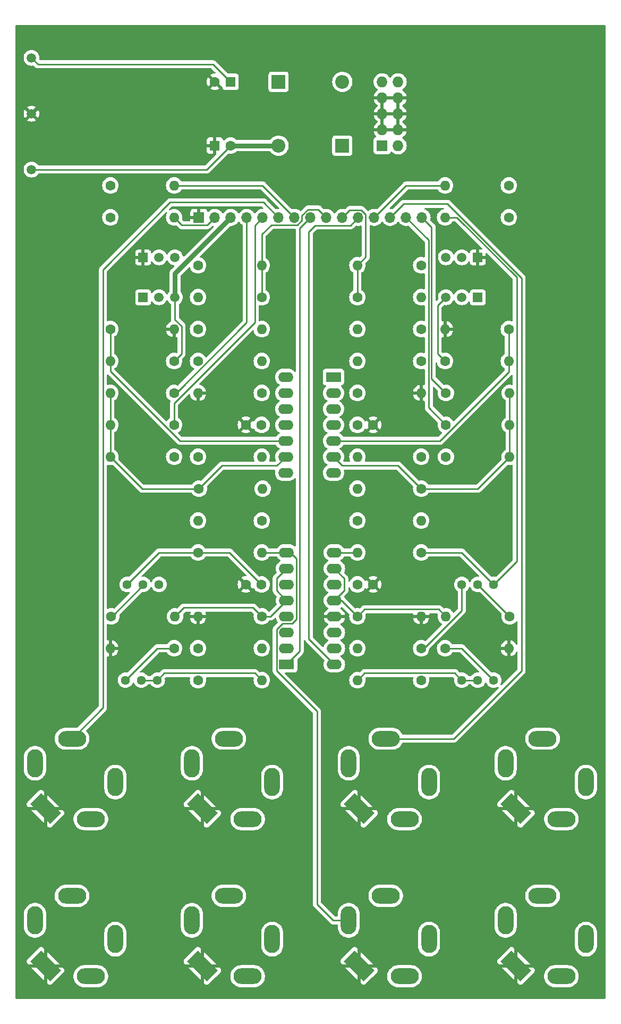
<source format=gbl>
G04 #@! TF.GenerationSoftware,KiCad,Pcbnew,7.0.0-rc2-unknown-90e759e738~164~ubuntu22.04.1*
G04 #@! TF.CreationDate,2023-02-04T08:16:57-05:00*
G04 #@! TF.ProjectId,dualvca_b1,6475616c-7663-4615-9f62-312e6b696361,rev?*
G04 #@! TF.SameCoordinates,Original*
G04 #@! TF.FileFunction,Copper,L2,Bot*
G04 #@! TF.FilePolarity,Positive*
%FSLAX46Y46*%
G04 Gerber Fmt 4.6, Leading zero omitted, Abs format (unit mm)*
G04 Created by KiCad (PCBNEW 7.0.0-rc2-unknown-90e759e738~164~ubuntu22.04.1) date 2023-02-04 08:16:57*
%MOMM*%
%LPD*%
G01*
G04 APERTURE LIST*
G04 Aperture macros list*
%AMRotRect*
0 Rectangle, with rotation*
0 The origin of the aperture is its center*
0 $1 length*
0 $2 width*
0 $3 Rotation angle, in degrees counterclockwise*
0 Add horizontal line*
21,1,$1,$2,0,0,$3*%
G04 Aperture macros list end*
G04 #@! TA.AperFunction,ComponentPad*
%ADD10O,2.500000X4.500001*%
G04 #@! TD*
G04 #@! TA.AperFunction,ComponentPad*
%ADD11O,4.500001X2.500001*%
G04 #@! TD*
G04 #@! TA.AperFunction,ComponentPad*
%ADD12RotRect,4.500001X2.500001X315.000000*%
G04 #@! TD*
G04 #@! TA.AperFunction,ComponentPad*
%ADD13O,4.500000X2.500000*%
G04 #@! TD*
G04 #@! TA.AperFunction,ComponentPad*
%ADD14O,2.500000X4.500000*%
G04 #@! TD*
G04 #@! TA.AperFunction,ComponentPad*
%ADD15C,1.500000*%
G04 #@! TD*
G04 #@! TA.AperFunction,ComponentPad*
%ADD16R,1.700000X1.700000*%
G04 #@! TD*
G04 #@! TA.AperFunction,ComponentPad*
%ADD17O,1.700000X1.700000*%
G04 #@! TD*
G04 #@! TA.AperFunction,ComponentPad*
%ADD18C,1.600000*%
G04 #@! TD*
G04 #@! TA.AperFunction,ComponentPad*
%ADD19O,1.600000X1.600000*%
G04 #@! TD*
G04 #@! TA.AperFunction,ComponentPad*
%ADD20R,1.500000X1.500000*%
G04 #@! TD*
G04 #@! TA.AperFunction,ComponentPad*
%ADD21R,2.200000X2.200000*%
G04 #@! TD*
G04 #@! TA.AperFunction,ComponentPad*
%ADD22O,2.200000X2.200000*%
G04 #@! TD*
G04 #@! TA.AperFunction,ComponentPad*
%ADD23C,1.440000*%
G04 #@! TD*
G04 #@! TA.AperFunction,ComponentPad*
%ADD24R,2.400000X1.600000*%
G04 #@! TD*
G04 #@! TA.AperFunction,ComponentPad*
%ADD25O,2.400000X1.600000*%
G04 #@! TD*
G04 #@! TA.AperFunction,ComponentPad*
%ADD26R,1.600000X1.600000*%
G04 #@! TD*
G04 #@! TA.AperFunction,ComponentPad*
%ADD27R,1.727200X1.727200*%
G04 #@! TD*
G04 #@! TA.AperFunction,ComponentPad*
%ADD28O,1.727200X1.727200*%
G04 #@! TD*
G04 #@! TA.AperFunction,ViaPad*
%ADD29C,0.800000*%
G04 #@! TD*
G04 #@! TA.AperFunction,Conductor*
%ADD30C,0.250000*%
G04 #@! TD*
G04 #@! TA.AperFunction,Conductor*
%ADD31C,0.750000*%
G04 #@! TD*
G04 APERTURE END LIST*
D10*
G04 #@! TO.P,J8,R*
G04 #@! TO.N,N/C*
X168899999Y-167999999D03*
D11*
G04 #@! TO.P,J8,RN*
X164999999Y-173899999D03*
D12*
G04 #@! TO.P,J8,S*
G04 #@! TO.N,Board_0-GND*
X157759999Y-172239999D03*
D13*
G04 #@! TO.P,J8,T*
G04 #@! TO.N,Board_0-/Main PCB/SIGB*
X161999999Y-161099999D03*
D14*
G04 #@! TO.P,J8,TN*
G04 #@! TO.N,Board_0-VCAA_OUT*
X156099999Y-164999999D03*
G04 #@! TD*
D10*
G04 #@! TO.P,J3,R*
G04 #@! TO.N,N/C*
X143899999Y-167999999D03*
D11*
G04 #@! TO.P,J3,RN*
X139999999Y-173899999D03*
D12*
G04 #@! TO.P,J3,S*
G04 #@! TO.N,Board_0-GND*
X132759999Y-172239999D03*
D13*
G04 #@! TO.P,J3,T*
G04 #@! TO.N,Board_0-/Main PCB/OUTA*
X136999999Y-161099999D03*
D14*
G04 #@! TO.P,J3,TN*
G04 #@! TO.N,N/C*
X131099999Y-164999999D03*
G04 #@! TD*
D15*
G04 #@! TO.P,TP102,1,1*
G04 #@! TO.N,Board_0-GND*
X105550000Y-36620000D03*
G04 #@! TD*
D16*
G04 #@! TO.P,J101,1,Pin_1*
G04 #@! TO.N,Board_0-GND*
X132224999Y-53129999D03*
D17*
G04 #@! TO.P,J101,2,Pin_2*
G04 #@! TO.N,Board_0--12V*
X134764999Y-53129999D03*
G04 #@! TO.P,J101,3,Pin_3*
G04 #@! TO.N,Board_0-+12V*
X137304999Y-53129999D03*
G04 #@! TO.P,J101,4,Pin_4*
G04 #@! TO.N,Board_0-/Main PCB/CVOFFSA*
X139844999Y-53129999D03*
G04 #@! TO.P,J101,5,Pin_5*
G04 #@! TO.N,Board_0-/Main PCB/CV1AA*
X142384999Y-53129999D03*
G04 #@! TO.P,J101,6,Pin_6*
G04 #@! TO.N,Board_0-/Main PCB/CV1A*
X144924999Y-53129999D03*
G04 #@! TO.P,J101,7,Pin_7*
G04 #@! TO.N,Board_0-/Main PCB/LOGA*
X147464999Y-53129999D03*
G04 #@! TO.P,J101,8,Pin_8*
G04 #@! TO.N,Board_0-/Main PCB/LLSWA*
X150004999Y-53129999D03*
G04 #@! TO.P,J101,9,Pin_9*
G04 #@! TO.N,Board_0-/Main PCB/LINA*
X152544999Y-53129999D03*
G04 #@! TO.P,J101,10,Pin_10*
G04 #@! TO.N,Board_0-/Main PCB/LINB*
X155084999Y-53129999D03*
G04 #@! TO.P,J101,11,Pin_11*
G04 #@! TO.N,Board_0-/Main PCB/LLSWB*
X157624999Y-53129999D03*
G04 #@! TO.P,J101,12,Pin_12*
G04 #@! TO.N,Board_0-/Main PCB/LOGB*
X160164999Y-53129999D03*
G04 #@! TO.P,J101,13,Pin_13*
G04 #@! TO.N,Board_0-/Main PCB/CV1B*
X162704999Y-53129999D03*
G04 #@! TO.P,J101,14,Pin_14*
G04 #@! TO.N,Board_0-/Main PCB/CV1AB*
X165244999Y-53129999D03*
G04 #@! TO.P,J101,15,Pin_15*
G04 #@! TO.N,Board_0-/Main PCB/CVOFFSB*
X167784999Y-53129999D03*
G04 #@! TD*
D10*
G04 #@! TO.P,J1,R*
G04 #@! TO.N,N/C*
X118899999Y-142999999D03*
D11*
G04 #@! TO.P,J1,RN*
X114999999Y-148899999D03*
D12*
G04 #@! TO.P,J1,S*
G04 #@! TO.N,Board_0-GND*
X107759999Y-147239999D03*
D13*
G04 #@! TO.P,J1,T*
G04 #@! TO.N,Board_0-/Main PCB/CV1A*
X111999999Y-136099999D03*
D14*
G04 #@! TO.P,J1,TN*
G04 #@! TO.N,N/C*
X106099999Y-139999999D03*
G04 #@! TD*
D10*
G04 #@! TO.P,J7,R*
G04 #@! TO.N,N/C*
X193899999Y-167999999D03*
D11*
G04 #@! TO.P,J7,RN*
X189999999Y-173899999D03*
D12*
G04 #@! TO.P,J7,S*
G04 #@! TO.N,Board_0-GND*
X182759999Y-172239999D03*
D13*
G04 #@! TO.P,J7,T*
G04 #@! TO.N,Board_0-/Main PCB/OUTB*
X186999999Y-161099999D03*
D14*
G04 #@! TO.P,J7,TN*
G04 #@! TO.N,N/C*
X181099999Y-164999999D03*
G04 #@! TD*
D10*
G04 #@! TO.P,J5,R*
G04 #@! TO.N,N/C*
X168899999Y-142999999D03*
D11*
G04 #@! TO.P,J5,RN*
X164999999Y-148899999D03*
D12*
G04 #@! TO.P,J5,S*
G04 #@! TO.N,Board_0-GND*
X157759999Y-147239999D03*
D13*
G04 #@! TO.P,J5,T*
G04 #@! TO.N,Board_0-/Main PCB/CV1B*
X161999999Y-136099999D03*
D14*
G04 #@! TO.P,J5,TN*
G04 #@! TO.N,N/C*
X156099999Y-139999999D03*
G04 #@! TD*
D10*
G04 #@! TO.P,J6,R*
G04 #@! TO.N,N/C*
X193899999Y-142999999D03*
D11*
G04 #@! TO.P,J6,RN*
X189999999Y-148899999D03*
D12*
G04 #@! TO.P,J6,S*
G04 #@! TO.N,Board_0-GND*
X182759999Y-147239999D03*
D13*
G04 #@! TO.P,J6,T*
G04 #@! TO.N,Board_0-/Main PCB/CV2B*
X186999999Y-136099999D03*
D14*
G04 #@! TO.P,J6,TN*
G04 #@! TO.N,N/C*
X181099999Y-139999999D03*
G04 #@! TD*
D10*
G04 #@! TO.P,J4,R*
G04 #@! TO.N,N/C*
X118899999Y-167999999D03*
D11*
G04 #@! TO.P,J4,RN*
X114999999Y-173899999D03*
D12*
G04 #@! TO.P,J4,S*
G04 #@! TO.N,Board_0-GND*
X107759999Y-172239999D03*
D13*
G04 #@! TO.P,J4,T*
G04 #@! TO.N,Board_0-/Main PCB/SIGA*
X111999999Y-161099999D03*
D14*
G04 #@! TO.P,J4,TN*
G04 #@! TO.N,N/C*
X106099999Y-164999999D03*
G04 #@! TD*
D15*
G04 #@! TO.P,TP101,1,1*
G04 #@! TO.N,Board_0-+12V*
X105550000Y-27730000D03*
G04 #@! TD*
G04 #@! TO.P,TP103,1,1*
G04 #@! TO.N,Board_0--12V*
X105550000Y-45510000D03*
G04 #@! TD*
D10*
G04 #@! TO.P,J2,R*
G04 #@! TO.N,N/C*
X143899999Y-142999999D03*
D11*
G04 #@! TO.P,J2,RN*
X139999999Y-148899999D03*
D12*
G04 #@! TO.P,J2,S*
G04 #@! TO.N,Board_0-GND*
X132759999Y-147239999D03*
D13*
G04 #@! TO.P,J2,T*
G04 #@! TO.N,Board_0-/Main PCB/CV2A*
X136999999Y-136099999D03*
D14*
G04 #@! TO.P,J2,TN*
G04 #@! TO.N,N/C*
X131099999Y-139999999D03*
G04 #@! TD*
D18*
G04 #@! TO.P,R9,1*
G04 #@! TO.N,Board_0-/Main PCB/LINA*
X142245000Y-65830000D03*
D19*
G04 #@! TO.P,R9,2*
G04 #@! TO.N,Board_0-Net-(R2-Pad2)*
X132084999Y-65829999D03*
G04 #@! TD*
D20*
G04 #@! TO.P,Q2,1,E*
G04 #@! TO.N,Board_0-GND*
X123329999Y-59479999D03*
D15*
G04 #@! TO.P,Q2,2,B*
G04 #@! TO.N,Board_0-Net-(Q1-E)*
X125870000Y-59480000D03*
G04 #@! TO.P,Q2,3,C*
G04 #@! TO.N,Board_0-Net-(Q2-C)*
X128410000Y-59480000D03*
G04 #@! TD*
D18*
G04 #@! TO.P,R13,1*
G04 #@! TO.N,Board_0-+12V*
X128275000Y-75990000D03*
D19*
G04 #@! TO.P,R13,2*
G04 #@! TO.N,Board_0-Net-(U1C-+)*
X118114999Y-75989999D03*
G04 #@! TD*
D18*
G04 #@! TO.P,R17,1*
G04 #@! TO.N,Board_0-VCAA_OUT*
X142245000Y-101390000D03*
D19*
G04 #@! TO.P,R17,2*
G04 #@! TO.N,Board_0-/Main PCB/OUTA*
X132084999Y-101389999D03*
G04 #@! TD*
D18*
G04 #@! TO.P,R23,1*
G04 #@! TO.N,Board_0-/Main PCB/CV1AB*
X171590000Y-86150000D03*
D19*
G04 #@! TO.P,R23,2*
G04 #@! TO.N,Board_0-/Main PCB/CVINB*
X181749999Y-86149999D03*
G04 #@! TD*
D18*
G04 #@! TO.P,R11,1*
G04 #@! TO.N,Board_0-/Main PCB/CVOFFSA*
X128275000Y-81070000D03*
D19*
G04 #@! TO.P,R11,2*
G04 #@! TO.N,Board_0-/Main PCB/CVINA*
X118114999Y-81069999D03*
G04 #@! TD*
D20*
G04 #@! TO.P,Q1,1,E*
G04 #@! TO.N,Board_0-Net-(Q1-E)*
X123329999Y-65829999D03*
D15*
G04 #@! TO.P,Q1,2,B*
G04 #@! TO.N,Board_0-/Main PCB/CVSUMA*
X125870000Y-65830000D03*
G04 #@! TO.P,Q1,3,C*
G04 #@! TO.N,Board_0-+12V*
X128410000Y-65830000D03*
G04 #@! TD*
D21*
G04 #@! TO.P,D102,1,K*
G04 #@! TO.N,Board_0-/Main PCB/-12_IN*
X155079999Y-41699999D03*
D22*
G04 #@! TO.P,D102,2,A*
G04 #@! TO.N,Board_0--12V*
X144919999Y-41699999D03*
G04 #@! TD*
D18*
G04 #@! TO.P,R28,1*
G04 #@! TO.N,Board_0-Net-(U1A-+)*
X157485000Y-81070000D03*
D19*
G04 #@! TO.P,R28,2*
G04 #@! TO.N,Board_0-GND*
X167644999Y-81069999D03*
G04 #@! TD*
D18*
G04 #@! TO.P,R4,1*
G04 #@! TO.N,Board_0-/Main PCB/CV2A*
X128275000Y-91230000D03*
D19*
G04 #@! TO.P,R4,2*
G04 #@! TO.N,Board_0-/Main PCB/CVINA*
X118114999Y-91229999D03*
G04 #@! TD*
D18*
G04 #@! TO.P,R29,1*
G04 #@! TO.N,Board_0-/Main PCB/CVINB*
X167645000Y-96310000D03*
D19*
G04 #@! TO.P,R29,2*
G04 #@! TO.N,Board_0-/Main PCB/CVSUMB*
X157484999Y-96309999D03*
G04 #@! TD*
D18*
G04 #@! TO.P,R33,1*
G04 #@! TO.N,Board_0-/Main PCB/CVOFFSB*
X171590000Y-81070000D03*
D19*
G04 #@! TO.P,R33,2*
G04 #@! TO.N,Board_0-/Main PCB/CVINB*
X181749999Y-81069999D03*
G04 #@! TD*
D18*
G04 #@! TO.P,R21,1*
G04 #@! TO.N,Board_0-+12V*
X132085000Y-121710000D03*
D19*
G04 #@! TO.P,R21,2*
G04 #@! TO.N,Board_0-Net-(R21-Pad2)*
X142244999Y-121709999D03*
G04 #@! TD*
D18*
G04 #@! TO.P,R16,1*
G04 #@! TO.N,Board_0--12V*
X132085000Y-106470000D03*
D19*
G04 #@! TO.P,R16,2*
G04 #@! TO.N,Board_0-VCAA_OUT*
X142244999Y-106469999D03*
G04 #@! TD*
D23*
G04 #@! TO.P,RV18,1,1*
G04 #@! TO.N,Board_0-Net-(R20-Pad1)*
X120510000Y-126790000D03*
G04 #@! TO.P,RV18,2,2*
G04 #@! TO.N,Board_0-/Main PCB/SIGAP*
X123050000Y-126790000D03*
G04 #@! TO.P,RV18,3,3*
X125590000Y-126790000D03*
G04 #@! TD*
D18*
G04 #@! TO.P,R27,1*
G04 #@! TO.N,Board_0-+12V*
X167645000Y-91230000D03*
D19*
G04 #@! TO.P,R27,2*
G04 #@! TO.N,Board_0-Net-(U1A-+)*
X157484999Y-91229999D03*
G04 #@! TD*
D18*
G04 #@! TO.P,R34,1*
G04 #@! TO.N,Board_0-Net-(Q3-E)*
X181615000Y-53130000D03*
D19*
G04 #@! TO.P,R34,2*
G04 #@! TO.N,Board_0--12V*
X171454999Y-53129999D03*
G04 #@! TD*
D24*
G04 #@! TO.P,U2,1*
G04 #@! TO.N,Board_0-/Main PCB/LLSWA*
X146189999Y-124249999D03*
D25*
G04 #@! TO.P,U2,2,DIODE_BIAS*
G04 #@! TO.N,Board_0-unconnected-(U2A-DIODE_BIAS-Pad2)*
X146189999Y-121709999D03*
G04 #@! TO.P,U2,3,+*
G04 #@! TO.N,Board_0-/Main PCB/SIGAP*
X146189999Y-119169999D03*
G04 #@! TO.P,U2,4,-*
G04 #@! TO.N,Board_0-GND*
X146189999Y-116629999D03*
G04 #@! TO.P,U2,5*
G04 #@! TO.N,Board_0-Net-(R21-Pad2)*
X146189999Y-114089999D03*
G04 #@! TO.P,U2,6,V-*
G04 #@! TO.N,Board_0--12V*
X146189999Y-111549999D03*
G04 #@! TO.P,U2,7*
G04 #@! TO.N,Board_0-Net-(R21-Pad2)*
X146189999Y-109009999D03*
G04 #@! TO.P,U2,8*
G04 #@! TO.N,Board_0-VCAA_OUT*
X146189999Y-106469999D03*
G04 #@! TO.P,U2,9*
G04 #@! TO.N,Board_0-/Main PCB/VCAB_OUT*
X153809999Y-106469999D03*
G04 #@! TO.P,U2,10*
G04 #@! TO.N,Board_0-Net-(R43-Pad2)*
X153809999Y-109009999D03*
G04 #@! TO.P,U2,11,V+*
G04 #@! TO.N,Board_0-+12V*
X153809999Y-111549999D03*
G04 #@! TO.P,U2,12*
G04 #@! TO.N,Board_0-Net-(R43-Pad2)*
X153809999Y-114089999D03*
G04 #@! TO.P,U2,13,-*
G04 #@! TO.N,Board_0-GND*
X153809999Y-116629999D03*
G04 #@! TO.P,U2,14,+*
G04 #@! TO.N,Board_0-/Main PCB/SIGBP*
X153809999Y-119169999D03*
G04 #@! TO.P,U2,15,DIODE_BIAS*
G04 #@! TO.N,Board_0-unconnected-(U2C-DIODE_BIAS-Pad15)*
X153809999Y-121709999D03*
G04 #@! TO.P,U2,16*
G04 #@! TO.N,Board_0-/Main PCB/LLSWB*
X153809999Y-124249999D03*
G04 #@! TD*
D18*
G04 #@! TO.P,R101,1*
G04 #@! TO.N,Board_0-Net-(U1C-+)*
X118115000Y-70910000D03*
D19*
G04 #@! TO.P,R101,2*
G04 #@! TO.N,Board_0-GND*
X128274999Y-70909999D03*
G04 #@! TD*
D23*
G04 #@! TO.P,RV45,1,1*
G04 #@! TO.N,Board_0--12V*
X120780000Y-111550000D03*
G04 #@! TO.P,RV45,2,2*
G04 #@! TO.N,Board_0-/Main PCB/BIASA*
X123320000Y-111550000D03*
G04 #@! TO.P,RV45,3,3*
G04 #@! TO.N,Board_0-+12V*
X125860000Y-111550000D03*
G04 #@! TD*
D18*
G04 #@! TO.P,R8,1*
G04 #@! TO.N,Board_0--12V*
X132085000Y-60750000D03*
D19*
G04 #@! TO.P,R8,2*
G04 #@! TO.N,Board_0-/Main PCB/LINA*
X142244999Y-60749999D03*
G04 #@! TD*
D18*
G04 #@! TO.P,R42,1*
G04 #@! TO.N,Board_0-Net-(R42-Pad1)*
X171455000Y-121710000D03*
D19*
G04 #@! TO.P,R42,2*
G04 #@! TO.N,Board_0-GND*
X181614999Y-121709999D03*
G04 #@! TD*
D18*
G04 #@! TO.P,C3,1*
G04 #@! TO.N,Board_0-+12V*
X157485000Y-111550000D03*
G04 #@! TO.P,C3,2*
G04 #@! TO.N,Board_0-GND*
X159985000Y-111550000D03*
G04 #@! TD*
D23*
G04 #@! TO.P,RV41,1,1*
G04 #@! TO.N,Board_0-Net-(R42-Pad1)*
X179210000Y-126790000D03*
G04 #@! TO.P,RV41,2,2*
G04 #@! TO.N,Board_0-/Main PCB/SIGBP*
X176670000Y-126790000D03*
G04 #@! TO.P,RV41,3,3*
X174130000Y-126790000D03*
G04 #@! TD*
D18*
G04 #@! TO.P,R31,1*
G04 #@! TO.N,Board_0-/Main PCB/LINB*
X157485000Y-65830000D03*
D19*
G04 #@! TO.P,R31,2*
G04 #@! TO.N,Board_0-Net-(R24-Pad2)*
X167644999Y-65829999D03*
G04 #@! TD*
D20*
G04 #@! TO.P,Q3,1,E*
G04 #@! TO.N,Board_0-Net-(Q3-E)*
X176669999Y-65829999D03*
D15*
G04 #@! TO.P,Q3,2,B*
G04 #@! TO.N,Board_0-/Main PCB/CVSUMB*
X174130000Y-65830000D03*
G04 #@! TO.P,Q3,3,C*
G04 #@! TO.N,Board_0-+12V*
X171590000Y-65830000D03*
G04 #@! TD*
D18*
G04 #@! TO.P,R14,1*
G04 #@! TO.N,Board_0-Net-(Q1-E)*
X118115000Y-53130000D03*
D19*
G04 #@! TO.P,R14,2*
G04 #@! TO.N,Board_0--12V*
X128274999Y-53129999D03*
G04 #@! TD*
D18*
G04 #@! TO.P,R48,1*
G04 #@! TO.N,Board_0-/Main PCB/BIASB*
X181750000Y-116630000D03*
D19*
G04 #@! TO.P,R48,2*
G04 #@! TO.N,Board_0-Net-(R43-Pad2)*
X171589999Y-116629999D03*
G04 #@! TD*
D18*
G04 #@! TO.P,C6,1*
G04 #@! TO.N,Board_0-GND*
X139705000Y-111550000D03*
G04 #@! TO.P,C6,2*
G04 #@! TO.N,Board_0--12V*
X142205000Y-111550000D03*
G04 #@! TD*
G04 #@! TO.P,C2,1*
G04 #@! TO.N,Board_0-+12V*
X157485000Y-86150000D03*
G04 #@! TO.P,C2,2*
G04 #@! TO.N,Board_0-GND*
X159985000Y-86150000D03*
G04 #@! TD*
G04 #@! TO.P,R37,1*
G04 #@! TO.N,Board_0-Net-(U1B-+)*
X181615000Y-70910000D03*
D19*
G04 #@! TO.P,R37,2*
G04 #@! TO.N,Board_0-GND*
X171454999Y-70909999D03*
G04 #@! TD*
D18*
G04 #@! TO.P,R40,1*
G04 #@! TO.N,Board_0-/Main PCB/SIGB*
X167645000Y-126790000D03*
D19*
G04 #@! TO.P,R40,2*
G04 #@! TO.N,Board_0-/Main PCB/SIGBP*
X157484999Y-126789999D03*
G04 #@! TD*
D18*
G04 #@! TO.P,R7,1*
G04 #@! TO.N,Board_0-/Main PCB/CVINA*
X132220000Y-96310000D03*
D19*
G04 #@! TO.P,R7,2*
G04 #@! TO.N,Board_0-/Main PCB/CVSUMA*
X142379999Y-96309999D03*
G04 #@! TD*
D18*
G04 #@! TO.P,R22,1*
G04 #@! TO.N,Board_0-Net-(R21-Pad2)*
X142245000Y-116630000D03*
D19*
G04 #@! TO.P,R22,2*
G04 #@! TO.N,Board_0-GND*
X132084999Y-116629999D03*
G04 #@! TD*
D18*
G04 #@! TO.P,R24,1*
G04 #@! TO.N,Board_0-Net-(U1A--)*
X167645000Y-70910000D03*
D19*
G04 #@! TO.P,R24,2*
G04 #@! TO.N,Board_0-Net-(R24-Pad2)*
X157484999Y-70909999D03*
G04 #@! TD*
D18*
G04 #@! TO.P,R39,1*
G04 #@! TO.N,Board_0-/Main PCB/VCAB_OUT*
X157485000Y-101390000D03*
D19*
G04 #@! TO.P,R39,2*
G04 #@! TO.N,Board_0-/Main PCB/OUTB*
X167644999Y-101389999D03*
G04 #@! TD*
D18*
G04 #@! TO.P,R43,1*
G04 #@! TO.N,Board_0-+12V*
X167645000Y-121710000D03*
D19*
G04 #@! TO.P,R43,2*
G04 #@! TO.N,Board_0-Net-(R43-Pad2)*
X157484999Y-121709999D03*
G04 #@! TD*
D20*
G04 #@! TO.P,Q4,1,E*
G04 #@! TO.N,Board_0-GND*
X176669999Y-59479999D03*
D15*
G04 #@! TO.P,Q4,2,B*
G04 #@! TO.N,Board_0-Net-(Q3-E)*
X174130000Y-59480000D03*
G04 #@! TO.P,Q4,3,C*
G04 #@! TO.N,Board_0-Net-(Q4-C)*
X171590000Y-59480000D03*
G04 #@! TD*
D18*
G04 #@! TO.P,R30,1*
G04 #@! TO.N,Board_0--12V*
X167645000Y-60750000D03*
D19*
G04 #@! TO.P,R30,2*
G04 #@! TO.N,Board_0-/Main PCB/LINB*
X157484999Y-60749999D03*
G04 #@! TD*
D18*
G04 #@! TO.P,R35,1*
G04 #@! TO.N,Board_0-Net-(Q4-C)*
X181615000Y-48050000D03*
D19*
G04 #@! TO.P,R35,2*
G04 #@! TO.N,Board_0-/Main PCB/LOGB*
X171454999Y-48049999D03*
G04 #@! TD*
D18*
G04 #@! TO.P,R44,1*
G04 #@! TO.N,Board_0-Net-(R43-Pad2)*
X157485000Y-116630000D03*
D19*
G04 #@! TO.P,R44,2*
G04 #@! TO.N,Board_0-GND*
X167644999Y-116629999D03*
G04 #@! TD*
D18*
G04 #@! TO.P,R6,1*
G04 #@! TO.N,Board_0-Net-(U1D-+)*
X142245000Y-81070000D03*
D19*
G04 #@! TO.P,R6,2*
G04 #@! TO.N,Board_0-GND*
X132084999Y-81069999D03*
G04 #@! TD*
D18*
G04 #@! TO.P,R2,1*
G04 #@! TO.N,Board_0-Net-(U1D--)*
X132085000Y-70910000D03*
D19*
G04 #@! TO.P,R2,2*
G04 #@! TO.N,Board_0-Net-(R2-Pad2)*
X142244999Y-70909999D03*
G04 #@! TD*
D18*
G04 #@! TO.P,R3,1*
G04 #@! TO.N,Board_0-/Main PCB/CVSUMA*
X132085000Y-75990000D03*
D19*
G04 #@! TO.P,R3,2*
G04 #@! TO.N,Board_0-Net-(U1D--)*
X142244999Y-75989999D03*
G04 #@! TD*
D18*
G04 #@! TO.P,C5,1*
G04 #@! TO.N,Board_0-GND*
X139705000Y-86150000D03*
G04 #@! TO.P,C5,2*
G04 #@! TO.N,Board_0--12V*
X142205000Y-86150000D03*
G04 #@! TD*
G04 #@! TO.P,R19,1*
G04 #@! TO.N,Board_0-/Main PCB/SIGA*
X132085000Y-126790000D03*
D19*
G04 #@! TO.P,R19,2*
G04 #@! TO.N,Board_0-/Main PCB/SIGAP*
X142244999Y-126789999D03*
G04 #@! TD*
D18*
G04 #@! TO.P,R38,1*
G04 #@! TO.N,Board_0--12V*
X167645000Y-106470000D03*
D19*
G04 #@! TO.P,R38,2*
G04 #@! TO.N,Board_0-/Main PCB/VCAB_OUT*
X157484999Y-106469999D03*
G04 #@! TD*
D26*
G04 #@! TO.P,C1,1*
G04 #@! TO.N,Board_0-+12V*
X137259999Y-31539999D03*
D18*
G04 #@! TO.P,C1,2*
G04 #@! TO.N,Board_0-GND*
X134760000Y-31540000D03*
G04 #@! TD*
D24*
G04 #@! TO.P,U1,1*
G04 #@! TO.N,Board_0-Net-(R24-Pad2)*
X153674999Y-78529999D03*
D25*
G04 #@! TO.P,U1,2,-*
G04 #@! TO.N,Board_0-Net-(U1A--)*
X153674999Y-81069999D03*
G04 #@! TO.P,U1,3,+*
G04 #@! TO.N,Board_0-Net-(U1A-+)*
X153674999Y-83609999D03*
G04 #@! TO.P,U1,4,V+*
G04 #@! TO.N,Board_0-+12V*
X153674999Y-86149999D03*
G04 #@! TO.P,U1,5,+*
G04 #@! TO.N,Board_0-Net-(U1B-+)*
X153674999Y-88689999D03*
G04 #@! TO.P,U1,6,-*
G04 #@! TO.N,Board_0-/Main PCB/CVINB*
X153674999Y-91229999D03*
G04 #@! TO.P,U1,7*
G04 #@! TO.N,Board_0-/Main PCB/CVSUMB*
X153674999Y-93769999D03*
G04 #@! TO.P,U1,8*
G04 #@! TO.N,Board_0-/Main PCB/CVSUMA*
X146054999Y-93769999D03*
G04 #@! TO.P,U1,9,-*
G04 #@! TO.N,Board_0-/Main PCB/CVINA*
X146054999Y-91229999D03*
G04 #@! TO.P,U1,10,+*
G04 #@! TO.N,Board_0-Net-(U1C-+)*
X146054999Y-88689999D03*
G04 #@! TO.P,U1,11,V-*
G04 #@! TO.N,Board_0--12V*
X146054999Y-86149999D03*
G04 #@! TO.P,U1,12,+*
G04 #@! TO.N,Board_0-Net-(U1D-+)*
X146054999Y-83609999D03*
G04 #@! TO.P,U1,13,-*
G04 #@! TO.N,Board_0-Net-(U1D--)*
X146054999Y-81069999D03*
G04 #@! TO.P,U1,14*
G04 #@! TO.N,Board_0-Net-(R2-Pad2)*
X146054999Y-78529999D03*
G04 #@! TD*
D23*
G04 #@! TO.P,RV47,1,1*
G04 #@! TO.N,Board_0--12V*
X179210000Y-111550000D03*
G04 #@! TO.P,RV47,2,2*
G04 #@! TO.N,Board_0-/Main PCB/BIASB*
X176670000Y-111550000D03*
G04 #@! TO.P,RV47,3,3*
G04 #@! TO.N,Board_0-+12V*
X174130000Y-111550000D03*
G04 #@! TD*
D26*
G04 #@! TO.P,C4,1*
G04 #@! TO.N,Board_0-GND*
X134759999Y-41699999D03*
D18*
G04 #@! TO.P,C4,2*
G04 #@! TO.N,Board_0--12V*
X137260000Y-41700000D03*
G04 #@! TD*
G04 #@! TO.P,R46,1*
G04 #@! TO.N,Board_0-/Main PCB/BIASA*
X118250000Y-116630000D03*
D19*
G04 #@! TO.P,R46,2*
G04 #@! TO.N,Board_0-Net-(R21-Pad2)*
X128409999Y-116629999D03*
G04 #@! TD*
D21*
G04 #@! TO.P,D101,1,K*
G04 #@! TO.N,Board_0-+12V*
X144919999Y-31539999D03*
D22*
G04 #@! TO.P,D101,2,A*
G04 #@! TO.N,Board_0-/Main PCB/+12_IN*
X155079999Y-31539999D03*
G04 #@! TD*
D18*
G04 #@! TO.P,R26,1*
G04 #@! TO.N,Board_0-/Main PCB/CV2B*
X171590000Y-91230000D03*
D19*
G04 #@! TO.P,R26,2*
G04 #@! TO.N,Board_0-/Main PCB/CVINB*
X181749999Y-91229999D03*
G04 #@! TD*
D27*
G04 #@! TO.P,J103,1,-12V*
G04 #@! TO.N,Board_0-/Main PCB/-12_IN*
X161429999Y-41699999D03*
D28*
G04 #@! TO.P,J103,2,-12V*
X163969999Y-41699999D03*
G04 #@! TO.P,J103,3,GND*
G04 #@! TO.N,Board_0-GND*
X161429999Y-39159999D03*
G04 #@! TO.P,J103,4,GND*
X163969999Y-39159999D03*
G04 #@! TO.P,J103,5,GND*
X161429999Y-36619999D03*
G04 #@! TO.P,J103,6,GND*
X163969999Y-36619999D03*
G04 #@! TO.P,J103,7,GND*
X161429999Y-34079999D03*
G04 #@! TO.P,J103,8,GND*
X163969999Y-34079999D03*
G04 #@! TO.P,J103,9,+12V*
G04 #@! TO.N,Board_0-/Main PCB/+12_IN*
X161429999Y-31539999D03*
G04 #@! TO.P,J103,10,+12V*
X163969999Y-31539999D03*
G04 #@! TD*
D18*
G04 #@! TO.P,R15,1*
G04 #@! TO.N,Board_0-Net-(Q2-C)*
X118115000Y-48050000D03*
D19*
G04 #@! TO.P,R15,2*
G04 #@! TO.N,Board_0-/Main PCB/LOGA*
X128274999Y-48049999D03*
G04 #@! TD*
D18*
G04 #@! TO.P,R1,1*
G04 #@! TO.N,Board_0-/Main PCB/CV1AA*
X128275000Y-86150000D03*
D19*
G04 #@! TO.P,R1,2*
G04 #@! TO.N,Board_0-/Main PCB/CVINA*
X118114999Y-86149999D03*
G04 #@! TD*
D18*
G04 #@! TO.P,R36,1*
G04 #@! TO.N,Board_0-+12V*
X171455000Y-75990000D03*
D19*
G04 #@! TO.P,R36,2*
G04 #@! TO.N,Board_0-Net-(U1B-+)*
X181614999Y-75989999D03*
G04 #@! TD*
D18*
G04 #@! TO.P,R5,1*
G04 #@! TO.N,Board_0-+12V*
X132085000Y-91230000D03*
D19*
G04 #@! TO.P,R5,2*
G04 #@! TO.N,Board_0-Net-(U1D-+)*
X142244999Y-91229999D03*
G04 #@! TD*
D18*
G04 #@! TO.P,R20,1*
G04 #@! TO.N,Board_0-Net-(R20-Pad1)*
X128275000Y-121710000D03*
D19*
G04 #@! TO.P,R20,2*
G04 #@! TO.N,Board_0-GND*
X118114999Y-121709999D03*
G04 #@! TD*
D18*
G04 #@! TO.P,R25,1*
G04 #@! TO.N,Board_0-/Main PCB/CVSUMB*
X167645000Y-75990000D03*
D19*
G04 #@! TO.P,R25,2*
G04 #@! TO.N,Board_0-Net-(U1A--)*
X157484999Y-75989999D03*
G04 #@! TD*
D29*
G04 #@! TO.N,Board_0-GND*
X130188000Y-93770000D03*
X169418500Y-93643000D03*
X145936000Y-57956000D03*
G04 #@! TD*
D30*
G04 #@! TO.N,Board_0-+12V*
X128410000Y-69383990D02*
X129449511Y-70423501D01*
X134478000Y-28758000D02*
X137260000Y-31540000D01*
X129449511Y-74815489D02*
X128275000Y-75990000D01*
X168100991Y-121710000D02*
X167645000Y-121710000D01*
D31*
X137305000Y-53130000D02*
X128410000Y-62025000D01*
D30*
X171455000Y-75990000D02*
X170280489Y-74815489D01*
D31*
X128410000Y-62025000D02*
X128410000Y-65830000D01*
D30*
X129449511Y-70423501D02*
X129449511Y-74815489D01*
X170280489Y-74815489D02*
X170280489Y-67139511D01*
X174130000Y-111550000D02*
X174130000Y-115680991D01*
X105550000Y-27730000D02*
X106578000Y-28758000D01*
X170280489Y-67139511D02*
X171590000Y-65830000D01*
X174130000Y-115680991D02*
X168100991Y-121710000D01*
X106578000Y-28758000D02*
X134478000Y-28758000D01*
X128410000Y-65830000D02*
X128410000Y-69383990D01*
G04 #@! TO.N,Board_0--12V*
X137125000Y-106470000D02*
X142205000Y-111550000D01*
X174130000Y-106470000D02*
X179210000Y-111550000D01*
X120780000Y-111550000D02*
X125860000Y-106470000D01*
X125860000Y-106470000D02*
X131693990Y-106470000D01*
X182875000Y-107885000D02*
X179210000Y-111550000D01*
X129499511Y-54354511D02*
X133540489Y-54354511D01*
X171455000Y-53130000D02*
X173368000Y-53130000D01*
X132085000Y-106470000D02*
X137125000Y-106470000D01*
X133450000Y-45510000D02*
X137260000Y-41700000D01*
X173368000Y-53130000D02*
X182875000Y-62637000D01*
D31*
X144920000Y-41700000D02*
X137260000Y-41700000D01*
D30*
X128275000Y-53130000D02*
X129499511Y-54354511D01*
X133540489Y-54354511D02*
X134765000Y-53130000D01*
X167645000Y-106470000D02*
X174130000Y-106470000D01*
X182875000Y-62637000D02*
X182875000Y-107885000D01*
X105550000Y-45510000D02*
X133450000Y-45510000D01*
G04 #@! TO.N,Board_0-/Main PCB/BIASA*
X118250000Y-116630000D02*
X118385000Y-116630000D01*
X123320000Y-111695000D02*
X123320000Y-111550000D01*
X118385000Y-116630000D02*
X123320000Y-111695000D01*
G04 #@! TO.N,Board_0-/Main PCB/BIASB*
X176670000Y-111550000D02*
X181750000Y-116630000D01*
G04 #@! TO.N,Board_0-/Main PCB/CV1A*
X142512000Y-50717000D02*
X127648000Y-50717000D01*
X144925000Y-53130000D02*
X142512000Y-50717000D01*
X116940489Y-61424511D02*
X116940489Y-131159511D01*
X116940489Y-131159511D02*
X112000000Y-136100000D01*
X127648000Y-50717000D02*
X116940489Y-61424511D01*
G04 #@! TO.N,Board_0-/Main PCB/CV1AA*
X141120489Y-69814811D02*
X141120489Y-54394511D01*
X141120489Y-54394511D02*
X142385000Y-53130000D01*
X128275000Y-82660300D02*
X141120489Y-69814811D01*
X128275000Y-86150000D02*
X128275000Y-82660300D01*
G04 #@! TO.N,Board_0-/Main PCB/CV1AB*
X171590000Y-86150000D02*
X168854489Y-83414489D01*
X168854489Y-56739489D02*
X165245000Y-53130000D01*
X168854489Y-83414489D02*
X168854489Y-56739489D01*
G04 #@! TO.N,Board_0-/Main PCB/CV1B*
X164864000Y-50971000D02*
X171844690Y-50971000D01*
X183646511Y-125274489D02*
X172821000Y-136100000D01*
X172821000Y-136100000D02*
X162000000Y-136100000D01*
X183646511Y-62772821D02*
X183646511Y-125274489D01*
X162705000Y-53130000D02*
X164864000Y-50971000D01*
X171844690Y-50971000D02*
X183646511Y-62772821D01*
G04 #@! TO.N,Board_0-/Main PCB/CVINA*
X144639520Y-92645480D02*
X146055000Y-91230000D01*
X132220000Y-96310000D02*
X123195000Y-96310000D01*
X118115000Y-81070000D02*
X118115000Y-91230000D01*
X135884520Y-92645480D02*
X144639520Y-92645480D01*
X132220000Y-96310000D02*
X135884520Y-92645480D01*
X123195000Y-96310000D02*
X118115000Y-91230000D01*
G04 #@! TO.N,Board_0-/Main PCB/CVINB*
X155072000Y-92627000D02*
X153675000Y-91230000D01*
X181750000Y-81070000D02*
X181750000Y-91230000D01*
X167645000Y-96310000D02*
X163962000Y-92627000D01*
X176670000Y-96310000D02*
X181750000Y-91230000D01*
X163962000Y-92627000D02*
X155072000Y-92627000D01*
X167645000Y-96310000D02*
X176670000Y-96310000D01*
G04 #@! TO.N,Board_0-/Main PCB/CVOFFSA*
X128595300Y-81070000D02*
X139845000Y-69820300D01*
X139845000Y-69820300D02*
X139845000Y-53130000D01*
G04 #@! TO.N,Board_0-/Main PCB/CVOFFSB*
X169304000Y-78784000D02*
X169304000Y-54649000D01*
X171590000Y-81070000D02*
X169304000Y-78784000D01*
X169304000Y-54649000D02*
X167785000Y-53130000D01*
G04 #@! TO.N,Board_0-/Main PCB/LINA*
X148639511Y-53616499D02*
X148639511Y-52834479D01*
X142245000Y-55805000D02*
X143745489Y-54304511D01*
X151275000Y-51860000D02*
X152545000Y-53130000D01*
X143745489Y-54304511D02*
X147951499Y-54304511D01*
X149613990Y-51860000D02*
X151275000Y-51860000D01*
X142245000Y-60750000D02*
X142245000Y-55805000D01*
X147951499Y-54304511D02*
X148639511Y-53616499D01*
X148639511Y-52834479D02*
X149613990Y-51860000D01*
X142245000Y-60750000D02*
X142245000Y-65830000D01*
G04 #@! TO.N,Board_0-/Main PCB/LINB*
X158111499Y-51955489D02*
X156259511Y-51955489D01*
X157485000Y-60750000D02*
X157485000Y-65830000D01*
X156259511Y-51955489D02*
X155085000Y-53130000D01*
X158799511Y-59435489D02*
X158799511Y-52643501D01*
X157485000Y-60750000D02*
X158799511Y-59435489D01*
X158799511Y-52643501D02*
X158111499Y-51955489D01*
G04 #@! TO.N,Board_0-/Main PCB/LLSWA*
X150005000Y-53130000D02*
X148290510Y-54844490D01*
X148290510Y-54844490D02*
X148290510Y-122149490D01*
X148290510Y-122149490D02*
X146190000Y-124250000D01*
G04 #@! TO.N,Board_0-/Main PCB/LLSWB*
X150767489Y-54394511D02*
X149746000Y-55416000D01*
X156360489Y-54394511D02*
X150767489Y-54394511D01*
X149746000Y-55416000D02*
X149746000Y-120186000D01*
X149746000Y-120186000D02*
X153810000Y-124250000D01*
X157625000Y-53130000D02*
X156360489Y-54394511D01*
G04 #@! TO.N,Board_0-/Main PCB/LOGA*
X142385000Y-48050000D02*
X147465000Y-53130000D01*
X128275000Y-48050000D02*
X142385000Y-48050000D01*
G04 #@! TO.N,Board_0-/Main PCB/LOGB*
X165245000Y-48050000D02*
X160165000Y-53130000D01*
X171455000Y-48050000D02*
X165245000Y-48050000D01*
G04 #@! TO.N,Board_0-/Main PCB/SIGAP*
X141120489Y-125665489D02*
X126714511Y-125665489D01*
X142245000Y-126790000D02*
X141120489Y-125665489D01*
X125590000Y-126790000D02*
X123195000Y-126790000D01*
X126714511Y-125665489D02*
X125590000Y-126790000D01*
G04 #@! TO.N,Board_0-/Main PCB/SIGBP*
X158628000Y-125647000D02*
X157485000Y-126790000D01*
X176535000Y-126790000D02*
X174130000Y-126790000D01*
X172987000Y-125647000D02*
X158628000Y-125647000D01*
X174130000Y-126790000D02*
X172987000Y-125647000D01*
G04 #@! TO.N,Board_0-/Main PCB/VCAB_OUT*
X153810000Y-106470000D02*
X157485000Y-106470000D01*
G04 #@! TO.N,Board_0-Net-(R20-Pad1)*
X125590000Y-121710000D02*
X128275000Y-121710000D01*
X120510000Y-126790000D02*
X125590000Y-121710000D01*
G04 #@! TO.N,Board_0-Net-(R21-Pad2)*
X129807000Y-115233000D02*
X140848000Y-115233000D01*
X142245000Y-116630000D02*
X143650000Y-116630000D01*
X146190000Y-114090000D02*
X144615480Y-112515480D01*
X144615480Y-112515480D02*
X144615480Y-110584520D01*
X140848000Y-115233000D02*
X142245000Y-116630000D01*
X143650000Y-116630000D02*
X146190000Y-114090000D01*
X144615480Y-110584520D02*
X146190000Y-109010000D01*
X128410000Y-116630000D02*
X129807000Y-115233000D01*
G04 #@! TO.N,Board_0-Net-(R42-Pad1)*
X174130000Y-121710000D02*
X171455000Y-121710000D01*
X179210000Y-126790000D02*
X174130000Y-121710000D01*
G04 #@! TO.N,Board_0-Net-(R43-Pad2)*
X157485000Y-116630000D02*
X158610000Y-115505000D01*
X154945000Y-114090000D02*
X153810000Y-114090000D01*
X158610000Y-115505000D02*
X170465000Y-115505000D01*
X155384520Y-112515480D02*
X155384520Y-110584520D01*
X170465000Y-115505000D02*
X171590000Y-116630000D01*
X153810000Y-114090000D02*
X155384520Y-112515480D01*
X155384520Y-110584520D02*
X153810000Y-109010000D01*
X157485000Y-116630000D02*
X154945000Y-114090000D01*
G04 #@! TO.N,Board_0-Net-(U1B-+)*
X181615000Y-75990000D02*
X181615000Y-77715300D01*
X181615000Y-77715300D02*
X170640300Y-88690000D01*
X170640300Y-88690000D02*
X153675000Y-88690000D01*
X181615000Y-70910000D02*
X181615000Y-75990000D01*
G04 #@! TO.N,Board_0-Net-(U1C-+)*
X118115000Y-70910000D02*
X118115000Y-75990000D01*
X118115000Y-75990000D02*
X118115000Y-77580300D01*
X118115000Y-77580300D02*
X129224700Y-88690000D01*
X129224700Y-88690000D02*
X146055000Y-88690000D01*
G04 #@! TO.N,Board_0-VCAA_OUT*
X151025489Y-131734511D02*
X144615480Y-125324502D01*
X144615480Y-125324502D02*
X144615480Y-118683498D01*
X144615480Y-118683498D02*
X145544458Y-117754520D01*
X151025489Y-162425489D02*
X151025489Y-131734511D01*
X153600000Y-165000000D02*
X151025489Y-162425489D01*
X147055791Y-117754520D02*
X147764520Y-117045791D01*
X156100000Y-165000000D02*
X153600000Y-165000000D01*
X145544458Y-117754520D02*
X147055791Y-117754520D01*
X147764520Y-107409520D02*
X146825000Y-106470000D01*
X142245000Y-106470000D02*
X146190000Y-106470000D01*
X147764520Y-117045791D02*
X147764520Y-107409520D01*
G04 #@! TD*
G04 #@! TA.AperFunction,Conductor*
G04 #@! TO.N,Board_0-GND*
G36*
X182188272Y-78188955D02*
G01*
X182227405Y-78233907D01*
X182241500Y-78291815D01*
X182241500Y-79682832D01*
X182228506Y-79738560D01*
X182192204Y-79782795D01*
X182140081Y-79806411D01*
X182082889Y-79804539D01*
X181986663Y-79778755D01*
X181983398Y-79777880D01*
X181983397Y-79777879D01*
X181978087Y-79776457D01*
X181972611Y-79775977D01*
X181972606Y-79775977D01*
X181755475Y-79756981D01*
X181750000Y-79756502D01*
X181744525Y-79756981D01*
X181527393Y-79775977D01*
X181527386Y-79775978D01*
X181521913Y-79776457D01*
X181516599Y-79777880D01*
X181516598Y-79777881D01*
X181306067Y-79834293D01*
X181306065Y-79834293D01*
X181300757Y-79835716D01*
X181295779Y-79838036D01*
X181295774Y-79838039D01*
X181098238Y-79930151D01*
X181098233Y-79930153D01*
X181093251Y-79932477D01*
X181088752Y-79935627D01*
X181088742Y-79935633D01*
X180910211Y-80060643D01*
X180910208Y-80060645D01*
X180905700Y-80063802D01*
X180901808Y-80067693D01*
X180901802Y-80067699D01*
X180747699Y-80221802D01*
X180747693Y-80221808D01*
X180743802Y-80225700D01*
X180740645Y-80230208D01*
X180740643Y-80230211D01*
X180615633Y-80408742D01*
X180615627Y-80408752D01*
X180612477Y-80413251D01*
X180610153Y-80418233D01*
X180610151Y-80418238D01*
X180518039Y-80615774D01*
X180518036Y-80615779D01*
X180515716Y-80620757D01*
X180514293Y-80626065D01*
X180514293Y-80626067D01*
X180467846Y-80799410D01*
X180456457Y-80841913D01*
X180455978Y-80847386D01*
X180455977Y-80847393D01*
X180436988Y-81064443D01*
X180436502Y-81070000D01*
X180436981Y-81075475D01*
X180452096Y-81248249D01*
X180456457Y-81298087D01*
X180515716Y-81519243D01*
X180612477Y-81726749D01*
X180615630Y-81731252D01*
X180615633Y-81731257D01*
X180692123Y-81840496D01*
X180743802Y-81914300D01*
X180905700Y-82076198D01*
X181005586Y-82146139D01*
X181062771Y-82186181D01*
X181102263Y-82231214D01*
X181116500Y-82289394D01*
X181116500Y-84930606D01*
X181102263Y-84988786D01*
X181062771Y-85033819D01*
X180910211Y-85140643D01*
X180910208Y-85140645D01*
X180905700Y-85143802D01*
X180901808Y-85147693D01*
X180901802Y-85147699D01*
X180747699Y-85301802D01*
X180747693Y-85301808D01*
X180743802Y-85305700D01*
X180740645Y-85310208D01*
X180740643Y-85310211D01*
X180615633Y-85488742D01*
X180615627Y-85488752D01*
X180612477Y-85493251D01*
X180610153Y-85498233D01*
X180610151Y-85498238D01*
X180518039Y-85695774D01*
X180518036Y-85695779D01*
X180515716Y-85700757D01*
X180514293Y-85706065D01*
X180514293Y-85706067D01*
X180492920Y-85785832D01*
X180456457Y-85921913D01*
X180455978Y-85927386D01*
X180455977Y-85927393D01*
X180437528Y-86138270D01*
X180436502Y-86150000D01*
X180436981Y-86155475D01*
X180455969Y-86372519D01*
X180456457Y-86378087D01*
X180515716Y-86599243D01*
X180518038Y-86604223D01*
X180518039Y-86604225D01*
X180587577Y-86753351D01*
X180612477Y-86806749D01*
X180615630Y-86811252D01*
X180615633Y-86811257D01*
X180654375Y-86866586D01*
X180743802Y-86994300D01*
X180905700Y-87156198D01*
X181005586Y-87226139D01*
X181062771Y-87266181D01*
X181102263Y-87311214D01*
X181116500Y-87369394D01*
X181116500Y-90010606D01*
X181102263Y-90068786D01*
X181062771Y-90113819D01*
X180910211Y-90220643D01*
X180910208Y-90220645D01*
X180905700Y-90223802D01*
X180901808Y-90227693D01*
X180901802Y-90227699D01*
X180747699Y-90381802D01*
X180747693Y-90381808D01*
X180743802Y-90385700D01*
X180740645Y-90390208D01*
X180740643Y-90390211D01*
X180615633Y-90568742D01*
X180615627Y-90568752D01*
X180612477Y-90573251D01*
X180610153Y-90578233D01*
X180610151Y-90578238D01*
X180518039Y-90775774D01*
X180518036Y-90775779D01*
X180515716Y-90780757D01*
X180456457Y-91001913D01*
X180455978Y-91007386D01*
X180455977Y-91007393D01*
X180436988Y-91224443D01*
X180436502Y-91230000D01*
X180436981Y-91235475D01*
X180455977Y-91452606D01*
X180455977Y-91452611D01*
X180456457Y-91458087D01*
X180457879Y-91463394D01*
X180457881Y-91463405D01*
X180473459Y-91521542D01*
X180473459Y-91586764D01*
X180440847Y-91643247D01*
X176444500Y-95639595D01*
X176403623Y-95666909D01*
X176355405Y-95676500D01*
X168864394Y-95676500D01*
X168806214Y-95662263D01*
X168761181Y-95622771D01*
X168721139Y-95565586D01*
X168651198Y-95465700D01*
X168489300Y-95303802D01*
X168415496Y-95252123D01*
X168306257Y-95175633D01*
X168306252Y-95175630D01*
X168301749Y-95172477D01*
X168296761Y-95170151D01*
X168099225Y-95078039D01*
X168099223Y-95078038D01*
X168094243Y-95075716D01*
X167873087Y-95016457D01*
X167867611Y-95015977D01*
X167867606Y-95015977D01*
X167650475Y-94996981D01*
X167645000Y-94996502D01*
X167639525Y-94996981D01*
X167422393Y-95015977D01*
X167422386Y-95015978D01*
X167416913Y-95016457D01*
X167411601Y-95017880D01*
X167411591Y-95017882D01*
X167353455Y-95033459D01*
X167288234Y-95033458D01*
X167231751Y-95000847D01*
X164465646Y-92234741D01*
X164458112Y-92226463D01*
X164454000Y-92219982D01*
X164404348Y-92173356D01*
X164401506Y-92170601D01*
X164384574Y-92153669D01*
X164381770Y-92150865D01*
X164378575Y-92148386D01*
X164369554Y-92140682D01*
X164365525Y-92136899D01*
X164337321Y-92110414D01*
X164330377Y-92106596D01*
X164330371Y-92106592D01*
X164319566Y-92100652D01*
X164303047Y-92089801D01*
X164287041Y-92077386D01*
X164279766Y-92074238D01*
X164279763Y-92074236D01*
X164246466Y-92059828D01*
X164235804Y-92054605D01*
X164204007Y-92037124D01*
X164204005Y-92037123D01*
X164197060Y-92033305D01*
X164189383Y-92031334D01*
X164189381Y-92031333D01*
X164177438Y-92028267D01*
X164158734Y-92021863D01*
X164147420Y-92016967D01*
X164147418Y-92016966D01*
X164140145Y-92013819D01*
X164132319Y-92012579D01*
X164132318Y-92012579D01*
X164096475Y-92006902D01*
X164084859Y-92004496D01*
X164042030Y-91993500D01*
X164034101Y-91993500D01*
X164021776Y-91993500D01*
X164002065Y-91991949D01*
X163989885Y-91990019D01*
X163989878Y-91990018D01*
X163982057Y-91988780D01*
X163974173Y-91989525D01*
X163974165Y-91989525D01*
X163938039Y-91992941D01*
X163926181Y-91993500D01*
X158770525Y-91993500D01*
X158709921Y-91977968D01*
X158664258Y-91935200D01*
X158644795Y-91875741D01*
X158656330Y-91814251D01*
X158693429Y-91734688D01*
X158719284Y-91679243D01*
X158778543Y-91458087D01*
X158798498Y-91230000D01*
X166331502Y-91230000D01*
X166331981Y-91235475D01*
X166350977Y-91452606D01*
X166350977Y-91452611D01*
X166351457Y-91458087D01*
X166410716Y-91679243D01*
X166413038Y-91684223D01*
X166413039Y-91684225D01*
X166465380Y-91796471D01*
X166507477Y-91886749D01*
X166510630Y-91891252D01*
X166510633Y-91891257D01*
X166556384Y-91956595D01*
X166638802Y-92074300D01*
X166800700Y-92236198D01*
X166988251Y-92367523D01*
X167195757Y-92464284D01*
X167416913Y-92523543D01*
X167645000Y-92543498D01*
X167873087Y-92523543D01*
X168094243Y-92464284D01*
X168301749Y-92367523D01*
X168489300Y-92236198D01*
X168651198Y-92074300D01*
X168782523Y-91886749D01*
X168879284Y-91679243D01*
X168938543Y-91458087D01*
X168958498Y-91230000D01*
X170276502Y-91230000D01*
X170276981Y-91235475D01*
X170295977Y-91452606D01*
X170295977Y-91452611D01*
X170296457Y-91458087D01*
X170355716Y-91679243D01*
X170358038Y-91684223D01*
X170358039Y-91684225D01*
X170410380Y-91796471D01*
X170452477Y-91886749D01*
X170455630Y-91891252D01*
X170455633Y-91891257D01*
X170501384Y-91956595D01*
X170583802Y-92074300D01*
X170745700Y-92236198D01*
X170933251Y-92367523D01*
X171140757Y-92464284D01*
X171361913Y-92523543D01*
X171590000Y-92543498D01*
X171818087Y-92523543D01*
X172039243Y-92464284D01*
X172246749Y-92367523D01*
X172434300Y-92236198D01*
X172596198Y-92074300D01*
X172727523Y-91886749D01*
X172824284Y-91679243D01*
X172883543Y-91458087D01*
X172903498Y-91230000D01*
X172883543Y-91001913D01*
X172824284Y-90780757D01*
X172727523Y-90573251D01*
X172596198Y-90385700D01*
X172434300Y-90223802D01*
X172360496Y-90172123D01*
X172251257Y-90095633D01*
X172251252Y-90095630D01*
X172246749Y-90092477D01*
X172195943Y-90068786D01*
X172044225Y-89998039D01*
X172044223Y-89998038D01*
X172039243Y-89995716D01*
X171818087Y-89936457D01*
X171812611Y-89935977D01*
X171812606Y-89935977D01*
X171595475Y-89916981D01*
X171590000Y-89916502D01*
X171584525Y-89916981D01*
X171367393Y-89935977D01*
X171367386Y-89935978D01*
X171361913Y-89936457D01*
X171356599Y-89937880D01*
X171356598Y-89937881D01*
X171146067Y-89994293D01*
X171146065Y-89994293D01*
X171140757Y-89995716D01*
X171135779Y-89998036D01*
X171135774Y-89998039D01*
X170938238Y-90090151D01*
X170938233Y-90090153D01*
X170933251Y-90092477D01*
X170928752Y-90095627D01*
X170928742Y-90095633D01*
X170750211Y-90220643D01*
X170750208Y-90220645D01*
X170745700Y-90223802D01*
X170741808Y-90227693D01*
X170741802Y-90227699D01*
X170587699Y-90381802D01*
X170587693Y-90381808D01*
X170583802Y-90385700D01*
X170580645Y-90390208D01*
X170580643Y-90390211D01*
X170455633Y-90568742D01*
X170455627Y-90568752D01*
X170452477Y-90573251D01*
X170450153Y-90578233D01*
X170450151Y-90578238D01*
X170358039Y-90775774D01*
X170358036Y-90775779D01*
X170355716Y-90780757D01*
X170296457Y-91001913D01*
X170295978Y-91007386D01*
X170295977Y-91007393D01*
X170276988Y-91224443D01*
X170276502Y-91230000D01*
X168958498Y-91230000D01*
X168938543Y-91001913D01*
X168879284Y-90780757D01*
X168782523Y-90573251D01*
X168651198Y-90385700D01*
X168489300Y-90223802D01*
X168415496Y-90172123D01*
X168306257Y-90095633D01*
X168306252Y-90095630D01*
X168301749Y-90092477D01*
X168250943Y-90068786D01*
X168099225Y-89998039D01*
X168099223Y-89998038D01*
X168094243Y-89995716D01*
X167873087Y-89936457D01*
X167867611Y-89935977D01*
X167867606Y-89935977D01*
X167650475Y-89916981D01*
X167645000Y-89916502D01*
X167639525Y-89916981D01*
X167422393Y-89935977D01*
X167422386Y-89935978D01*
X167416913Y-89936457D01*
X167411599Y-89937880D01*
X167411598Y-89937881D01*
X167201067Y-89994293D01*
X167201065Y-89994293D01*
X167195757Y-89995716D01*
X167190779Y-89998036D01*
X167190774Y-89998039D01*
X166993238Y-90090151D01*
X166993233Y-90090153D01*
X166988251Y-90092477D01*
X166983752Y-90095627D01*
X166983742Y-90095633D01*
X166805211Y-90220643D01*
X166805208Y-90220645D01*
X166800700Y-90223802D01*
X166796808Y-90227693D01*
X166796802Y-90227699D01*
X166642699Y-90381802D01*
X166642693Y-90381808D01*
X166638802Y-90385700D01*
X166635645Y-90390208D01*
X166635643Y-90390211D01*
X166510633Y-90568742D01*
X166510627Y-90568752D01*
X166507477Y-90573251D01*
X166505153Y-90578233D01*
X166505151Y-90578238D01*
X166413039Y-90775774D01*
X166413036Y-90775779D01*
X166410716Y-90780757D01*
X166351457Y-91001913D01*
X166350978Y-91007386D01*
X166350977Y-91007393D01*
X166331988Y-91224443D01*
X166331502Y-91230000D01*
X158798498Y-91230000D01*
X158778543Y-91001913D01*
X158719284Y-90780757D01*
X158622523Y-90573251D01*
X158491198Y-90385700D01*
X158329300Y-90223802D01*
X158255496Y-90172123D01*
X158146257Y-90095633D01*
X158146252Y-90095630D01*
X158141749Y-90092477D01*
X158090943Y-90068786D01*
X157939225Y-89998039D01*
X157939223Y-89998038D01*
X157934243Y-89995716D01*
X157713087Y-89936457D01*
X157707611Y-89935977D01*
X157707606Y-89935977D01*
X157490475Y-89916981D01*
X157485000Y-89916502D01*
X157479525Y-89916981D01*
X157262393Y-89935977D01*
X157262386Y-89935978D01*
X157256913Y-89936457D01*
X157251599Y-89937880D01*
X157251598Y-89937881D01*
X157041067Y-89994293D01*
X157041065Y-89994293D01*
X157035757Y-89995716D01*
X157030779Y-89998036D01*
X157030774Y-89998039D01*
X156833238Y-90090151D01*
X156833233Y-90090153D01*
X156828251Y-90092477D01*
X156823752Y-90095627D01*
X156823742Y-90095633D01*
X156645211Y-90220643D01*
X156645208Y-90220645D01*
X156640700Y-90223802D01*
X156636808Y-90227693D01*
X156636802Y-90227699D01*
X156482699Y-90381802D01*
X156482693Y-90381808D01*
X156478802Y-90385700D01*
X156475645Y-90390208D01*
X156475643Y-90390211D01*
X156350633Y-90568742D01*
X156350627Y-90568752D01*
X156347477Y-90573251D01*
X156345153Y-90578233D01*
X156345151Y-90578238D01*
X156253039Y-90775774D01*
X156253036Y-90775779D01*
X156250716Y-90780757D01*
X156191457Y-91001913D01*
X156190978Y-91007386D01*
X156190977Y-91007393D01*
X156171988Y-91224443D01*
X156171502Y-91230000D01*
X156171981Y-91235475D01*
X156190977Y-91452606D01*
X156190977Y-91452611D01*
X156191457Y-91458087D01*
X156250716Y-91679243D01*
X156253039Y-91684225D01*
X156253041Y-91684230D01*
X156313670Y-91814251D01*
X156325205Y-91875741D01*
X156305742Y-91935200D01*
X156260079Y-91977968D01*
X156199475Y-91993500D01*
X155386595Y-91993500D01*
X155338377Y-91983909D01*
X155297500Y-91956595D01*
X155279719Y-91938814D01*
X155251716Y-91896239D01*
X155242867Y-91846053D01*
X155254619Y-91796471D01*
X155309284Y-91679243D01*
X155368543Y-91458087D01*
X155388498Y-91230000D01*
X155368543Y-91001913D01*
X155309284Y-90780757D01*
X155212523Y-90573251D01*
X155081198Y-90385700D01*
X154919300Y-90223802D01*
X154845496Y-90172123D01*
X154736257Y-90095633D01*
X154736252Y-90095630D01*
X154731749Y-90092477D01*
X154726761Y-90090151D01*
X154726758Y-90090149D01*
X154692543Y-90074195D01*
X154639525Y-90027700D01*
X154619792Y-89960000D01*
X154639525Y-89892300D01*
X154692543Y-89845805D01*
X154698029Y-89843246D01*
X154731749Y-89827523D01*
X154919300Y-89696198D01*
X155081198Y-89534300D01*
X155191179Y-89377229D01*
X155236214Y-89337737D01*
X155294394Y-89323500D01*
X170561533Y-89323500D01*
X170572716Y-89324027D01*
X170580209Y-89325702D01*
X170648285Y-89323562D01*
X170652245Y-89323500D01*
X170676194Y-89323500D01*
X170680156Y-89323500D01*
X170684156Y-89322994D01*
X170695999Y-89322061D01*
X170740189Y-89320673D01*
X170759633Y-89315023D01*
X170779002Y-89311012D01*
X170799097Y-89308474D01*
X170840215Y-89292193D01*
X170851417Y-89288357D01*
X170893893Y-89276018D01*
X170911339Y-89265699D01*
X170929069Y-89257013D01*
X170947917Y-89249552D01*
X170983687Y-89223561D01*
X170993598Y-89217051D01*
X171031662Y-89194542D01*
X171045988Y-89180215D01*
X171061017Y-89167378D01*
X171077407Y-89155472D01*
X171105594Y-89121397D01*
X171113572Y-89112630D01*
X182007259Y-78218943D01*
X182015533Y-78211414D01*
X182022018Y-78207300D01*
X182027446Y-78201519D01*
X182033559Y-78196463D01*
X182034974Y-78198174D01*
X182073560Y-78173000D01*
X182132858Y-78167016D01*
X182188272Y-78188955D01*
G37*
G04 #@! TD.AperFunction*
G04 #@! TA.AperFunction,Conductor*
G36*
X117738925Y-78119550D02*
G01*
X117789084Y-78150288D01*
X128721042Y-89082246D01*
X128728584Y-89090533D01*
X128732700Y-89097018D01*
X128738479Y-89102444D01*
X128738480Y-89102446D01*
X128782367Y-89143658D01*
X128785209Y-89146413D01*
X128804930Y-89166134D01*
X128808114Y-89168604D01*
X128817137Y-89176309D01*
X128849379Y-89206586D01*
X128856328Y-89210406D01*
X128867129Y-89216344D01*
X128883659Y-89227202D01*
X128893394Y-89234754D01*
X128893397Y-89234756D01*
X128899659Y-89239613D01*
X128940236Y-89257172D01*
X128950871Y-89262381D01*
X128989640Y-89283695D01*
X129009266Y-89288734D01*
X129027959Y-89295134D01*
X129046555Y-89303181D01*
X129090218Y-89310095D01*
X129101829Y-89312500D01*
X129144670Y-89323500D01*
X129164931Y-89323500D01*
X129184639Y-89325050D01*
X129204643Y-89328219D01*
X129212535Y-89327473D01*
X129217762Y-89326979D01*
X129248654Y-89324058D01*
X129260511Y-89323500D01*
X144435606Y-89323500D01*
X144493786Y-89337737D01*
X144538820Y-89377229D01*
X144648802Y-89534300D01*
X144810700Y-89696198D01*
X144998251Y-89827523D01*
X145033383Y-89843905D01*
X145037457Y-89845805D01*
X145090474Y-89892300D01*
X145110207Y-89960000D01*
X145090474Y-90027700D01*
X145037457Y-90074195D01*
X145003238Y-90090151D01*
X145003233Y-90090153D01*
X144998251Y-90092477D01*
X144993752Y-90095627D01*
X144993742Y-90095633D01*
X144815211Y-90220643D01*
X144815208Y-90220645D01*
X144810700Y-90223802D01*
X144806808Y-90227693D01*
X144806802Y-90227699D01*
X144652699Y-90381802D01*
X144652693Y-90381808D01*
X144648802Y-90385700D01*
X144645645Y-90390208D01*
X144645643Y-90390211D01*
X144520633Y-90568742D01*
X144520627Y-90568752D01*
X144517477Y-90573251D01*
X144515153Y-90578233D01*
X144515151Y-90578238D01*
X144423039Y-90775774D01*
X144423036Y-90775779D01*
X144420716Y-90780757D01*
X144361457Y-91001913D01*
X144360978Y-91007386D01*
X144360977Y-91007393D01*
X144341988Y-91224443D01*
X144341502Y-91230000D01*
X144341981Y-91235475D01*
X144360977Y-91452606D01*
X144360977Y-91452611D01*
X144361457Y-91458087D01*
X144420716Y-91679243D01*
X144423039Y-91684225D01*
X144423041Y-91684230D01*
X144475379Y-91796471D01*
X144487131Y-91846055D01*
X144478282Y-91896239D01*
X144450281Y-91938814D01*
X144414018Y-91975076D01*
X144373144Y-92002388D01*
X144324925Y-92011980D01*
X143521907Y-92011980D01*
X143461302Y-91996448D01*
X143415640Y-91953680D01*
X143396177Y-91894221D01*
X143407712Y-91832730D01*
X143424621Y-91796468D01*
X143479284Y-91679243D01*
X143538543Y-91458087D01*
X143558498Y-91230000D01*
X143538543Y-91001913D01*
X143479284Y-90780757D01*
X143382523Y-90573251D01*
X143251198Y-90385700D01*
X143089300Y-90223802D01*
X143015496Y-90172123D01*
X142906257Y-90095633D01*
X142906252Y-90095630D01*
X142901749Y-90092477D01*
X142850943Y-90068786D01*
X142699225Y-89998039D01*
X142699223Y-89998038D01*
X142694243Y-89995716D01*
X142473087Y-89936457D01*
X142467611Y-89935977D01*
X142467606Y-89935977D01*
X142250475Y-89916981D01*
X142245000Y-89916502D01*
X142239525Y-89916981D01*
X142022393Y-89935977D01*
X142022386Y-89935978D01*
X142016913Y-89936457D01*
X142011599Y-89937880D01*
X142011598Y-89937881D01*
X141801067Y-89994293D01*
X141801065Y-89994293D01*
X141795757Y-89995716D01*
X141790779Y-89998036D01*
X141790774Y-89998039D01*
X141593238Y-90090151D01*
X141593233Y-90090153D01*
X141588251Y-90092477D01*
X141583752Y-90095627D01*
X141583742Y-90095633D01*
X141405211Y-90220643D01*
X141405208Y-90220645D01*
X141400700Y-90223802D01*
X141396808Y-90227693D01*
X141396802Y-90227699D01*
X141242699Y-90381802D01*
X141242693Y-90381808D01*
X141238802Y-90385700D01*
X141235645Y-90390208D01*
X141235643Y-90390211D01*
X141110633Y-90568742D01*
X141110627Y-90568752D01*
X141107477Y-90573251D01*
X141105153Y-90578233D01*
X141105151Y-90578238D01*
X141013039Y-90775774D01*
X141013036Y-90775779D01*
X141010716Y-90780757D01*
X140951457Y-91001913D01*
X140950978Y-91007386D01*
X140950977Y-91007393D01*
X140931988Y-91224443D01*
X140931502Y-91230000D01*
X140931981Y-91235475D01*
X140950977Y-91452606D01*
X140950977Y-91452611D01*
X140951457Y-91458087D01*
X141010716Y-91679243D01*
X141013038Y-91684223D01*
X141013039Y-91684225D01*
X141082288Y-91832730D01*
X141093823Y-91894221D01*
X141074360Y-91953680D01*
X141028698Y-91996448D01*
X140968093Y-92011980D01*
X135963287Y-92011980D01*
X135952103Y-92011452D01*
X135944611Y-92009778D01*
X135936685Y-92010027D01*
X135876521Y-92011918D01*
X135872563Y-92011980D01*
X135844664Y-92011980D01*
X135840739Y-92012475D01*
X135840718Y-92012477D01*
X135840644Y-92012487D01*
X135828833Y-92013416D01*
X135792554Y-92014556D01*
X135792546Y-92014557D01*
X135784631Y-92014806D01*
X135777020Y-92017016D01*
X135777013Y-92017018D01*
X135765168Y-92020459D01*
X135745823Y-92024465D01*
X135733592Y-92026010D01*
X135733579Y-92026013D01*
X135725723Y-92027006D01*
X135718359Y-92029921D01*
X135718349Y-92029924D01*
X135684612Y-92043282D01*
X135673385Y-92047126D01*
X135638538Y-92057250D01*
X135638533Y-92057252D01*
X135630927Y-92059462D01*
X135624110Y-92063492D01*
X135624101Y-92063497D01*
X135613480Y-92069778D01*
X135595741Y-92078469D01*
X135584269Y-92083011D01*
X135584266Y-92083012D01*
X135576903Y-92085928D01*
X135570496Y-92090582D01*
X135570492Y-92090585D01*
X135541131Y-92111917D01*
X135531213Y-92118431D01*
X135499985Y-92136899D01*
X135499977Y-92136905D01*
X135493158Y-92140938D01*
X135487556Y-92146538D01*
X135487549Y-92146545D01*
X135478828Y-92155266D01*
X135463807Y-92168095D01*
X135453827Y-92175346D01*
X135453818Y-92175353D01*
X135447413Y-92180008D01*
X135442365Y-92186108D01*
X135442356Y-92186118D01*
X135419220Y-92214084D01*
X135411233Y-92222861D01*
X132633246Y-95000847D01*
X132576762Y-95033459D01*
X132511540Y-95033459D01*
X132448087Y-95016457D01*
X132442611Y-95015977D01*
X132442606Y-95015977D01*
X132225475Y-94996981D01*
X132220000Y-94996502D01*
X132214525Y-94996981D01*
X131997393Y-95015977D01*
X131997386Y-95015978D01*
X131991913Y-95016457D01*
X131986599Y-95017880D01*
X131986598Y-95017881D01*
X131776067Y-95074293D01*
X131776065Y-95074293D01*
X131770757Y-95075716D01*
X131765779Y-95078036D01*
X131765774Y-95078039D01*
X131568238Y-95170151D01*
X131568233Y-95170153D01*
X131563251Y-95172477D01*
X131558752Y-95175627D01*
X131558742Y-95175633D01*
X131380211Y-95300643D01*
X131380208Y-95300645D01*
X131375700Y-95303802D01*
X131371808Y-95307693D01*
X131371802Y-95307699D01*
X131217699Y-95461802D01*
X131217693Y-95461808D01*
X131213802Y-95465700D01*
X131210645Y-95470208D01*
X131210643Y-95470211D01*
X131103819Y-95622771D01*
X131058786Y-95662263D01*
X131000606Y-95676500D01*
X123509594Y-95676500D01*
X123461376Y-95666909D01*
X123420499Y-95639595D01*
X119424151Y-91643246D01*
X119391539Y-91586761D01*
X119391539Y-91521541D01*
X119408543Y-91458087D01*
X119428498Y-91230000D01*
X126961502Y-91230000D01*
X126961981Y-91235475D01*
X126980977Y-91452606D01*
X126980977Y-91452611D01*
X126981457Y-91458087D01*
X127040716Y-91679243D01*
X127043038Y-91684223D01*
X127043039Y-91684225D01*
X127095380Y-91796471D01*
X127137477Y-91886749D01*
X127140630Y-91891252D01*
X127140633Y-91891257D01*
X127186384Y-91956595D01*
X127268802Y-92074300D01*
X127430700Y-92236198D01*
X127618251Y-92367523D01*
X127825757Y-92464284D01*
X128046913Y-92523543D01*
X128275000Y-92543498D01*
X128503087Y-92523543D01*
X128724243Y-92464284D01*
X128931749Y-92367523D01*
X129119300Y-92236198D01*
X129281198Y-92074300D01*
X129412523Y-91886749D01*
X129509284Y-91679243D01*
X129568543Y-91458087D01*
X129588498Y-91230000D01*
X130771502Y-91230000D01*
X130771981Y-91235475D01*
X130790977Y-91452606D01*
X130790977Y-91452611D01*
X130791457Y-91458087D01*
X130850716Y-91679243D01*
X130853038Y-91684223D01*
X130853039Y-91684225D01*
X130905380Y-91796471D01*
X130947477Y-91886749D01*
X130950630Y-91891252D01*
X130950633Y-91891257D01*
X130996384Y-91956595D01*
X131078802Y-92074300D01*
X131240700Y-92236198D01*
X131428251Y-92367523D01*
X131635757Y-92464284D01*
X131856913Y-92523543D01*
X132085000Y-92543498D01*
X132313087Y-92523543D01*
X132534243Y-92464284D01*
X132741749Y-92367523D01*
X132929300Y-92236198D01*
X133091198Y-92074300D01*
X133222523Y-91886749D01*
X133319284Y-91679243D01*
X133378543Y-91458087D01*
X133398498Y-91230000D01*
X133378543Y-91001913D01*
X133319284Y-90780757D01*
X133222523Y-90573251D01*
X133091198Y-90385700D01*
X132929300Y-90223802D01*
X132855496Y-90172123D01*
X132746257Y-90095633D01*
X132746252Y-90095630D01*
X132741749Y-90092477D01*
X132690943Y-90068786D01*
X132539225Y-89998039D01*
X132539223Y-89998038D01*
X132534243Y-89995716D01*
X132313087Y-89936457D01*
X132307611Y-89935977D01*
X132307606Y-89935977D01*
X132090475Y-89916981D01*
X132085000Y-89916502D01*
X132079525Y-89916981D01*
X131862393Y-89935977D01*
X131862386Y-89935978D01*
X131856913Y-89936457D01*
X131851599Y-89937880D01*
X131851598Y-89937881D01*
X131641067Y-89994293D01*
X131641065Y-89994293D01*
X131635757Y-89995716D01*
X131630779Y-89998036D01*
X131630774Y-89998039D01*
X131433238Y-90090151D01*
X131433233Y-90090153D01*
X131428251Y-90092477D01*
X131423752Y-90095627D01*
X131423742Y-90095633D01*
X131245211Y-90220643D01*
X131245208Y-90220645D01*
X131240700Y-90223802D01*
X131236808Y-90227693D01*
X131236802Y-90227699D01*
X131082699Y-90381802D01*
X131082693Y-90381808D01*
X131078802Y-90385700D01*
X131075645Y-90390208D01*
X131075643Y-90390211D01*
X130950633Y-90568742D01*
X130950627Y-90568752D01*
X130947477Y-90573251D01*
X130945153Y-90578233D01*
X130945151Y-90578238D01*
X130853039Y-90775774D01*
X130853036Y-90775779D01*
X130850716Y-90780757D01*
X130791457Y-91001913D01*
X130790978Y-91007386D01*
X130790977Y-91007393D01*
X130771988Y-91224443D01*
X130771502Y-91230000D01*
X129588498Y-91230000D01*
X129568543Y-91001913D01*
X129509284Y-90780757D01*
X129412523Y-90573251D01*
X129281198Y-90385700D01*
X129119300Y-90223802D01*
X129045496Y-90172123D01*
X128936257Y-90095633D01*
X128936252Y-90095630D01*
X128931749Y-90092477D01*
X128880943Y-90068786D01*
X128729225Y-89998039D01*
X128729223Y-89998038D01*
X128724243Y-89995716D01*
X128503087Y-89936457D01*
X128497611Y-89935977D01*
X128497606Y-89935977D01*
X128280475Y-89916981D01*
X128275000Y-89916502D01*
X128269525Y-89916981D01*
X128052393Y-89935977D01*
X128052386Y-89935978D01*
X128046913Y-89936457D01*
X128041599Y-89937880D01*
X128041598Y-89937881D01*
X127831067Y-89994293D01*
X127831065Y-89994293D01*
X127825757Y-89995716D01*
X127820779Y-89998036D01*
X127820774Y-89998039D01*
X127623238Y-90090151D01*
X127623233Y-90090153D01*
X127618251Y-90092477D01*
X127613752Y-90095627D01*
X127613742Y-90095633D01*
X127435211Y-90220643D01*
X127435208Y-90220645D01*
X127430700Y-90223802D01*
X127426808Y-90227693D01*
X127426802Y-90227699D01*
X127272699Y-90381802D01*
X127272693Y-90381808D01*
X127268802Y-90385700D01*
X127265645Y-90390208D01*
X127265643Y-90390211D01*
X127140633Y-90568742D01*
X127140627Y-90568752D01*
X127137477Y-90573251D01*
X127135153Y-90578233D01*
X127135151Y-90578238D01*
X127043039Y-90775774D01*
X127043036Y-90775779D01*
X127040716Y-90780757D01*
X126981457Y-91001913D01*
X126980978Y-91007386D01*
X126980977Y-91007393D01*
X126961988Y-91224443D01*
X126961502Y-91230000D01*
X119428498Y-91230000D01*
X119408543Y-91001913D01*
X119349284Y-90780757D01*
X119252523Y-90573251D01*
X119121198Y-90385700D01*
X118959300Y-90223802D01*
X118882822Y-90170251D01*
X118802229Y-90113819D01*
X118762737Y-90068786D01*
X118748500Y-90010606D01*
X118748500Y-87369394D01*
X118762737Y-87311214D01*
X118802229Y-87266181D01*
X118844230Y-87236771D01*
X118959300Y-87156198D01*
X119121198Y-86994300D01*
X119252523Y-86806749D01*
X119349284Y-86599243D01*
X119408543Y-86378087D01*
X119428498Y-86150000D01*
X119408543Y-85921913D01*
X119349284Y-85700757D01*
X119252523Y-85493251D01*
X119121198Y-85305700D01*
X118959300Y-85143802D01*
X118844229Y-85063228D01*
X118802229Y-85033819D01*
X118762737Y-84988786D01*
X118748500Y-84930606D01*
X118748500Y-82289394D01*
X118762737Y-82231214D01*
X118802229Y-82186181D01*
X118836299Y-82162324D01*
X118959300Y-82076198D01*
X119121198Y-81914300D01*
X119252523Y-81726749D01*
X119349284Y-81519243D01*
X119408543Y-81298087D01*
X119428498Y-81070000D01*
X119408543Y-80841913D01*
X119349284Y-80620757D01*
X119252523Y-80413251D01*
X119121198Y-80225700D01*
X118959300Y-80063802D01*
X118806880Y-79957076D01*
X118776257Y-79935633D01*
X118776252Y-79935630D01*
X118771749Y-79932477D01*
X118766759Y-79930150D01*
X118569225Y-79838039D01*
X118569223Y-79838038D01*
X118564243Y-79835716D01*
X118343087Y-79776457D01*
X118337611Y-79775977D01*
X118337606Y-79775977D01*
X118120475Y-79756981D01*
X118115000Y-79756502D01*
X118109525Y-79756981D01*
X117892393Y-79775977D01*
X117892386Y-79775978D01*
X117886913Y-79776457D01*
X117881599Y-79777880D01*
X117881598Y-79777881D01*
X117732600Y-79817805D01*
X117675408Y-79819677D01*
X117623285Y-79796061D01*
X117586983Y-79751826D01*
X117573989Y-79696098D01*
X117573989Y-78239383D01*
X117587722Y-78182180D01*
X117625928Y-78137447D01*
X117680278Y-78114934D01*
X117738925Y-78119550D01*
G37*
G04 #@! TD.AperFunction*
G04 #@! TA.AperFunction,Conductor*
G36*
X147594010Y-54954892D02*
G01*
X147640129Y-55001011D01*
X147657010Y-55064011D01*
X147657010Y-77577322D01*
X147643277Y-77634525D01*
X147605071Y-77679258D01*
X147550721Y-77701771D01*
X147492074Y-77697155D01*
X147441915Y-77666417D01*
X147303197Y-77527699D01*
X147303196Y-77527698D01*
X147299300Y-77523802D01*
X147198036Y-77452896D01*
X147116257Y-77395633D01*
X147116252Y-77395630D01*
X147111749Y-77392477D01*
X147106761Y-77390151D01*
X146909225Y-77298039D01*
X146909223Y-77298038D01*
X146904243Y-77295716D01*
X146683087Y-77236457D01*
X146677611Y-77235977D01*
X146677606Y-77235977D01*
X146514850Y-77221738D01*
X146514844Y-77221737D01*
X146512127Y-77221500D01*
X145597873Y-77221500D01*
X145595156Y-77221737D01*
X145595149Y-77221738D01*
X145432393Y-77235977D01*
X145432386Y-77235978D01*
X145426913Y-77236457D01*
X145421599Y-77237880D01*
X145421598Y-77237881D01*
X145211067Y-77294293D01*
X145211065Y-77294293D01*
X145205757Y-77295716D01*
X145200779Y-77298036D01*
X145200774Y-77298039D01*
X145003238Y-77390151D01*
X145003233Y-77390153D01*
X144998251Y-77392477D01*
X144993752Y-77395627D01*
X144993742Y-77395633D01*
X144815211Y-77520643D01*
X144815208Y-77520645D01*
X144810700Y-77523802D01*
X144806808Y-77527693D01*
X144806802Y-77527699D01*
X144652699Y-77681802D01*
X144652693Y-77681808D01*
X144648802Y-77685700D01*
X144645645Y-77690208D01*
X144645643Y-77690211D01*
X144520633Y-77868742D01*
X144520627Y-77868752D01*
X144517477Y-77873251D01*
X144515153Y-77878233D01*
X144515151Y-77878238D01*
X144423039Y-78075774D01*
X144423036Y-78075779D01*
X144420716Y-78080757D01*
X144419293Y-78086065D01*
X144419293Y-78086067D01*
X144383686Y-78218954D01*
X144361457Y-78301913D01*
X144360978Y-78307386D01*
X144360977Y-78307393D01*
X144346803Y-78469405D01*
X144341502Y-78530000D01*
X144361457Y-78758087D01*
X144420716Y-78979243D01*
X144517477Y-79186749D01*
X144520630Y-79191252D01*
X144520633Y-79191257D01*
X144597123Y-79300496D01*
X144648802Y-79374300D01*
X144810700Y-79536198D01*
X144998251Y-79667523D01*
X145037455Y-79685804D01*
X145090473Y-79732297D01*
X145110207Y-79799996D01*
X145090476Y-79867697D01*
X145037459Y-79914193D01*
X145003239Y-79930150D01*
X145003229Y-79930155D01*
X144998251Y-79932477D01*
X144993752Y-79935627D01*
X144993742Y-79935633D01*
X144815211Y-80060643D01*
X144815208Y-80060645D01*
X144810700Y-80063802D01*
X144806808Y-80067693D01*
X144806802Y-80067699D01*
X144652699Y-80221802D01*
X144652693Y-80221808D01*
X144648802Y-80225700D01*
X144645645Y-80230208D01*
X144645643Y-80230211D01*
X144520633Y-80408742D01*
X144520627Y-80408752D01*
X144517477Y-80413251D01*
X144515153Y-80418233D01*
X144515151Y-80418238D01*
X144423039Y-80615774D01*
X144423036Y-80615779D01*
X144420716Y-80620757D01*
X144419293Y-80626065D01*
X144419293Y-80626067D01*
X144372846Y-80799410D01*
X144361457Y-80841913D01*
X144360978Y-80847386D01*
X144360977Y-80847393D01*
X144341988Y-81064443D01*
X144341502Y-81070000D01*
X144341981Y-81075475D01*
X144357096Y-81248249D01*
X144361457Y-81298087D01*
X144420716Y-81519243D01*
X144517477Y-81726749D01*
X144520630Y-81731252D01*
X144520633Y-81731257D01*
X144597123Y-81840496D01*
X144648802Y-81914300D01*
X144810700Y-82076198D01*
X144944634Y-82169980D01*
X144967771Y-82186181D01*
X144998251Y-82207523D01*
X145037455Y-82225804D01*
X145090473Y-82272297D01*
X145110207Y-82339996D01*
X145090476Y-82407697D01*
X145037459Y-82454193D01*
X145003239Y-82470150D01*
X145003229Y-82470155D01*
X144998251Y-82472477D01*
X144993752Y-82475627D01*
X144993742Y-82475633D01*
X144815211Y-82600643D01*
X144815208Y-82600645D01*
X144810700Y-82603802D01*
X144806808Y-82607693D01*
X144806802Y-82607699D01*
X144652699Y-82761802D01*
X144652693Y-82761808D01*
X144648802Y-82765700D01*
X144645645Y-82770208D01*
X144645643Y-82770211D01*
X144520633Y-82948742D01*
X144520627Y-82948752D01*
X144517477Y-82953251D01*
X144515153Y-82958233D01*
X144515151Y-82958238D01*
X144423039Y-83155774D01*
X144423036Y-83155779D01*
X144420716Y-83160757D01*
X144361457Y-83381913D01*
X144360978Y-83387386D01*
X144360977Y-83387393D01*
X144349868Y-83514378D01*
X144341502Y-83610000D01*
X144341981Y-83615475D01*
X144359889Y-83820171D01*
X144361457Y-83838087D01*
X144420716Y-84059243D01*
X144517477Y-84266749D01*
X144520630Y-84271252D01*
X144520633Y-84271257D01*
X144597123Y-84380496D01*
X144648802Y-84454300D01*
X144810700Y-84616198D01*
X144998251Y-84747523D01*
X145033383Y-84763905D01*
X145037457Y-84765805D01*
X145090474Y-84812300D01*
X145110207Y-84880000D01*
X145090474Y-84947700D01*
X145037457Y-84994195D01*
X145003238Y-85010151D01*
X145003233Y-85010153D01*
X144998251Y-85012477D01*
X144993752Y-85015627D01*
X144993742Y-85015633D01*
X144815211Y-85140643D01*
X144815208Y-85140645D01*
X144810700Y-85143802D01*
X144806808Y-85147693D01*
X144806802Y-85147699D01*
X144652699Y-85301802D01*
X144652693Y-85301808D01*
X144648802Y-85305700D01*
X144645645Y-85310208D01*
X144645643Y-85310211D01*
X144520633Y-85488742D01*
X144520627Y-85488752D01*
X144517477Y-85493251D01*
X144515153Y-85498233D01*
X144515151Y-85498238D01*
X144423039Y-85695774D01*
X144423036Y-85695779D01*
X144420716Y-85700757D01*
X144419293Y-85706065D01*
X144419293Y-85706067D01*
X144397920Y-85785832D01*
X144361457Y-85921913D01*
X144360978Y-85927386D01*
X144360977Y-85927393D01*
X144342528Y-86138270D01*
X144341502Y-86150000D01*
X144341981Y-86155475D01*
X144360969Y-86372519D01*
X144361457Y-86378087D01*
X144420716Y-86599243D01*
X144423038Y-86604223D01*
X144423039Y-86604225D01*
X144492577Y-86753351D01*
X144517477Y-86806749D01*
X144520630Y-86811252D01*
X144520633Y-86811257D01*
X144559375Y-86866586D01*
X144648802Y-86994300D01*
X144810700Y-87156198D01*
X144925770Y-87236771D01*
X144967771Y-87266181D01*
X144998251Y-87287523D01*
X145021500Y-87298364D01*
X145037457Y-87305805D01*
X145090474Y-87352300D01*
X145110207Y-87420000D01*
X145090474Y-87487700D01*
X145037457Y-87534195D01*
X145003238Y-87550151D01*
X145003233Y-87550153D01*
X144998251Y-87552477D01*
X144993752Y-87555627D01*
X144993742Y-87555633D01*
X144815211Y-87680643D01*
X144815208Y-87680645D01*
X144810700Y-87683802D01*
X144806808Y-87687693D01*
X144806802Y-87687699D01*
X144652699Y-87841802D01*
X144652693Y-87841808D01*
X144648802Y-87845700D01*
X144645645Y-87850208D01*
X144645643Y-87850211D01*
X144538819Y-88002771D01*
X144493786Y-88042263D01*
X144435606Y-88056500D01*
X129539295Y-88056500D01*
X129491077Y-88046909D01*
X129450200Y-88019595D01*
X128912079Y-87481474D01*
X128881860Y-87432879D01*
X128876252Y-87375930D01*
X128896411Y-87322374D01*
X128932491Y-87288582D01*
X128931749Y-87287523D01*
X128962228Y-87266181D01*
X129004231Y-87236770D01*
X138980860Y-87236770D01*
X138988414Y-87245014D01*
X139043996Y-87283933D01*
X139053482Y-87289410D01*
X139250946Y-87381489D01*
X139261238Y-87385235D01*
X139471687Y-87441625D01*
X139482480Y-87443528D01*
X139699525Y-87462517D01*
X139710475Y-87462517D01*
X139927519Y-87443528D01*
X139938312Y-87441625D01*
X140148761Y-87385235D01*
X140159053Y-87381489D01*
X140356510Y-87289413D01*
X140366006Y-87283931D01*
X140421586Y-87245013D01*
X140429138Y-87236771D01*
X140423128Y-87227338D01*
X139716729Y-86520939D01*
X139704999Y-86514167D01*
X139693271Y-86520938D01*
X138986867Y-87227341D01*
X138980860Y-87236770D01*
X129004231Y-87236770D01*
X129119300Y-87156198D01*
X129281198Y-86994300D01*
X129412523Y-86806749D01*
X129509284Y-86599243D01*
X129568543Y-86378087D01*
X129588019Y-86155475D01*
X138392483Y-86155475D01*
X138411471Y-86372519D01*
X138413374Y-86383312D01*
X138469764Y-86593761D01*
X138473510Y-86604053D01*
X138565587Y-86801513D01*
X138571066Y-86811002D01*
X138609985Y-86866586D01*
X138618228Y-86874138D01*
X138627656Y-86868132D01*
X139334059Y-86161730D01*
X139340832Y-86149999D01*
X140069167Y-86149999D01*
X140075939Y-86161729D01*
X140782338Y-86868128D01*
X140791771Y-86874138D01*
X140800013Y-86866586D01*
X140838934Y-86811002D01*
X140845591Y-86799472D01*
X140891710Y-86753353D01*
X140954710Y-86736472D01*
X141017710Y-86753353D01*
X141063829Y-86799472D01*
X141065153Y-86801767D01*
X141067477Y-86806749D01*
X141070626Y-86811246D01*
X141070630Y-86811253D01*
X141109375Y-86866586D01*
X141198802Y-86994300D01*
X141360700Y-87156198D01*
X141475770Y-87236771D01*
X141517771Y-87266181D01*
X141548251Y-87287523D01*
X141755757Y-87384284D01*
X141976913Y-87443543D01*
X142205000Y-87463498D01*
X142433087Y-87443543D01*
X142654243Y-87384284D01*
X142861749Y-87287523D01*
X143049300Y-87156198D01*
X143211198Y-86994300D01*
X143342523Y-86806749D01*
X143439284Y-86599243D01*
X143498543Y-86378087D01*
X143518498Y-86150000D01*
X143498543Y-85921913D01*
X143439284Y-85700757D01*
X143342523Y-85493251D01*
X143211198Y-85305700D01*
X143049300Y-85143802D01*
X142934229Y-85063228D01*
X142866257Y-85015633D01*
X142866252Y-85015630D01*
X142861749Y-85012477D01*
X142810943Y-84988786D01*
X142659225Y-84918039D01*
X142659223Y-84918038D01*
X142654243Y-84915716D01*
X142433087Y-84856457D01*
X142427611Y-84855977D01*
X142427606Y-84855977D01*
X142210475Y-84836981D01*
X142205000Y-84836502D01*
X142199525Y-84836981D01*
X141982393Y-84855977D01*
X141982386Y-84855978D01*
X141976913Y-84856457D01*
X141971599Y-84857880D01*
X141971598Y-84857881D01*
X141761067Y-84914293D01*
X141761065Y-84914293D01*
X141755757Y-84915716D01*
X141750779Y-84918036D01*
X141750774Y-84918039D01*
X141553238Y-85010151D01*
X141553233Y-85010153D01*
X141548251Y-85012477D01*
X141543752Y-85015627D01*
X141543742Y-85015633D01*
X141365211Y-85140643D01*
X141365208Y-85140645D01*
X141360700Y-85143802D01*
X141356808Y-85147693D01*
X141356802Y-85147699D01*
X141202699Y-85301802D01*
X141202693Y-85301808D01*
X141198802Y-85305700D01*
X141195645Y-85310208D01*
X141195643Y-85310211D01*
X141070631Y-85488745D01*
X141070625Y-85488754D01*
X141067477Y-85493251D01*
X141065157Y-85498225D01*
X141063824Y-85500535D01*
X141017703Y-85546650D01*
X140954705Y-85563527D01*
X140891707Y-85546645D01*
X140845590Y-85500527D01*
X140838930Y-85488993D01*
X140800014Y-85433414D01*
X140791770Y-85425860D01*
X140782341Y-85431867D01*
X140075938Y-86138271D01*
X140069167Y-86149999D01*
X139340832Y-86149999D01*
X139334060Y-86138270D01*
X138627659Y-85431869D01*
X138618227Y-85425860D01*
X138609985Y-85433413D01*
X138571067Y-85488995D01*
X138565587Y-85498485D01*
X138473510Y-85695946D01*
X138469764Y-85706238D01*
X138413374Y-85916687D01*
X138411471Y-85927480D01*
X138392483Y-86144525D01*
X138392483Y-86155475D01*
X129588019Y-86155475D01*
X129588498Y-86150000D01*
X129568543Y-85921913D01*
X129509284Y-85700757D01*
X129412523Y-85493251D01*
X129281198Y-85305700D01*
X129119300Y-85143802D01*
X129004229Y-85063228D01*
X129004228Y-85063227D01*
X138980860Y-85063227D01*
X138986869Y-85072659D01*
X139693270Y-85779060D01*
X139704999Y-85785832D01*
X139716730Y-85779059D01*
X140423132Y-85072656D01*
X140429138Y-85063228D01*
X140421586Y-85054985D01*
X140366002Y-85016066D01*
X140356513Y-85010587D01*
X140159053Y-84918510D01*
X140148761Y-84914764D01*
X139938312Y-84858374D01*
X139927519Y-84856471D01*
X139710475Y-84837483D01*
X139699525Y-84837483D01*
X139482480Y-84856471D01*
X139471687Y-84858374D01*
X139261238Y-84914764D01*
X139250946Y-84918510D01*
X139053485Y-85010587D01*
X139043995Y-85016067D01*
X138988413Y-85054985D01*
X138980860Y-85063227D01*
X129004228Y-85063227D01*
X128962229Y-85033819D01*
X128922737Y-84988786D01*
X128908500Y-84930606D01*
X128908500Y-82974894D01*
X128918091Y-82926676D01*
X128945401Y-82885802D01*
X130582959Y-81248244D01*
X130639437Y-81215637D01*
X130704659Y-81215637D01*
X130761143Y-81248248D01*
X130793755Y-81304733D01*
X130849764Y-81513760D01*
X130853510Y-81524053D01*
X130945586Y-81721510D01*
X130951068Y-81731006D01*
X131076028Y-81909466D01*
X131083084Y-81917875D01*
X131237124Y-82071915D01*
X131245533Y-82078971D01*
X131423993Y-82203931D01*
X131433489Y-82209413D01*
X131630946Y-82301489D01*
X131641238Y-82305235D01*
X131816998Y-82352330D01*
X131828408Y-82352703D01*
X131831000Y-82341589D01*
X132339000Y-82341589D01*
X132341591Y-82352703D01*
X132353001Y-82352330D01*
X132528761Y-82305235D01*
X132539053Y-82301489D01*
X132736510Y-82209413D01*
X132746006Y-82203931D01*
X132924466Y-82078971D01*
X132932875Y-82071915D01*
X133086915Y-81917875D01*
X133093971Y-81909466D01*
X133218931Y-81731006D01*
X133224413Y-81721510D01*
X133316489Y-81524053D01*
X133320235Y-81513761D01*
X133367330Y-81338001D01*
X133367703Y-81326591D01*
X133356589Y-81324000D01*
X132355590Y-81324000D01*
X132342506Y-81327506D01*
X132339000Y-81340590D01*
X132339000Y-82341589D01*
X131831000Y-82341589D01*
X131831000Y-81070000D01*
X140931502Y-81070000D01*
X140931981Y-81075475D01*
X140947096Y-81248249D01*
X140951457Y-81298087D01*
X141010716Y-81519243D01*
X141107477Y-81726749D01*
X141110630Y-81731252D01*
X141110633Y-81731257D01*
X141187123Y-81840496D01*
X141238802Y-81914300D01*
X141400700Y-82076198D01*
X141534634Y-82169980D01*
X141557771Y-82186181D01*
X141588251Y-82207523D01*
X141795757Y-82304284D01*
X142016913Y-82363543D01*
X142245000Y-82383498D01*
X142473087Y-82363543D01*
X142694243Y-82304284D01*
X142901749Y-82207523D01*
X143089300Y-82076198D01*
X143251198Y-81914300D01*
X143382523Y-81726749D01*
X143479284Y-81519243D01*
X143538543Y-81298087D01*
X143558498Y-81070000D01*
X143538543Y-80841913D01*
X143479284Y-80620757D01*
X143382523Y-80413251D01*
X143251198Y-80225700D01*
X143089300Y-80063802D01*
X142936880Y-79957076D01*
X142906257Y-79935633D01*
X142906252Y-79935630D01*
X142901749Y-79932477D01*
X142896759Y-79930150D01*
X142699225Y-79838039D01*
X142699223Y-79838038D01*
X142694243Y-79835716D01*
X142473087Y-79776457D01*
X142467611Y-79775977D01*
X142467606Y-79775977D01*
X142250475Y-79756981D01*
X142245000Y-79756502D01*
X142239525Y-79756981D01*
X142022393Y-79775977D01*
X142022386Y-79775978D01*
X142016913Y-79776457D01*
X142011599Y-79777880D01*
X142011598Y-79777881D01*
X141801067Y-79834293D01*
X141801065Y-79834293D01*
X141795757Y-79835716D01*
X141790779Y-79838036D01*
X141790774Y-79838039D01*
X141593238Y-79930151D01*
X141593233Y-79930153D01*
X141588251Y-79932477D01*
X141583752Y-79935627D01*
X141583742Y-79935633D01*
X141405211Y-80060643D01*
X141405208Y-80060645D01*
X141400700Y-80063802D01*
X141396808Y-80067693D01*
X141396802Y-80067699D01*
X141242699Y-80221802D01*
X141242693Y-80221808D01*
X141238802Y-80225700D01*
X141235645Y-80230208D01*
X141235643Y-80230211D01*
X141110633Y-80408742D01*
X141110627Y-80408752D01*
X141107477Y-80413251D01*
X141105153Y-80418233D01*
X141105151Y-80418238D01*
X141013039Y-80615774D01*
X141013036Y-80615779D01*
X141010716Y-80620757D01*
X141009293Y-80626065D01*
X141009293Y-80626067D01*
X140962846Y-80799410D01*
X140951457Y-80841913D01*
X140950978Y-80847386D01*
X140950977Y-80847393D01*
X140931988Y-81064443D01*
X140931502Y-81070000D01*
X131831000Y-81070000D01*
X131831000Y-80942000D01*
X131847881Y-80879000D01*
X131894000Y-80832881D01*
X131957000Y-80816000D01*
X133356589Y-80816000D01*
X133367703Y-80813408D01*
X133367330Y-80801998D01*
X133320235Y-80626238D01*
X133316489Y-80615946D01*
X133224413Y-80418489D01*
X133218931Y-80408993D01*
X133093971Y-80230533D01*
X133086915Y-80222124D01*
X132932875Y-80068084D01*
X132924466Y-80061028D01*
X132746006Y-79936068D01*
X132736510Y-79930586D01*
X132539053Y-79838510D01*
X132528760Y-79834764D01*
X132319733Y-79778755D01*
X132263248Y-79746143D01*
X132230637Y-79689659D01*
X132230637Y-79624437D01*
X132263246Y-79567957D01*
X135841203Y-75990000D01*
X140931502Y-75990000D01*
X140951457Y-76218087D01*
X141010716Y-76439243D01*
X141107477Y-76646749D01*
X141110630Y-76651252D01*
X141110633Y-76651257D01*
X141187123Y-76760496D01*
X141238802Y-76834300D01*
X141400700Y-76996198D01*
X141534634Y-77089980D01*
X141557771Y-77106181D01*
X141588251Y-77127523D01*
X141795757Y-77224284D01*
X142016913Y-77283543D01*
X142245000Y-77303498D01*
X142473087Y-77283543D01*
X142694243Y-77224284D01*
X142901749Y-77127523D01*
X143089300Y-76996198D01*
X143251198Y-76834300D01*
X143382523Y-76646749D01*
X143479284Y-76439243D01*
X143538543Y-76218087D01*
X143558498Y-75990000D01*
X143538543Y-75761913D01*
X143479284Y-75540757D01*
X143382523Y-75333251D01*
X143372644Y-75319143D01*
X143313908Y-75235259D01*
X143251198Y-75145700D01*
X143089300Y-74983802D01*
X143015496Y-74932123D01*
X142906257Y-74855633D01*
X142906252Y-74855630D01*
X142901749Y-74852477D01*
X142850943Y-74828786D01*
X142699225Y-74758039D01*
X142699223Y-74758038D01*
X142694243Y-74755716D01*
X142473087Y-74696457D01*
X142467611Y-74695977D01*
X142467606Y-74695977D01*
X142250475Y-74676981D01*
X142245000Y-74676502D01*
X142239525Y-74676981D01*
X142022393Y-74695977D01*
X142022386Y-74695978D01*
X142016913Y-74696457D01*
X142011599Y-74697880D01*
X142011598Y-74697881D01*
X141801067Y-74754293D01*
X141801065Y-74754293D01*
X141795757Y-74755716D01*
X141790779Y-74758036D01*
X141790774Y-74758039D01*
X141593238Y-74850151D01*
X141593233Y-74850153D01*
X141588251Y-74852477D01*
X141583752Y-74855627D01*
X141583742Y-74855633D01*
X141405211Y-74980643D01*
X141405208Y-74980645D01*
X141400700Y-74983802D01*
X141396808Y-74987693D01*
X141396802Y-74987699D01*
X141242699Y-75141802D01*
X141242693Y-75141808D01*
X141238802Y-75145700D01*
X141235645Y-75150208D01*
X141235643Y-75150211D01*
X141110633Y-75328742D01*
X141110627Y-75328752D01*
X141107477Y-75333251D01*
X141105153Y-75338233D01*
X141105151Y-75338238D01*
X141013039Y-75535774D01*
X141013036Y-75535779D01*
X141010716Y-75540757D01*
X141009293Y-75546065D01*
X141009293Y-75546067D01*
X140952882Y-75756594D01*
X140951457Y-75761913D01*
X140950978Y-75767386D01*
X140950977Y-75767393D01*
X140931988Y-75984443D01*
X140931502Y-75990000D01*
X135841203Y-75990000D01*
X140742547Y-71088656D01*
X140799029Y-71056046D01*
X140864251Y-71056046D01*
X140920735Y-71088657D01*
X140953347Y-71145141D01*
X141010716Y-71359243D01*
X141107477Y-71566749D01*
X141110630Y-71571252D01*
X141110633Y-71571257D01*
X141187123Y-71680496D01*
X141238802Y-71754300D01*
X141400700Y-71916198D01*
X141534634Y-72009980D01*
X141557771Y-72026181D01*
X141588251Y-72047523D01*
X141795757Y-72144284D01*
X142016913Y-72203543D01*
X142245000Y-72223498D01*
X142473087Y-72203543D01*
X142694243Y-72144284D01*
X142901749Y-72047523D01*
X143089300Y-71916198D01*
X143251198Y-71754300D01*
X143382523Y-71566749D01*
X143479284Y-71359243D01*
X143538543Y-71138087D01*
X143558498Y-70910000D01*
X143538543Y-70681913D01*
X143479284Y-70460757D01*
X143382523Y-70253251D01*
X143251198Y-70065700D01*
X143089300Y-69903802D01*
X143015496Y-69852123D01*
X142906257Y-69775633D01*
X142906252Y-69775630D01*
X142901749Y-69772477D01*
X142871501Y-69758372D01*
X142699225Y-69678039D01*
X142699223Y-69678038D01*
X142694243Y-69675716D01*
X142473087Y-69616457D01*
X142467611Y-69615977D01*
X142467606Y-69615977D01*
X142250475Y-69596981D01*
X142245000Y-69596502D01*
X142239525Y-69596981D01*
X142022393Y-69615977D01*
X142022386Y-69615978D01*
X142016913Y-69616457D01*
X142011604Y-69617879D01*
X142011601Y-69617880D01*
X141969505Y-69629159D01*
X141912598Y-69644408D01*
X141855408Y-69646280D01*
X141803285Y-69622664D01*
X141766983Y-69578429D01*
X141753989Y-69522701D01*
X141753989Y-67217299D01*
X141766983Y-67161571D01*
X141803285Y-67117336D01*
X141855408Y-67093720D01*
X141912598Y-67095591D01*
X142016913Y-67123543D01*
X142245000Y-67143498D01*
X142473087Y-67123543D01*
X142694243Y-67064284D01*
X142901749Y-66967523D01*
X143089300Y-66836198D01*
X143251198Y-66674300D01*
X143382523Y-66486749D01*
X143479284Y-66279243D01*
X143538543Y-66058087D01*
X143558498Y-65830000D01*
X143538543Y-65601913D01*
X143479284Y-65380757D01*
X143382523Y-65173251D01*
X143251198Y-64985700D01*
X143089300Y-64823802D01*
X143012822Y-64770251D01*
X142932229Y-64713819D01*
X142892737Y-64668786D01*
X142878500Y-64610606D01*
X142878500Y-61969394D01*
X142892737Y-61911214D01*
X142932229Y-61866181D01*
X142978156Y-61834022D01*
X143089300Y-61756198D01*
X143251198Y-61594300D01*
X143382523Y-61406749D01*
X143479284Y-61199243D01*
X143538543Y-60978087D01*
X143558498Y-60750000D01*
X143538543Y-60521913D01*
X143479284Y-60300757D01*
X143382523Y-60093251D01*
X143251198Y-59905700D01*
X143089300Y-59743802D01*
X142942944Y-59641322D01*
X142932229Y-59633819D01*
X142892737Y-59588786D01*
X142878500Y-59530606D01*
X142878500Y-56119594D01*
X142888091Y-56071376D01*
X142915405Y-56030499D01*
X143970989Y-54974916D01*
X144011866Y-54947602D01*
X144060084Y-54938011D01*
X147531010Y-54938011D01*
X147594010Y-54954892D01*
G37*
G04 #@! TD.AperFunction*
G04 #@! TA.AperFunction,Conductor*
G36*
X127105705Y-52310124D02*
G01*
X127143197Y-52356835D01*
X127154884Y-52415580D01*
X127138506Y-52471780D01*
X127137477Y-52473251D01*
X127135155Y-52478230D01*
X127135153Y-52478234D01*
X127043039Y-52675774D01*
X127043036Y-52675779D01*
X127040716Y-52680757D01*
X126981457Y-52901913D01*
X126980978Y-52907386D01*
X126980977Y-52907393D01*
X126980677Y-52910827D01*
X126961502Y-53130000D01*
X126961981Y-53135475D01*
X126980977Y-53352606D01*
X126980977Y-53352611D01*
X126981457Y-53358087D01*
X127040716Y-53579243D01*
X127043038Y-53584223D01*
X127043039Y-53584225D01*
X127077446Y-53658011D01*
X127137477Y-53786749D01*
X127140630Y-53791252D01*
X127140633Y-53791257D01*
X127147039Y-53800405D01*
X127268802Y-53974300D01*
X127430700Y-54136198D01*
X127618251Y-54267523D01*
X127825757Y-54364284D01*
X128046913Y-54423543D01*
X128275000Y-54443498D01*
X128503087Y-54423543D01*
X128566541Y-54406539D01*
X128631761Y-54406539D01*
X128688246Y-54439151D01*
X128995858Y-54746763D01*
X129003397Y-54755046D01*
X129007511Y-54761529D01*
X129013290Y-54766955D01*
X129013291Y-54766957D01*
X129057162Y-54808154D01*
X129060004Y-54810909D01*
X129079741Y-54830646D01*
X129082871Y-54833074D01*
X129082943Y-54833130D01*
X129091951Y-54840824D01*
X129124190Y-54871097D01*
X129131138Y-54874916D01*
X129131140Y-54874918D01*
X129141937Y-54880854D01*
X129158461Y-54891708D01*
X129168205Y-54899266D01*
X129168208Y-54899268D01*
X129174470Y-54904125D01*
X129200471Y-54915376D01*
X129215046Y-54921683D01*
X129225711Y-54926908D01*
X129264451Y-54948206D01*
X129284071Y-54953243D01*
X129302763Y-54959641D01*
X129321366Y-54967692D01*
X129365036Y-54974608D01*
X129376636Y-54977009D01*
X129419481Y-54988011D01*
X129439735Y-54988011D01*
X129459445Y-54989561D01*
X129479454Y-54992731D01*
X129523472Y-54988569D01*
X129535330Y-54988011D01*
X133461722Y-54988011D01*
X133472905Y-54988538D01*
X133480398Y-54990213D01*
X133548474Y-54988073D01*
X133552434Y-54988011D01*
X133576383Y-54988011D01*
X133580345Y-54988011D01*
X133584345Y-54987505D01*
X133596188Y-54986572D01*
X133640378Y-54985184D01*
X133659822Y-54979534D01*
X133679191Y-54975523D01*
X133699286Y-54972985D01*
X133740404Y-54956704D01*
X133751606Y-54952868D01*
X133794082Y-54940529D01*
X133811528Y-54930210D01*
X133829258Y-54921524D01*
X133848106Y-54914063D01*
X133883876Y-54888072D01*
X133893787Y-54881562D01*
X133931851Y-54859053D01*
X133946177Y-54844726D01*
X133961206Y-54831889D01*
X133977596Y-54819983D01*
X134005783Y-54785908D01*
X134013761Y-54777141D01*
X134307559Y-54483343D01*
X134363205Y-54450960D01*
X134427040Y-54450302D01*
X134430365Y-54451444D01*
X134435498Y-54452300D01*
X134435500Y-54452301D01*
X134449218Y-54454590D01*
X134510902Y-54483570D01*
X134548473Y-54540431D01*
X134550938Y-54608539D01*
X134517575Y-54667967D01*
X129865443Y-59320097D01*
X129806293Y-59353392D01*
X129738452Y-59351168D01*
X129681609Y-59314072D01*
X129655769Y-59260185D01*
X129654115Y-59260629D01*
X129597120Y-59047924D01*
X129504056Y-58848347D01*
X129500287Y-58842965D01*
X129454955Y-58778224D01*
X129377749Y-58667962D01*
X129222038Y-58512251D01*
X129150591Y-58462223D01*
X129046162Y-58389100D01*
X129046157Y-58389097D01*
X129041654Y-58385944D01*
X128989656Y-58361697D01*
X128847061Y-58295204D01*
X128847055Y-58295202D01*
X128842076Y-58292880D01*
X128836770Y-58291458D01*
X128836764Y-58291456D01*
X128634680Y-58237307D01*
X128634673Y-58237305D01*
X128629371Y-58235885D01*
X128623903Y-58235406D01*
X128623894Y-58235405D01*
X128415475Y-58217172D01*
X128410000Y-58216693D01*
X128404525Y-58217172D01*
X128196105Y-58235405D01*
X128196094Y-58235406D01*
X128190629Y-58235885D01*
X128185328Y-58237305D01*
X128185319Y-58237307D01*
X127983235Y-58291456D01*
X127983225Y-58291459D01*
X127977924Y-58292880D01*
X127972947Y-58295200D01*
X127972938Y-58295204D01*
X127783334Y-58383618D01*
X127783329Y-58383620D01*
X127778347Y-58385944D01*
X127773848Y-58389094D01*
X127773838Y-58389100D01*
X127602473Y-58509092D01*
X127602470Y-58509094D01*
X127597962Y-58512251D01*
X127594070Y-58516142D01*
X127594064Y-58516148D01*
X127446148Y-58664064D01*
X127446142Y-58664070D01*
X127442251Y-58667962D01*
X127439094Y-58672470D01*
X127439092Y-58672473D01*
X127319100Y-58843838D01*
X127319094Y-58843848D01*
X127315944Y-58848347D01*
X127313620Y-58853329D01*
X127313618Y-58853334D01*
X127254195Y-58980768D01*
X127207700Y-59033785D01*
X127140000Y-59053518D01*
X127072300Y-59033785D01*
X127025805Y-58980768D01*
X126966381Y-58853334D01*
X126964056Y-58848347D01*
X126960287Y-58842965D01*
X126914955Y-58778224D01*
X126837749Y-58667962D01*
X126682038Y-58512251D01*
X126610591Y-58462223D01*
X126506162Y-58389100D01*
X126506157Y-58389097D01*
X126501654Y-58385944D01*
X126449656Y-58361697D01*
X126307061Y-58295204D01*
X126307055Y-58295202D01*
X126302076Y-58292880D01*
X126296770Y-58291458D01*
X126296764Y-58291456D01*
X126094680Y-58237307D01*
X126094673Y-58237305D01*
X126089371Y-58235885D01*
X126083903Y-58235406D01*
X126083894Y-58235405D01*
X125875475Y-58217172D01*
X125870000Y-58216693D01*
X125864525Y-58217172D01*
X125656105Y-58235405D01*
X125656094Y-58235406D01*
X125650629Y-58235885D01*
X125645328Y-58237305D01*
X125645319Y-58237307D01*
X125443235Y-58291456D01*
X125443225Y-58291459D01*
X125437924Y-58292880D01*
X125432947Y-58295200D01*
X125432938Y-58295204D01*
X125243334Y-58383618D01*
X125243329Y-58383620D01*
X125238347Y-58385944D01*
X125233848Y-58389094D01*
X125233838Y-58389100D01*
X125062473Y-58509092D01*
X125062470Y-58509094D01*
X125057962Y-58512251D01*
X125054070Y-58516142D01*
X125054064Y-58516148D01*
X124906148Y-58664064D01*
X124906142Y-58664070D01*
X124902251Y-58667962D01*
X124899094Y-58672470D01*
X124899092Y-58672473D01*
X124817213Y-58789409D01*
X124769235Y-58830386D01*
X124707406Y-58842965D01*
X124647230Y-58823992D01*
X124603798Y-58778224D01*
X124588000Y-58717138D01*
X124588000Y-58684777D01*
X124587640Y-58678061D01*
X124582337Y-58628742D01*
X124578740Y-58613521D01*
X124533594Y-58492480D01*
X124525045Y-58476824D01*
X124448302Y-58374307D01*
X124435692Y-58361697D01*
X124333175Y-58284954D01*
X124317519Y-58276405D01*
X124196478Y-58231259D01*
X124181257Y-58227662D01*
X124131938Y-58222359D01*
X124125223Y-58222000D01*
X123600590Y-58222000D01*
X123587506Y-58225506D01*
X123584000Y-58238590D01*
X123584000Y-60721410D01*
X123587506Y-60734493D01*
X123600590Y-60738000D01*
X124125223Y-60738000D01*
X124131938Y-60737640D01*
X124181257Y-60732337D01*
X124196478Y-60728740D01*
X124317519Y-60683594D01*
X124333175Y-60675045D01*
X124435692Y-60598302D01*
X124448302Y-60585692D01*
X124525045Y-60483175D01*
X124533594Y-60467519D01*
X124578740Y-60346478D01*
X124582337Y-60331257D01*
X124587640Y-60281938D01*
X124588000Y-60275223D01*
X124588000Y-60242863D01*
X124603798Y-60181777D01*
X124647230Y-60136009D01*
X124707405Y-60117036D01*
X124769234Y-60129615D01*
X124817213Y-60170592D01*
X124902251Y-60292038D01*
X125057962Y-60447749D01*
X125238346Y-60574056D01*
X125437924Y-60667120D01*
X125650629Y-60724115D01*
X125870000Y-60743307D01*
X126089371Y-60724115D01*
X126302076Y-60667120D01*
X126501654Y-60574056D01*
X126682038Y-60447749D01*
X126837749Y-60292038D01*
X126964056Y-60111654D01*
X127025804Y-59979232D01*
X127072300Y-59926214D01*
X127140000Y-59906481D01*
X127207700Y-59926214D01*
X127254195Y-59979232D01*
X127307362Y-60093251D01*
X127315944Y-60111654D01*
X127319097Y-60116157D01*
X127319100Y-60116162D01*
X127357213Y-60170592D01*
X127442251Y-60292038D01*
X127597962Y-60447749D01*
X127778346Y-60574056D01*
X127977924Y-60667120D01*
X127983236Y-60668543D01*
X127983235Y-60668543D01*
X128190629Y-60724115D01*
X128190185Y-60725769D01*
X128244072Y-60751609D01*
X128281168Y-60808453D01*
X128283392Y-60876293D01*
X128250097Y-60935443D01*
X127841449Y-61344091D01*
X127826423Y-61356926D01*
X127820913Y-61360929D01*
X127820907Y-61360934D01*
X127815566Y-61364815D01*
X127811148Y-61369721D01*
X127811143Y-61369726D01*
X127771122Y-61414174D01*
X127766586Y-61418955D01*
X127754858Y-61430683D01*
X127754850Y-61430691D01*
X127752528Y-61433014D01*
X127750469Y-61435556D01*
X127750446Y-61435582D01*
X127740010Y-61448469D01*
X127735735Y-61453475D01*
X127691296Y-61502831D01*
X127687999Y-61508540D01*
X127687994Y-61508548D01*
X127684584Y-61514455D01*
X127673400Y-61530728D01*
X127669112Y-61536024D01*
X127669109Y-61536027D01*
X127664953Y-61541161D01*
X127661955Y-61547042D01*
X127661952Y-61547049D01*
X127634799Y-61600338D01*
X127631654Y-61606130D01*
X127601740Y-61657943D01*
X127601733Y-61657957D01*
X127598436Y-61663669D01*
X127596397Y-61669940D01*
X127596388Y-61669963D01*
X127594285Y-61676436D01*
X127586731Y-61694675D01*
X127583637Y-61700747D01*
X127583631Y-61700761D01*
X127580638Y-61706637D01*
X127578930Y-61713009D01*
X127578928Y-61713016D01*
X127563444Y-61770803D01*
X127561572Y-61777124D01*
X127541046Y-61840298D01*
X127540356Y-61846862D01*
X127539643Y-61853642D01*
X127536044Y-61873059D01*
X127534278Y-61879651D01*
X127534276Y-61879657D01*
X127532570Y-61886029D01*
X127532224Y-61892614D01*
X127532224Y-61892620D01*
X127529092Y-61952368D01*
X127528576Y-61958933D01*
X127526843Y-61975424D01*
X127526842Y-61975435D01*
X127526500Y-61978694D01*
X127526500Y-61981985D01*
X127526500Y-61998555D01*
X127526327Y-62005150D01*
X127524290Y-62044022D01*
X127522850Y-62071493D01*
X127523880Y-62078000D01*
X127523881Y-62078007D01*
X127524949Y-62084744D01*
X127526500Y-62104456D01*
X127526500Y-64881523D01*
X127516909Y-64929741D01*
X127489595Y-64970618D01*
X127446148Y-65014064D01*
X127446142Y-65014070D01*
X127442251Y-65017962D01*
X127439094Y-65022470D01*
X127439092Y-65022473D01*
X127319100Y-65193838D01*
X127319094Y-65193848D01*
X127315944Y-65198347D01*
X127313620Y-65203329D01*
X127313618Y-65203334D01*
X127254195Y-65330768D01*
X127207700Y-65383785D01*
X127140000Y-65403518D01*
X127072300Y-65383785D01*
X127025805Y-65330768D01*
X126966381Y-65203334D01*
X126964056Y-65198347D01*
X126946502Y-65173278D01*
X126871682Y-65066424D01*
X126837749Y-65017962D01*
X126682038Y-64862251D01*
X126610591Y-64812223D01*
X126506162Y-64739100D01*
X126506157Y-64739097D01*
X126501654Y-64735944D01*
X126475933Y-64723950D01*
X126307061Y-64645204D01*
X126307055Y-64645202D01*
X126302076Y-64642880D01*
X126296770Y-64641458D01*
X126296764Y-64641456D01*
X126094680Y-64587307D01*
X126094673Y-64587305D01*
X126089371Y-64585885D01*
X126083903Y-64585406D01*
X126083894Y-64585405D01*
X125875475Y-64567172D01*
X125870000Y-64566693D01*
X125864525Y-64567172D01*
X125656105Y-64585405D01*
X125656094Y-64585406D01*
X125650629Y-64585885D01*
X125645328Y-64587305D01*
X125645319Y-64587307D01*
X125443235Y-64641456D01*
X125443225Y-64641459D01*
X125437924Y-64642880D01*
X125432947Y-64645200D01*
X125432938Y-64645204D01*
X125243334Y-64733618D01*
X125243329Y-64733620D01*
X125238347Y-64735944D01*
X125233848Y-64739094D01*
X125233838Y-64739100D01*
X125062473Y-64859092D01*
X125062470Y-64859094D01*
X125057962Y-64862251D01*
X125054070Y-64866142D01*
X125054064Y-64866148D01*
X124906148Y-65014064D01*
X124906142Y-65014070D01*
X124902251Y-65017962D01*
X124899094Y-65022470D01*
X124899092Y-65022473D01*
X124817713Y-65138695D01*
X124769735Y-65179672D01*
X124707906Y-65192251D01*
X124647730Y-65173278D01*
X124604298Y-65127510D01*
X124588500Y-65066424D01*
X124588500Y-65034731D01*
X124588500Y-65031362D01*
X124581989Y-64970799D01*
X124530889Y-64833796D01*
X124443261Y-64716739D01*
X124396369Y-64681636D01*
X124333417Y-64634510D01*
X124333414Y-64634508D01*
X124326204Y-64629111D01*
X124317766Y-64625964D01*
X124317763Y-64625962D01*
X124196580Y-64580763D01*
X124196578Y-64580762D01*
X124189201Y-64578011D01*
X124181373Y-64577169D01*
X124181367Y-64577168D01*
X124131988Y-64571860D01*
X124131985Y-64571859D01*
X124128638Y-64571500D01*
X122531362Y-64571500D01*
X122528015Y-64571859D01*
X122528011Y-64571860D01*
X122478632Y-64577168D01*
X122478625Y-64577169D01*
X122470799Y-64578011D01*
X122463423Y-64580761D01*
X122463419Y-64580763D01*
X122342236Y-64625962D01*
X122342230Y-64625965D01*
X122333796Y-64629111D01*
X122326588Y-64634506D01*
X122326582Y-64634510D01*
X122223950Y-64711340D01*
X122223946Y-64711343D01*
X122216739Y-64716739D01*
X122211343Y-64723946D01*
X122211340Y-64723950D01*
X122134510Y-64826582D01*
X122134506Y-64826588D01*
X122129111Y-64833796D01*
X122125965Y-64842230D01*
X122125962Y-64842236D01*
X122080763Y-64963419D01*
X122080761Y-64963423D01*
X122078011Y-64970799D01*
X122077169Y-64978625D01*
X122077168Y-64978632D01*
X122071860Y-65028011D01*
X122071500Y-65031362D01*
X122071500Y-66628638D01*
X122071859Y-66631985D01*
X122071860Y-66631988D01*
X122077168Y-66681367D01*
X122077169Y-66681373D01*
X122078011Y-66689201D01*
X122080762Y-66696578D01*
X122080763Y-66696580D01*
X122125962Y-66817763D01*
X122125964Y-66817766D01*
X122129111Y-66826204D01*
X122134508Y-66833414D01*
X122134510Y-66833417D01*
X122199999Y-66920899D01*
X122216739Y-66943261D01*
X122223950Y-66948659D01*
X122317303Y-67018543D01*
X122333796Y-67030889D01*
X122470799Y-67081989D01*
X122531362Y-67088500D01*
X124125269Y-67088500D01*
X124128638Y-67088500D01*
X124189201Y-67081989D01*
X124326204Y-67030889D01*
X124443261Y-66943261D01*
X124530889Y-66826204D01*
X124581989Y-66689201D01*
X124588500Y-66628638D01*
X124588500Y-66593577D01*
X124604298Y-66532491D01*
X124647730Y-66486723D01*
X124707905Y-66467750D01*
X124769734Y-66480329D01*
X124817713Y-66521306D01*
X124902251Y-66642038D01*
X125057962Y-66797749D01*
X125238346Y-66924056D01*
X125437924Y-67017120D01*
X125650629Y-67074115D01*
X125870000Y-67093307D01*
X126089371Y-67074115D01*
X126302076Y-67017120D01*
X126501654Y-66924056D01*
X126682038Y-66797749D01*
X126837749Y-66642038D01*
X126964056Y-66461654D01*
X127025804Y-66329232D01*
X127072300Y-66276214D01*
X127140000Y-66256481D01*
X127207700Y-66276214D01*
X127254195Y-66329232D01*
X127288237Y-66402237D01*
X127315944Y-66461654D01*
X127319097Y-66466157D01*
X127319100Y-66466162D01*
X127336672Y-66491257D01*
X127442251Y-66642038D01*
X127597962Y-66797749D01*
X127722772Y-66885142D01*
X127762263Y-66930174D01*
X127776500Y-66988354D01*
X127776500Y-69305223D01*
X127775972Y-69316406D01*
X127774298Y-69323899D01*
X127774547Y-69331823D01*
X127774547Y-69331825D01*
X127776438Y-69391976D01*
X127776500Y-69395935D01*
X127776500Y-69423846D01*
X127776995Y-69427764D01*
X127776997Y-69427796D01*
X127777008Y-69427878D01*
X127777937Y-69439687D01*
X127779077Y-69475959D01*
X127779078Y-69475966D01*
X127779327Y-69483879D01*
X127781537Y-69491488D01*
X127781538Y-69491490D01*
X127784978Y-69503332D01*
X127788986Y-69522683D01*
X127791526Y-69542787D01*
X127794444Y-69550159D01*
X127794445Y-69550160D01*
X127797763Y-69558540D01*
X127805599Y-69620860D01*
X127782375Y-69679220D01*
X127733862Y-69719117D01*
X127623494Y-69770583D01*
X127613993Y-69776068D01*
X127435533Y-69901028D01*
X127427124Y-69908084D01*
X127273084Y-70062124D01*
X127266028Y-70070533D01*
X127141068Y-70248993D01*
X127135586Y-70258489D01*
X127043510Y-70455946D01*
X127039764Y-70466238D01*
X126992669Y-70641998D01*
X126992296Y-70653408D01*
X127003411Y-70656000D01*
X128403000Y-70656000D01*
X128466000Y-70672881D01*
X128512119Y-70719000D01*
X128529000Y-70782000D01*
X128529000Y-72181589D01*
X128531591Y-72192703D01*
X128543001Y-72192330D01*
X128657400Y-72161677D01*
X128714592Y-72159805D01*
X128766715Y-72183421D01*
X128803017Y-72227656D01*
X128816011Y-72283384D01*
X128816011Y-74500893D01*
X128806420Y-74549111D01*
X128779106Y-74589989D01*
X128688246Y-74680848D01*
X128631762Y-74713459D01*
X128566540Y-74713459D01*
X128503087Y-74696457D01*
X128497611Y-74695977D01*
X128497606Y-74695977D01*
X128280475Y-74676981D01*
X128275000Y-74676502D01*
X128269525Y-74676981D01*
X128052393Y-74695977D01*
X128052386Y-74695978D01*
X128046913Y-74696457D01*
X128041599Y-74697880D01*
X128041598Y-74697881D01*
X127831067Y-74754293D01*
X127831065Y-74754293D01*
X127825757Y-74755716D01*
X127820779Y-74758036D01*
X127820774Y-74758039D01*
X127623238Y-74850151D01*
X127623233Y-74850153D01*
X127618251Y-74852477D01*
X127613752Y-74855627D01*
X127613742Y-74855633D01*
X127435211Y-74980643D01*
X127435208Y-74980645D01*
X127430700Y-74983802D01*
X127426808Y-74987693D01*
X127426802Y-74987699D01*
X127272699Y-75141802D01*
X127272693Y-75141808D01*
X127268802Y-75145700D01*
X127265645Y-75150208D01*
X127265643Y-75150211D01*
X127140633Y-75328742D01*
X127140627Y-75328752D01*
X127137477Y-75333251D01*
X127135153Y-75338233D01*
X127135151Y-75338238D01*
X127043039Y-75535774D01*
X127043036Y-75535779D01*
X127040716Y-75540757D01*
X127039293Y-75546065D01*
X127039293Y-75546067D01*
X126982882Y-75756594D01*
X126981457Y-75761913D01*
X126980978Y-75767386D01*
X126980977Y-75767393D01*
X126961988Y-75984443D01*
X126961502Y-75990000D01*
X126981457Y-76218087D01*
X127040716Y-76439243D01*
X127137477Y-76646749D01*
X127140630Y-76651252D01*
X127140633Y-76651257D01*
X127217123Y-76760496D01*
X127268802Y-76834300D01*
X127430700Y-76996198D01*
X127564634Y-77089980D01*
X127587771Y-77106181D01*
X127618251Y-77127523D01*
X127825757Y-77224284D01*
X128046913Y-77283543D01*
X128275000Y-77303498D01*
X128503087Y-77283543D01*
X128724243Y-77224284D01*
X128931749Y-77127523D01*
X129119300Y-76996198D01*
X129281198Y-76834300D01*
X129412523Y-76646749D01*
X129509284Y-76439243D01*
X129568543Y-76218087D01*
X129588498Y-75990000D01*
X129568543Y-75761913D01*
X129551539Y-75698457D01*
X129551539Y-75633236D01*
X129584149Y-75576753D01*
X129841770Y-75319132D01*
X129850044Y-75311603D01*
X129856529Y-75307489D01*
X129903187Y-75257801D01*
X129905879Y-75255023D01*
X129925645Y-75235259D01*
X129928112Y-75232077D01*
X129935821Y-75223050D01*
X129966097Y-75190810D01*
X129975856Y-75173056D01*
X129986710Y-75156532D01*
X129999124Y-75140530D01*
X130016678Y-75099964D01*
X130021903Y-75089297D01*
X130039386Y-75057497D01*
X130039385Y-75057497D01*
X130043206Y-75050549D01*
X130048243Y-75030931D01*
X130054649Y-75012219D01*
X130062692Y-74993634D01*
X130069610Y-74949945D01*
X130072014Y-74938345D01*
X130083011Y-74895519D01*
X130083011Y-74875258D01*
X130084562Y-74855547D01*
X130086490Y-74843373D01*
X130087730Y-74835546D01*
X130083569Y-74791534D01*
X130083011Y-74779678D01*
X130083011Y-70910000D01*
X130771502Y-70910000D01*
X130771981Y-70915475D01*
X130787132Y-71088658D01*
X130791457Y-71138087D01*
X130850716Y-71359243D01*
X130947477Y-71566749D01*
X130950630Y-71571252D01*
X130950633Y-71571257D01*
X131027123Y-71680496D01*
X131078802Y-71754300D01*
X131240700Y-71916198D01*
X131374634Y-72009980D01*
X131397771Y-72026181D01*
X131428251Y-72047523D01*
X131635757Y-72144284D01*
X131856913Y-72203543D01*
X132085000Y-72223498D01*
X132313087Y-72203543D01*
X132534243Y-72144284D01*
X132741749Y-72047523D01*
X132929300Y-71916198D01*
X133091198Y-71754300D01*
X133222523Y-71566749D01*
X133319284Y-71359243D01*
X133378543Y-71138087D01*
X133398498Y-70910000D01*
X133378543Y-70681913D01*
X133319284Y-70460757D01*
X133222523Y-70253251D01*
X133091198Y-70065700D01*
X132929300Y-69903802D01*
X132855496Y-69852123D01*
X132746257Y-69775633D01*
X132746252Y-69775630D01*
X132741749Y-69772477D01*
X132711501Y-69758372D01*
X132539225Y-69678039D01*
X132539223Y-69678038D01*
X132534243Y-69675716D01*
X132313087Y-69616457D01*
X132307611Y-69615977D01*
X132307606Y-69615977D01*
X132090475Y-69596981D01*
X132085000Y-69596502D01*
X132079525Y-69596981D01*
X131862393Y-69615977D01*
X131862386Y-69615978D01*
X131856913Y-69616457D01*
X131851599Y-69617880D01*
X131851598Y-69617881D01*
X131641067Y-69674293D01*
X131641065Y-69674293D01*
X131635757Y-69675716D01*
X131630779Y-69678036D01*
X131630774Y-69678039D01*
X131433238Y-69770151D01*
X131433233Y-69770153D01*
X131428251Y-69772477D01*
X131423752Y-69775627D01*
X131423742Y-69775633D01*
X131245211Y-69900643D01*
X131245208Y-69900645D01*
X131240700Y-69903802D01*
X131236808Y-69907693D01*
X131236802Y-69907699D01*
X131082699Y-70061802D01*
X131082693Y-70061808D01*
X131078802Y-70065700D01*
X131075645Y-70070208D01*
X131075643Y-70070211D01*
X130950633Y-70248742D01*
X130950627Y-70248752D01*
X130947477Y-70253251D01*
X130945153Y-70258233D01*
X130945151Y-70258238D01*
X130853039Y-70455774D01*
X130853036Y-70455779D01*
X130850716Y-70460757D01*
X130791457Y-70681913D01*
X130790978Y-70687386D01*
X130790977Y-70687393D01*
X130772489Y-70898715D01*
X130771502Y-70910000D01*
X130083011Y-70910000D01*
X130083011Y-70502269D01*
X130083538Y-70491085D01*
X130085213Y-70483593D01*
X130083072Y-70415502D01*
X130083011Y-70411545D01*
X130083011Y-70387610D01*
X130083011Y-70383645D01*
X130082506Y-70379653D01*
X130081573Y-70367806D01*
X130080185Y-70323612D01*
X130074528Y-70304143D01*
X130070524Y-70284803D01*
X130067985Y-70264704D01*
X130063450Y-70253251D01*
X130051713Y-70223606D01*
X130047867Y-70212373D01*
X130037741Y-70177518D01*
X130037740Y-70177517D01*
X130035530Y-70169908D01*
X130025214Y-70152465D01*
X130016516Y-70134710D01*
X130009063Y-70115884D01*
X129983072Y-70080110D01*
X129976566Y-70070206D01*
X129954053Y-70032139D01*
X129939729Y-70017815D01*
X129926893Y-70002787D01*
X129914983Y-69986394D01*
X129908878Y-69981343D01*
X129908871Y-69981336D01*
X129880911Y-69958206D01*
X129872131Y-69950217D01*
X129080404Y-69158489D01*
X129053091Y-69117612D01*
X129043500Y-69069394D01*
X129043500Y-66988354D01*
X129057737Y-66930174D01*
X129097227Y-66885142D01*
X129222038Y-66797749D01*
X129377749Y-66642038D01*
X129504056Y-66461654D01*
X129597120Y-66262076D01*
X129654115Y-66049371D01*
X129673307Y-65830000D01*
X130771502Y-65830000D01*
X130791457Y-66058087D01*
X130850716Y-66279243D01*
X130947477Y-66486749D01*
X130950630Y-66491252D01*
X130950633Y-66491257D01*
X130971674Y-66521306D01*
X131078802Y-66674300D01*
X131240700Y-66836198D01*
X131428251Y-66967523D01*
X131635757Y-67064284D01*
X131856913Y-67123543D01*
X132085000Y-67143498D01*
X132313087Y-67123543D01*
X132534243Y-67064284D01*
X132741749Y-66967523D01*
X132929300Y-66836198D01*
X133091198Y-66674300D01*
X133222523Y-66486749D01*
X133319284Y-66279243D01*
X133378543Y-66058087D01*
X133398498Y-65830000D01*
X133378543Y-65601913D01*
X133319284Y-65380757D01*
X133222523Y-65173251D01*
X133091198Y-64985700D01*
X132929300Y-64823802D01*
X132855496Y-64772123D01*
X132746257Y-64695633D01*
X132746252Y-64695630D01*
X132741749Y-64692477D01*
X132690943Y-64668786D01*
X132539225Y-64598039D01*
X132539223Y-64598038D01*
X132534243Y-64595716D01*
X132313087Y-64536457D01*
X132307611Y-64535977D01*
X132307606Y-64535977D01*
X132090475Y-64516981D01*
X132085000Y-64516502D01*
X132079525Y-64516981D01*
X131862393Y-64535977D01*
X131862386Y-64535978D01*
X131856913Y-64536457D01*
X131851599Y-64537880D01*
X131851598Y-64537881D01*
X131641067Y-64594293D01*
X131641065Y-64594293D01*
X131635757Y-64595716D01*
X131630779Y-64598036D01*
X131630774Y-64598039D01*
X131433238Y-64690151D01*
X131433233Y-64690153D01*
X131428251Y-64692477D01*
X131423752Y-64695627D01*
X131423742Y-64695633D01*
X131245211Y-64820643D01*
X131245208Y-64820645D01*
X131240700Y-64823802D01*
X131236808Y-64827693D01*
X131236802Y-64827699D01*
X131082699Y-64981802D01*
X131082693Y-64981808D01*
X131078802Y-64985700D01*
X131075645Y-64990208D01*
X131075643Y-64990211D01*
X130950633Y-65168742D01*
X130950627Y-65168752D01*
X130947477Y-65173251D01*
X130945153Y-65178233D01*
X130945151Y-65178238D01*
X130853039Y-65375774D01*
X130853036Y-65375779D01*
X130850716Y-65380757D01*
X130791457Y-65601913D01*
X130790978Y-65607386D01*
X130790977Y-65607393D01*
X130790694Y-65610629D01*
X130771502Y-65830000D01*
X129673307Y-65830000D01*
X129654115Y-65610629D01*
X129597120Y-65397924D01*
X129504056Y-65198347D01*
X129486502Y-65173278D01*
X129411682Y-65066424D01*
X129377749Y-65017962D01*
X129330405Y-64970618D01*
X129303091Y-64929741D01*
X129293500Y-64881523D01*
X129293500Y-62443149D01*
X129303091Y-62394931D01*
X129330404Y-62354054D01*
X129384916Y-62299542D01*
X130619159Y-61065296D01*
X130675642Y-61032686D01*
X130740864Y-61032686D01*
X130797348Y-61065297D01*
X130829959Y-61121780D01*
X130850716Y-61199243D01*
X130853038Y-61204223D01*
X130853039Y-61204225D01*
X130898471Y-61301655D01*
X130947477Y-61406749D01*
X130950630Y-61411252D01*
X130950633Y-61411257D01*
X131018758Y-61508548D01*
X131078802Y-61594300D01*
X131240700Y-61756198D01*
X131351844Y-61834022D01*
X131417008Y-61879651D01*
X131428251Y-61887523D01*
X131635757Y-61984284D01*
X131856913Y-62043543D01*
X132085000Y-62063498D01*
X132313087Y-62043543D01*
X132534243Y-61984284D01*
X132741749Y-61887523D01*
X132929300Y-61756198D01*
X133091198Y-61594300D01*
X133222523Y-61406749D01*
X133319284Y-61199243D01*
X133378543Y-60978087D01*
X133398498Y-60750000D01*
X133378543Y-60521913D01*
X133319284Y-60300757D01*
X133222523Y-60093251D01*
X133091198Y-59905700D01*
X132929300Y-59743802D01*
X132782944Y-59641322D01*
X132746257Y-59615633D01*
X132746252Y-59615630D01*
X132741749Y-59612477D01*
X132690943Y-59588786D01*
X132539225Y-59518039D01*
X132539223Y-59518038D01*
X132534243Y-59515716D01*
X132456780Y-59494959D01*
X132400296Y-59462348D01*
X132367685Y-59405864D01*
X132367685Y-59340642D01*
X132400295Y-59284160D01*
X137159051Y-54525405D01*
X137199929Y-54498091D01*
X137248147Y-54488500D01*
X137412358Y-54488500D01*
X137417569Y-54488500D01*
X137639635Y-54451444D01*
X137852574Y-54378342D01*
X138050576Y-54271189D01*
X138228240Y-54132906D01*
X138380722Y-53967268D01*
X138469518Y-53831354D01*
X138515030Y-53789457D01*
X138575000Y-53774271D01*
X138634970Y-53789457D01*
X138680481Y-53831354D01*
X138769278Y-53967268D01*
X138779339Y-53978197D01*
X138918227Y-54129069D01*
X138918231Y-54129073D01*
X138921760Y-54132906D01*
X139099424Y-54271189D01*
X139104000Y-54273665D01*
X139104004Y-54273668D01*
X139145469Y-54296107D01*
X139193741Y-54342423D01*
X139211500Y-54406921D01*
X139211500Y-69505705D01*
X139201909Y-69553923D01*
X139174595Y-69594800D01*
X133416473Y-75352920D01*
X133367875Y-75383140D01*
X133310922Y-75388746D01*
X133257365Y-75368582D01*
X133223584Y-75332507D01*
X133222523Y-75333251D01*
X133091198Y-75145700D01*
X132929300Y-74983802D01*
X132855496Y-74932123D01*
X132746257Y-74855633D01*
X132746252Y-74855630D01*
X132741749Y-74852477D01*
X132690943Y-74828786D01*
X132539225Y-74758039D01*
X132539223Y-74758038D01*
X132534243Y-74755716D01*
X132313087Y-74696457D01*
X132307611Y-74695977D01*
X132307606Y-74695977D01*
X132090475Y-74676981D01*
X132085000Y-74676502D01*
X132079525Y-74676981D01*
X131862393Y-74695977D01*
X131862386Y-74695978D01*
X131856913Y-74696457D01*
X131851599Y-74697880D01*
X131851598Y-74697881D01*
X131641067Y-74754293D01*
X131641065Y-74754293D01*
X131635757Y-74755716D01*
X131630779Y-74758036D01*
X131630774Y-74758039D01*
X131433238Y-74850151D01*
X131433233Y-74850153D01*
X131428251Y-74852477D01*
X131423752Y-74855627D01*
X131423742Y-74855633D01*
X131245211Y-74980643D01*
X131245208Y-74980645D01*
X131240700Y-74983802D01*
X131236808Y-74987693D01*
X131236802Y-74987699D01*
X131082699Y-75141802D01*
X131082693Y-75141808D01*
X131078802Y-75145700D01*
X131075645Y-75150208D01*
X131075643Y-75150211D01*
X130950633Y-75328742D01*
X130950627Y-75328752D01*
X130947477Y-75333251D01*
X130945153Y-75338233D01*
X130945151Y-75338238D01*
X130853039Y-75535774D01*
X130853036Y-75535779D01*
X130850716Y-75540757D01*
X130849293Y-75546065D01*
X130849293Y-75546067D01*
X130792882Y-75756594D01*
X130791457Y-75761913D01*
X130790978Y-75767386D01*
X130790977Y-75767393D01*
X130771988Y-75984443D01*
X130771502Y-75990000D01*
X130791457Y-76218087D01*
X130850716Y-76439243D01*
X130947477Y-76646749D01*
X130950630Y-76651252D01*
X130950633Y-76651257D01*
X131027123Y-76760496D01*
X131078802Y-76834300D01*
X131240700Y-76996198D01*
X131397772Y-77106181D01*
X131428251Y-77127523D01*
X131427507Y-77128584D01*
X131463582Y-77162365D01*
X131483746Y-77215922D01*
X131478140Y-77272875D01*
X131447920Y-77321473D01*
X128929460Y-79839933D01*
X128886886Y-79867936D01*
X128836702Y-79876785D01*
X128787117Y-79865034D01*
X128729227Y-79838040D01*
X128729226Y-79838039D01*
X128724243Y-79835716D01*
X128718936Y-79834294D01*
X128718928Y-79834291D01*
X128531376Y-79784037D01*
X128503087Y-79776457D01*
X128497611Y-79775977D01*
X128497606Y-79775977D01*
X128280475Y-79756981D01*
X128275000Y-79756502D01*
X128269525Y-79756981D01*
X128052393Y-79775977D01*
X128052386Y-79775978D01*
X128046913Y-79776457D01*
X128041599Y-79777880D01*
X128041598Y-79777881D01*
X127831067Y-79834293D01*
X127831065Y-79834293D01*
X127825757Y-79835716D01*
X127820779Y-79838036D01*
X127820774Y-79838039D01*
X127623238Y-79930151D01*
X127623233Y-79930153D01*
X127618251Y-79932477D01*
X127613752Y-79935627D01*
X127613742Y-79935633D01*
X127435211Y-80060643D01*
X127435208Y-80060645D01*
X127430700Y-80063802D01*
X127426808Y-80067693D01*
X127426802Y-80067699D01*
X127272699Y-80221802D01*
X127272693Y-80221808D01*
X127268802Y-80225700D01*
X127265645Y-80230208D01*
X127265643Y-80230211D01*
X127140633Y-80408742D01*
X127140627Y-80408752D01*
X127137477Y-80413251D01*
X127135153Y-80418233D01*
X127135151Y-80418238D01*
X127043039Y-80615774D01*
X127043036Y-80615779D01*
X127040716Y-80620757D01*
X127039293Y-80626065D01*
X127039293Y-80626067D01*
X126992846Y-80799410D01*
X126981457Y-80841913D01*
X126980978Y-80847386D01*
X126980977Y-80847393D01*
X126961988Y-81064443D01*
X126961502Y-81070000D01*
X126961981Y-81075475D01*
X126977096Y-81248249D01*
X126981457Y-81298087D01*
X127040716Y-81519243D01*
X127137477Y-81726749D01*
X127140630Y-81731252D01*
X127140633Y-81731257D01*
X127217123Y-81840496D01*
X127268802Y-81914300D01*
X127430700Y-82076198D01*
X127618251Y-82207523D01*
X127641674Y-82218445D01*
X127693210Y-82262666D01*
X127714309Y-82327214D01*
X127698842Y-82393338D01*
X127685126Y-82418288D01*
X127685123Y-82418293D01*
X127681305Y-82425240D01*
X127679333Y-82432916D01*
X127679331Y-82432924D01*
X127676266Y-82444862D01*
X127669865Y-82463559D01*
X127664968Y-82474876D01*
X127664966Y-82474881D01*
X127661819Y-82482155D01*
X127660579Y-82489980D01*
X127660577Y-82489989D01*
X127654901Y-82525824D01*
X127652495Y-82537444D01*
X127643471Y-82572589D01*
X127643469Y-82572597D01*
X127641500Y-82580270D01*
X127641500Y-82588199D01*
X127641500Y-82600524D01*
X127639949Y-82620235D01*
X127638019Y-82632414D01*
X127638018Y-82632421D01*
X127636780Y-82640243D01*
X127637525Y-82648126D01*
X127637525Y-82648134D01*
X127640941Y-82684261D01*
X127641500Y-82696119D01*
X127641500Y-84930606D01*
X127627263Y-84988786D01*
X127587771Y-85033819D01*
X127435211Y-85140643D01*
X127435208Y-85140645D01*
X127430700Y-85143802D01*
X127426808Y-85147693D01*
X127426802Y-85147699D01*
X127272699Y-85301802D01*
X127272693Y-85301808D01*
X127268802Y-85305700D01*
X127265645Y-85310208D01*
X127265643Y-85310211D01*
X127137477Y-85493251D01*
X127136422Y-85492512D01*
X127102592Y-85528610D01*
X127049043Y-85548750D01*
X126992107Y-85543134D01*
X126943525Y-85512920D01*
X118785405Y-77354800D01*
X118758091Y-77313923D01*
X118748500Y-77265705D01*
X118748500Y-77209394D01*
X118762737Y-77151214D01*
X118802229Y-77106181D01*
X118836299Y-77082324D01*
X118959300Y-76996198D01*
X119121198Y-76834300D01*
X119252523Y-76646749D01*
X119349284Y-76439243D01*
X119408543Y-76218087D01*
X119428498Y-75990000D01*
X119408543Y-75761913D01*
X119349284Y-75540757D01*
X119252523Y-75333251D01*
X119242644Y-75319143D01*
X119183908Y-75235259D01*
X119121198Y-75145700D01*
X118959300Y-74983802D01*
X118882822Y-74930251D01*
X118802229Y-74873819D01*
X118762737Y-74828786D01*
X118748500Y-74770606D01*
X118748500Y-72129394D01*
X118762737Y-72071214D01*
X118802229Y-72026181D01*
X118836299Y-72002324D01*
X118959300Y-71916198D01*
X119121198Y-71754300D01*
X119252523Y-71566749D01*
X119349284Y-71359243D01*
X119400905Y-71166591D01*
X126992296Y-71166591D01*
X126992669Y-71178001D01*
X127039764Y-71353761D01*
X127043510Y-71364053D01*
X127135586Y-71561510D01*
X127141068Y-71571006D01*
X127266028Y-71749466D01*
X127273084Y-71757875D01*
X127427124Y-71911915D01*
X127435533Y-71918971D01*
X127613993Y-72043931D01*
X127623489Y-72049413D01*
X127820946Y-72141489D01*
X127831238Y-72145235D01*
X128006998Y-72192330D01*
X128018408Y-72192703D01*
X128021000Y-72181589D01*
X128021000Y-71180590D01*
X128017493Y-71167506D01*
X128004410Y-71164000D01*
X127003411Y-71164000D01*
X126992296Y-71166591D01*
X119400905Y-71166591D01*
X119408543Y-71138087D01*
X119428498Y-70910000D01*
X119408543Y-70681913D01*
X119349284Y-70460757D01*
X119252523Y-70253251D01*
X119121198Y-70065700D01*
X118959300Y-69903802D01*
X118885496Y-69852123D01*
X118776257Y-69775633D01*
X118776252Y-69775630D01*
X118771749Y-69772477D01*
X118741501Y-69758372D01*
X118569225Y-69678039D01*
X118569223Y-69678038D01*
X118564243Y-69675716D01*
X118343087Y-69616457D01*
X118337611Y-69615977D01*
X118337606Y-69615977D01*
X118120475Y-69596981D01*
X118115000Y-69596502D01*
X118109525Y-69596981D01*
X117892393Y-69615977D01*
X117892386Y-69615978D01*
X117886913Y-69616457D01*
X117881599Y-69617880D01*
X117881598Y-69617881D01*
X117732600Y-69657805D01*
X117675408Y-69659677D01*
X117623285Y-69636061D01*
X117586983Y-69591826D01*
X117573989Y-69536098D01*
X117573989Y-61739105D01*
X117583580Y-61690887D01*
X117610894Y-61650010D01*
X118985681Y-60275223D01*
X122072000Y-60275223D01*
X122072359Y-60281938D01*
X122077662Y-60331257D01*
X122081259Y-60346478D01*
X122126405Y-60467519D01*
X122134954Y-60483175D01*
X122211697Y-60585692D01*
X122224307Y-60598302D01*
X122326824Y-60675045D01*
X122342480Y-60683594D01*
X122463521Y-60728740D01*
X122478742Y-60732337D01*
X122528061Y-60737640D01*
X122534777Y-60738000D01*
X123059410Y-60738000D01*
X123072493Y-60734493D01*
X123076000Y-60721410D01*
X123076000Y-59750590D01*
X123072493Y-59737506D01*
X123059410Y-59734000D01*
X122088590Y-59734000D01*
X122075506Y-59737506D01*
X122072000Y-59750590D01*
X122072000Y-60275223D01*
X118985681Y-60275223D01*
X120051494Y-59209410D01*
X122072000Y-59209410D01*
X122075506Y-59222493D01*
X122088590Y-59226000D01*
X123059410Y-59226000D01*
X123072493Y-59222493D01*
X123076000Y-59209410D01*
X123076000Y-58238590D01*
X123072493Y-58225506D01*
X123059410Y-58222000D01*
X122534777Y-58222000D01*
X122528061Y-58222359D01*
X122478742Y-58227662D01*
X122463521Y-58231259D01*
X122342480Y-58276405D01*
X122326824Y-58284954D01*
X122224307Y-58361697D01*
X122211697Y-58374307D01*
X122134954Y-58476824D01*
X122126405Y-58492480D01*
X122081259Y-58613521D01*
X122077662Y-58628742D01*
X122072359Y-58678061D01*
X122072000Y-58684777D01*
X122072000Y-59209410D01*
X120051494Y-59209410D01*
X122259011Y-57001893D01*
X126939911Y-52320992D01*
X126991114Y-52289921D01*
X127050881Y-52286003D01*
X127105705Y-52310124D01*
G37*
G04 #@! TD.AperFunction*
G04 #@! TA.AperFunction,Conductor*
G36*
X171193703Y-51618737D02*
G01*
X171238736Y-51658229D01*
X171260445Y-51714054D01*
X171253924Y-51773594D01*
X171220647Y-51823397D01*
X171168134Y-51852207D01*
X171011067Y-51894293D01*
X171011065Y-51894293D01*
X171005757Y-51895716D01*
X171000779Y-51898036D01*
X171000774Y-51898039D01*
X170803238Y-51990151D01*
X170803233Y-51990153D01*
X170798251Y-51992477D01*
X170793752Y-51995627D01*
X170793742Y-51995633D01*
X170615211Y-52120643D01*
X170615208Y-52120645D01*
X170610700Y-52123802D01*
X170606808Y-52127693D01*
X170606802Y-52127699D01*
X170452699Y-52281802D01*
X170452693Y-52281808D01*
X170448802Y-52285700D01*
X170445645Y-52290208D01*
X170445643Y-52290211D01*
X170320633Y-52468742D01*
X170320627Y-52468752D01*
X170317477Y-52473251D01*
X170315153Y-52478233D01*
X170315151Y-52478238D01*
X170223039Y-52675774D01*
X170223036Y-52675779D01*
X170220716Y-52680757D01*
X170161457Y-52901913D01*
X170160978Y-52907386D01*
X170160977Y-52907393D01*
X170160677Y-52910827D01*
X170141502Y-53130000D01*
X170141981Y-53135475D01*
X170160977Y-53352606D01*
X170160977Y-53352611D01*
X170161457Y-53358087D01*
X170220716Y-53579243D01*
X170223038Y-53584223D01*
X170223039Y-53584225D01*
X170257446Y-53658011D01*
X170317477Y-53786749D01*
X170320630Y-53791252D01*
X170320633Y-53791257D01*
X170327039Y-53800405D01*
X170448802Y-53974300D01*
X170610700Y-54136198D01*
X170798251Y-54267523D01*
X171005757Y-54364284D01*
X171226913Y-54423543D01*
X171455000Y-54443498D01*
X171683087Y-54423543D01*
X171904243Y-54364284D01*
X172111749Y-54267523D01*
X172299300Y-54136198D01*
X172461198Y-53974300D01*
X172571179Y-53817229D01*
X172616214Y-53777737D01*
X172674394Y-53763500D01*
X173053406Y-53763500D01*
X173101624Y-53773091D01*
X173142501Y-53800405D01*
X177349001Y-58006905D01*
X177379739Y-58057064D01*
X177384355Y-58115711D01*
X177361842Y-58170061D01*
X177317109Y-58208267D01*
X177259906Y-58222000D01*
X176940590Y-58222000D01*
X176927506Y-58225506D01*
X176924000Y-58238590D01*
X176924000Y-59209410D01*
X176927506Y-59222493D01*
X176940590Y-59226000D01*
X177911410Y-59226000D01*
X177924493Y-59222493D01*
X177928000Y-59209410D01*
X177928000Y-58890094D01*
X177941733Y-58832891D01*
X177979939Y-58788158D01*
X178034289Y-58765645D01*
X178092936Y-58770261D01*
X178143095Y-58800999D01*
X182204595Y-62862499D01*
X182231909Y-62903376D01*
X182241500Y-62951594D01*
X182241500Y-69560796D01*
X182227263Y-69618977D01*
X182187770Y-69664010D01*
X182131944Y-69685718D01*
X182072403Y-69679196D01*
X182069225Y-69678039D01*
X182064243Y-69675716D01*
X182058938Y-69674294D01*
X182058934Y-69674293D01*
X181883538Y-69627296D01*
X181843087Y-69616457D01*
X181837611Y-69615977D01*
X181837606Y-69615977D01*
X181620475Y-69596981D01*
X181615000Y-69596502D01*
X181609525Y-69596981D01*
X181392393Y-69615977D01*
X181392386Y-69615978D01*
X181386913Y-69616457D01*
X181381599Y-69617880D01*
X181381598Y-69617881D01*
X181171067Y-69674293D01*
X181171065Y-69674293D01*
X181165757Y-69675716D01*
X181160779Y-69678036D01*
X181160774Y-69678039D01*
X180963238Y-69770151D01*
X180963233Y-69770153D01*
X180958251Y-69772477D01*
X180953752Y-69775627D01*
X180953742Y-69775633D01*
X180775211Y-69900643D01*
X180775208Y-69900645D01*
X180770700Y-69903802D01*
X180766808Y-69907693D01*
X180766802Y-69907699D01*
X180612699Y-70061802D01*
X180612693Y-70061808D01*
X180608802Y-70065700D01*
X180605645Y-70070208D01*
X180605643Y-70070211D01*
X180480633Y-70248742D01*
X180480627Y-70248752D01*
X180477477Y-70253251D01*
X180475153Y-70258233D01*
X180475151Y-70258238D01*
X180383039Y-70455774D01*
X180383036Y-70455779D01*
X180380716Y-70460757D01*
X180321457Y-70681913D01*
X180320978Y-70687386D01*
X180320977Y-70687393D01*
X180302489Y-70898715D01*
X180301502Y-70910000D01*
X180301981Y-70915475D01*
X180317132Y-71088658D01*
X180321457Y-71138087D01*
X180380716Y-71359243D01*
X180477477Y-71566749D01*
X180480630Y-71571252D01*
X180480633Y-71571257D01*
X180557123Y-71680496D01*
X180608802Y-71754300D01*
X180770700Y-71916198D01*
X180870586Y-71986139D01*
X180927771Y-72026181D01*
X180967263Y-72071214D01*
X180981500Y-72129394D01*
X180981500Y-74770606D01*
X180967263Y-74828786D01*
X180927771Y-74873819D01*
X180775211Y-74980643D01*
X180775208Y-74980645D01*
X180770700Y-74983802D01*
X180766808Y-74987693D01*
X180766802Y-74987699D01*
X180612699Y-75141802D01*
X180612693Y-75141808D01*
X180608802Y-75145700D01*
X180605645Y-75150208D01*
X180605643Y-75150211D01*
X180480633Y-75328742D01*
X180480627Y-75328752D01*
X180477477Y-75333251D01*
X180475153Y-75338233D01*
X180475151Y-75338238D01*
X180383039Y-75535774D01*
X180383036Y-75535779D01*
X180380716Y-75540757D01*
X180379293Y-75546065D01*
X180379293Y-75546067D01*
X180322882Y-75756594D01*
X180321457Y-75761913D01*
X180320978Y-75767386D01*
X180320977Y-75767393D01*
X180301988Y-75984443D01*
X180301502Y-75990000D01*
X180321457Y-76218087D01*
X180380716Y-76439243D01*
X180477477Y-76646749D01*
X180480630Y-76651252D01*
X180480633Y-76651257D01*
X180557123Y-76760496D01*
X180608802Y-76834300D01*
X180770700Y-76996198D01*
X180870586Y-77066139D01*
X180927771Y-77106181D01*
X180967263Y-77151214D01*
X180981500Y-77209394D01*
X180981500Y-77400706D01*
X180971909Y-77448924D01*
X180944595Y-77489801D01*
X172921473Y-85512920D01*
X172872875Y-85543140D01*
X172815922Y-85548746D01*
X172762365Y-85528582D01*
X172728584Y-85492507D01*
X172727523Y-85493251D01*
X172596198Y-85305700D01*
X172434300Y-85143802D01*
X172319229Y-85063228D01*
X172251257Y-85015633D01*
X172251252Y-85015630D01*
X172246749Y-85012477D01*
X172195943Y-84988786D01*
X172044225Y-84918039D01*
X172044223Y-84918038D01*
X172039243Y-84915716D01*
X171818087Y-84856457D01*
X171812611Y-84855977D01*
X171812606Y-84855977D01*
X171595475Y-84836981D01*
X171590000Y-84836502D01*
X171584525Y-84836981D01*
X171367393Y-84855977D01*
X171367386Y-84855978D01*
X171361913Y-84856457D01*
X171356607Y-84857878D01*
X171356594Y-84857881D01*
X171298457Y-84873459D01*
X171233235Y-84873458D01*
X171176752Y-84840847D01*
X169524894Y-83188989D01*
X169497580Y-83148112D01*
X169487989Y-83099894D01*
X169487989Y-80168083D01*
X169501722Y-80110880D01*
X169539928Y-80066147D01*
X169594278Y-80043634D01*
X169652925Y-80048250D01*
X169703084Y-80078988D01*
X170280847Y-80656751D01*
X170313458Y-80713234D01*
X170313459Y-80778455D01*
X170297882Y-80836591D01*
X170297881Y-80836598D01*
X170296457Y-80841913D01*
X170295978Y-80847386D01*
X170295977Y-80847393D01*
X170276988Y-81064443D01*
X170276502Y-81070000D01*
X170276981Y-81075475D01*
X170292096Y-81248249D01*
X170296457Y-81298087D01*
X170355716Y-81519243D01*
X170452477Y-81726749D01*
X170455630Y-81731252D01*
X170455633Y-81731257D01*
X170532123Y-81840496D01*
X170583802Y-81914300D01*
X170745700Y-82076198D01*
X170879634Y-82169980D01*
X170902771Y-82186181D01*
X170933251Y-82207523D01*
X171140757Y-82304284D01*
X171361913Y-82363543D01*
X171590000Y-82383498D01*
X171818087Y-82363543D01*
X172039243Y-82304284D01*
X172246749Y-82207523D01*
X172434300Y-82076198D01*
X172596198Y-81914300D01*
X172727523Y-81726749D01*
X172824284Y-81519243D01*
X172883543Y-81298087D01*
X172903498Y-81070000D01*
X172883543Y-80841913D01*
X172824284Y-80620757D01*
X172727523Y-80413251D01*
X172596198Y-80225700D01*
X172434300Y-80063802D01*
X172281880Y-79957076D01*
X172251257Y-79935633D01*
X172251252Y-79935630D01*
X172246749Y-79932477D01*
X172241759Y-79930150D01*
X172044225Y-79838039D01*
X172044223Y-79838038D01*
X172039243Y-79835716D01*
X171818087Y-79776457D01*
X171812611Y-79775977D01*
X171812606Y-79775977D01*
X171595475Y-79756981D01*
X171590000Y-79756502D01*
X171584525Y-79756981D01*
X171367393Y-79775977D01*
X171367386Y-79775978D01*
X171361913Y-79776457D01*
X171356607Y-79777878D01*
X171356594Y-79777881D01*
X171298457Y-79793459D01*
X171233235Y-79793458D01*
X171176752Y-79760847D01*
X169974405Y-78558500D01*
X169947091Y-78517623D01*
X169937500Y-78469405D01*
X169937500Y-76339334D01*
X169951737Y-76281154D01*
X169991229Y-76236121D01*
X170047054Y-76214412D01*
X170106594Y-76220933D01*
X170156397Y-76254209D01*
X170185206Y-76306721D01*
X170220716Y-76439243D01*
X170317477Y-76646749D01*
X170320630Y-76651252D01*
X170320633Y-76651257D01*
X170397123Y-76760496D01*
X170448802Y-76834300D01*
X170610700Y-76996198D01*
X170744634Y-77089980D01*
X170767771Y-77106181D01*
X170798251Y-77127523D01*
X171005757Y-77224284D01*
X171226913Y-77283543D01*
X171455000Y-77303498D01*
X171683087Y-77283543D01*
X171904243Y-77224284D01*
X172111749Y-77127523D01*
X172299300Y-76996198D01*
X172461198Y-76834300D01*
X172592523Y-76646749D01*
X172689284Y-76439243D01*
X172748543Y-76218087D01*
X172768498Y-75990000D01*
X172748543Y-75761913D01*
X172689284Y-75540757D01*
X172592523Y-75333251D01*
X172582644Y-75319143D01*
X172523908Y-75235259D01*
X172461198Y-75145700D01*
X172299300Y-74983802D01*
X172225496Y-74932123D01*
X172116257Y-74855633D01*
X172116252Y-74855630D01*
X172111749Y-74852477D01*
X172060943Y-74828786D01*
X171909225Y-74758039D01*
X171909223Y-74758038D01*
X171904243Y-74755716D01*
X171683087Y-74696457D01*
X171677611Y-74695977D01*
X171677606Y-74695977D01*
X171460475Y-74676981D01*
X171455000Y-74676502D01*
X171449525Y-74676981D01*
X171232393Y-74695977D01*
X171232386Y-74695978D01*
X171226913Y-74696457D01*
X171221607Y-74697878D01*
X171221594Y-74697881D01*
X171163457Y-74713459D01*
X171098235Y-74713458D01*
X171041752Y-74680847D01*
X170950894Y-74589989D01*
X170923580Y-74549112D01*
X170913989Y-74500894D01*
X170913989Y-72283384D01*
X170926983Y-72227656D01*
X170963285Y-72183421D01*
X171015408Y-72159805D01*
X171072600Y-72161677D01*
X171186998Y-72192330D01*
X171198408Y-72192703D01*
X171201000Y-72181589D01*
X171709000Y-72181589D01*
X171711591Y-72192703D01*
X171723001Y-72192330D01*
X171898761Y-72145235D01*
X171909053Y-72141489D01*
X172106510Y-72049413D01*
X172116006Y-72043931D01*
X172294466Y-71918971D01*
X172302875Y-71911915D01*
X172456915Y-71757875D01*
X172463971Y-71749466D01*
X172588931Y-71571006D01*
X172594413Y-71561510D01*
X172686489Y-71364053D01*
X172690235Y-71353761D01*
X172737330Y-71178001D01*
X172737703Y-71166591D01*
X172726589Y-71164000D01*
X171725590Y-71164000D01*
X171712506Y-71167506D01*
X171709000Y-71180590D01*
X171709000Y-72181589D01*
X171201000Y-72181589D01*
X171201000Y-70639410D01*
X171709000Y-70639410D01*
X171712506Y-70652493D01*
X171725590Y-70656000D01*
X172726589Y-70656000D01*
X172737703Y-70653408D01*
X172737330Y-70641998D01*
X172690235Y-70466238D01*
X172686489Y-70455946D01*
X172594413Y-70258489D01*
X172588931Y-70248993D01*
X172463971Y-70070533D01*
X172456915Y-70062124D01*
X172302875Y-69908084D01*
X172294466Y-69901028D01*
X172116006Y-69776068D01*
X172106510Y-69770586D01*
X171909053Y-69678510D01*
X171898761Y-69674764D01*
X171723001Y-69627669D01*
X171711591Y-69627296D01*
X171709000Y-69638411D01*
X171709000Y-70639410D01*
X171201000Y-70639410D01*
X171201000Y-69638411D01*
X171198408Y-69627296D01*
X171186998Y-69627669D01*
X171072600Y-69658323D01*
X171015408Y-69660195D01*
X170963285Y-69636579D01*
X170926983Y-69592344D01*
X170913989Y-69536616D01*
X170913989Y-67454106D01*
X170923580Y-67405888D01*
X170950893Y-67365011D01*
X171121374Y-67194529D01*
X171217578Y-67098324D01*
X171274063Y-67065714D01*
X171339280Y-67065714D01*
X171370629Y-67074115D01*
X171590000Y-67093307D01*
X171809371Y-67074115D01*
X172022076Y-67017120D01*
X172221654Y-66924056D01*
X172402038Y-66797749D01*
X172557749Y-66642038D01*
X172684056Y-66461654D01*
X172745804Y-66329232D01*
X172792300Y-66276214D01*
X172860000Y-66256481D01*
X172927700Y-66276214D01*
X172974195Y-66329232D01*
X173008237Y-66402237D01*
X173035944Y-66461654D01*
X173039097Y-66466157D01*
X173039100Y-66466162D01*
X173056672Y-66491257D01*
X173162251Y-66642038D01*
X173317962Y-66797749D01*
X173498346Y-66924056D01*
X173697924Y-67017120D01*
X173910629Y-67074115D01*
X174130000Y-67093307D01*
X174349371Y-67074115D01*
X174562076Y-67017120D01*
X174761654Y-66924056D01*
X174942038Y-66797749D01*
X175097749Y-66642038D01*
X175182286Y-66521306D01*
X175230266Y-66480329D01*
X175292095Y-66467750D01*
X175352270Y-66486723D01*
X175395702Y-66532491D01*
X175411500Y-66593577D01*
X175411500Y-66628638D01*
X175411859Y-66631985D01*
X175411860Y-66631988D01*
X175417168Y-66681367D01*
X175417169Y-66681373D01*
X175418011Y-66689201D01*
X175420762Y-66696578D01*
X175420763Y-66696580D01*
X175465962Y-66817763D01*
X175465964Y-66817766D01*
X175469111Y-66826204D01*
X175474508Y-66833414D01*
X175474510Y-66833417D01*
X175539999Y-66920899D01*
X175556739Y-66943261D01*
X175563950Y-66948659D01*
X175657303Y-67018543D01*
X175673796Y-67030889D01*
X175810799Y-67081989D01*
X175871362Y-67088500D01*
X177465269Y-67088500D01*
X177468638Y-67088500D01*
X177529201Y-67081989D01*
X177666204Y-67030889D01*
X177783261Y-66943261D01*
X177870889Y-66826204D01*
X177921989Y-66689201D01*
X177928500Y-66628638D01*
X177928500Y-65031362D01*
X177921989Y-64970799D01*
X177870889Y-64833796D01*
X177783261Y-64716739D01*
X177736369Y-64681636D01*
X177673417Y-64634510D01*
X177673414Y-64634508D01*
X177666204Y-64629111D01*
X177657766Y-64625964D01*
X177657763Y-64625962D01*
X177536580Y-64580763D01*
X177536578Y-64580762D01*
X177529201Y-64578011D01*
X177521373Y-64577169D01*
X177521367Y-64577168D01*
X177471988Y-64571860D01*
X177471985Y-64571859D01*
X177468638Y-64571500D01*
X175871362Y-64571500D01*
X175868015Y-64571859D01*
X175868011Y-64571860D01*
X175818632Y-64577168D01*
X175818625Y-64577169D01*
X175810799Y-64578011D01*
X175803423Y-64580761D01*
X175803419Y-64580763D01*
X175682236Y-64625962D01*
X175682230Y-64625965D01*
X175673796Y-64629111D01*
X175666588Y-64634506D01*
X175666582Y-64634510D01*
X175563950Y-64711340D01*
X175563946Y-64711343D01*
X175556739Y-64716739D01*
X175551343Y-64723946D01*
X175551340Y-64723950D01*
X175474510Y-64826582D01*
X175474506Y-64826588D01*
X175469111Y-64833796D01*
X175465965Y-64842230D01*
X175465962Y-64842236D01*
X175420763Y-64963419D01*
X175420761Y-64963423D01*
X175418011Y-64970799D01*
X175417169Y-64978625D01*
X175417168Y-64978632D01*
X175411860Y-65028011D01*
X175411500Y-65031362D01*
X175411500Y-65034731D01*
X175411500Y-65066424D01*
X175395702Y-65127510D01*
X175352270Y-65173278D01*
X175292094Y-65192251D01*
X175230265Y-65179672D01*
X175182287Y-65138695D01*
X175131682Y-65066424D01*
X175097749Y-65017962D01*
X174942038Y-64862251D01*
X174870591Y-64812223D01*
X174766162Y-64739100D01*
X174766157Y-64739097D01*
X174761654Y-64735944D01*
X174735933Y-64723950D01*
X174567061Y-64645204D01*
X174567055Y-64645202D01*
X174562076Y-64642880D01*
X174556770Y-64641458D01*
X174556764Y-64641456D01*
X174354680Y-64587307D01*
X174354673Y-64587305D01*
X174349371Y-64585885D01*
X174343903Y-64585406D01*
X174343894Y-64585405D01*
X174135475Y-64567172D01*
X174130000Y-64566693D01*
X174124525Y-64567172D01*
X173916105Y-64585405D01*
X173916094Y-64585406D01*
X173910629Y-64585885D01*
X173905328Y-64587305D01*
X173905319Y-64587307D01*
X173703235Y-64641456D01*
X173703225Y-64641459D01*
X173697924Y-64642880D01*
X173692947Y-64645200D01*
X173692938Y-64645204D01*
X173503334Y-64733618D01*
X173503329Y-64733620D01*
X173498347Y-64735944D01*
X173493848Y-64739094D01*
X173493838Y-64739100D01*
X173322473Y-64859092D01*
X173322470Y-64859094D01*
X173317962Y-64862251D01*
X173314070Y-64866142D01*
X173314064Y-64866148D01*
X173166148Y-65014064D01*
X173166142Y-65014070D01*
X173162251Y-65017962D01*
X173159094Y-65022470D01*
X173159092Y-65022473D01*
X173039100Y-65193838D01*
X173039094Y-65193848D01*
X173035944Y-65198347D01*
X173033620Y-65203329D01*
X173033618Y-65203334D01*
X172974195Y-65330768D01*
X172927700Y-65383785D01*
X172860000Y-65403518D01*
X172792300Y-65383785D01*
X172745805Y-65330768D01*
X172686381Y-65203334D01*
X172684056Y-65198347D01*
X172666502Y-65173278D01*
X172591682Y-65066424D01*
X172557749Y-65017962D01*
X172402038Y-64862251D01*
X172330591Y-64812223D01*
X172226162Y-64739100D01*
X172226157Y-64739097D01*
X172221654Y-64735944D01*
X172195933Y-64723950D01*
X172027061Y-64645204D01*
X172027055Y-64645202D01*
X172022076Y-64642880D01*
X172016770Y-64641458D01*
X172016764Y-64641456D01*
X171814680Y-64587307D01*
X171814673Y-64587305D01*
X171809371Y-64585885D01*
X171803903Y-64585406D01*
X171803894Y-64585405D01*
X171595475Y-64567172D01*
X171590000Y-64566693D01*
X171584525Y-64567172D01*
X171376105Y-64585405D01*
X171376094Y-64585406D01*
X171370629Y-64585885D01*
X171365328Y-64587305D01*
X171365319Y-64587307D01*
X171163235Y-64641456D01*
X171163225Y-64641459D01*
X171157924Y-64642880D01*
X171152947Y-64645200D01*
X171152938Y-64645204D01*
X170963334Y-64733618D01*
X170963329Y-64733620D01*
X170958347Y-64735944D01*
X170953848Y-64739094D01*
X170953838Y-64739100D01*
X170782473Y-64859092D01*
X170782470Y-64859094D01*
X170777962Y-64862251D01*
X170774070Y-64866142D01*
X170774064Y-64866148D01*
X170626148Y-65014064D01*
X170626142Y-65014070D01*
X170622251Y-65017962D01*
X170619094Y-65022470D01*
X170619092Y-65022473D01*
X170499100Y-65193838D01*
X170499094Y-65193848D01*
X170495944Y-65198347D01*
X170493620Y-65203329D01*
X170493618Y-65203334D01*
X170405204Y-65392938D01*
X170405200Y-65392947D01*
X170402880Y-65397924D01*
X170401459Y-65403225D01*
X170401456Y-65403235D01*
X170347307Y-65605319D01*
X170347305Y-65605328D01*
X170345885Y-65610629D01*
X170345406Y-65616094D01*
X170345405Y-65616105D01*
X170327394Y-65821976D01*
X170326693Y-65830000D01*
X170327172Y-65835475D01*
X170345405Y-66043894D01*
X170345406Y-66043903D01*
X170345885Y-66049371D01*
X170347305Y-66054671D01*
X170347308Y-66054687D01*
X170354283Y-66080716D01*
X170354283Y-66145937D01*
X170321672Y-66202421D01*
X170267613Y-66256481D01*
X170184488Y-66339607D01*
X170152596Y-66371499D01*
X170102437Y-66402237D01*
X170043790Y-66406853D01*
X169989439Y-66384340D01*
X169951233Y-66339607D01*
X169937500Y-66282404D01*
X169937500Y-59480000D01*
X170326693Y-59480000D01*
X170327172Y-59485475D01*
X170345405Y-59693894D01*
X170345406Y-59693903D01*
X170345885Y-59699371D01*
X170347305Y-59704673D01*
X170347307Y-59704680D01*
X170401456Y-59906764D01*
X170401458Y-59906770D01*
X170402880Y-59912076D01*
X170405202Y-59917055D01*
X170405204Y-59917061D01*
X170415501Y-59939143D01*
X170495944Y-60111654D01*
X170499097Y-60116157D01*
X170499100Y-60116162D01*
X170537213Y-60170592D01*
X170622251Y-60292038D01*
X170777962Y-60447749D01*
X170958346Y-60574056D01*
X171157924Y-60667120D01*
X171370629Y-60724115D01*
X171590000Y-60743307D01*
X171809371Y-60724115D01*
X172022076Y-60667120D01*
X172221654Y-60574056D01*
X172402038Y-60447749D01*
X172557749Y-60292038D01*
X172684056Y-60111654D01*
X172745804Y-59979232D01*
X172792300Y-59926214D01*
X172860000Y-59906481D01*
X172927700Y-59926214D01*
X172974195Y-59979232D01*
X173027362Y-60093251D01*
X173035944Y-60111654D01*
X173039097Y-60116157D01*
X173039100Y-60116162D01*
X173077213Y-60170592D01*
X173162251Y-60292038D01*
X173317962Y-60447749D01*
X173498346Y-60574056D01*
X173697924Y-60667120D01*
X173910629Y-60724115D01*
X174130000Y-60743307D01*
X174349371Y-60724115D01*
X174562076Y-60667120D01*
X174761654Y-60574056D01*
X174942038Y-60447749D01*
X175097749Y-60292038D01*
X175182786Y-60170592D01*
X175230766Y-60129615D01*
X175292595Y-60117036D01*
X175352770Y-60136009D01*
X175396202Y-60181777D01*
X175412000Y-60242863D01*
X175412000Y-60275223D01*
X175412359Y-60281938D01*
X175417662Y-60331257D01*
X175421259Y-60346478D01*
X175466405Y-60467519D01*
X175474954Y-60483175D01*
X175551697Y-60585692D01*
X175564307Y-60598302D01*
X175666824Y-60675045D01*
X175682480Y-60683594D01*
X175803521Y-60728740D01*
X175818742Y-60732337D01*
X175868061Y-60737640D01*
X175874777Y-60738000D01*
X176399410Y-60738000D01*
X176412493Y-60734493D01*
X176416000Y-60721410D01*
X176924000Y-60721410D01*
X176927506Y-60734493D01*
X176940590Y-60738000D01*
X177465223Y-60738000D01*
X177471938Y-60737640D01*
X177521257Y-60732337D01*
X177536478Y-60728740D01*
X177657519Y-60683594D01*
X177673175Y-60675045D01*
X177775692Y-60598302D01*
X177788302Y-60585692D01*
X177865045Y-60483175D01*
X177873594Y-60467519D01*
X177918740Y-60346478D01*
X177922337Y-60331257D01*
X177927640Y-60281938D01*
X177928000Y-60275223D01*
X177928000Y-59750590D01*
X177924493Y-59737506D01*
X177911410Y-59734000D01*
X176940590Y-59734000D01*
X176927506Y-59737506D01*
X176924000Y-59750590D01*
X176924000Y-60721410D01*
X176416000Y-60721410D01*
X176416000Y-58238590D01*
X176412493Y-58225506D01*
X176399410Y-58222000D01*
X175874777Y-58222000D01*
X175868061Y-58222359D01*
X175818742Y-58227662D01*
X175803521Y-58231259D01*
X175682480Y-58276405D01*
X175666824Y-58284954D01*
X175564307Y-58361697D01*
X175551697Y-58374307D01*
X175474954Y-58476824D01*
X175466405Y-58492480D01*
X175421259Y-58613521D01*
X175417662Y-58628742D01*
X175412359Y-58678061D01*
X175412000Y-58684777D01*
X175412000Y-58717138D01*
X175396202Y-58778224D01*
X175352770Y-58823992D01*
X175292594Y-58842965D01*
X175230765Y-58830386D01*
X175182787Y-58789409D01*
X175174955Y-58778224D01*
X175097749Y-58667962D01*
X174942038Y-58512251D01*
X174870591Y-58462223D01*
X174766162Y-58389100D01*
X174766157Y-58389097D01*
X174761654Y-58385944D01*
X174709656Y-58361697D01*
X174567061Y-58295204D01*
X174567055Y-58295202D01*
X174562076Y-58292880D01*
X174556770Y-58291458D01*
X174556764Y-58291456D01*
X174354680Y-58237307D01*
X174354673Y-58237305D01*
X174349371Y-58235885D01*
X174343903Y-58235406D01*
X174343894Y-58235405D01*
X174135475Y-58217172D01*
X174130000Y-58216693D01*
X174124525Y-58217172D01*
X173916105Y-58235405D01*
X173916094Y-58235406D01*
X173910629Y-58235885D01*
X173905328Y-58237305D01*
X173905319Y-58237307D01*
X173703235Y-58291456D01*
X173703225Y-58291459D01*
X173697924Y-58292880D01*
X173692947Y-58295200D01*
X173692938Y-58295204D01*
X173503334Y-58383618D01*
X173503329Y-58383620D01*
X173498347Y-58385944D01*
X173493848Y-58389094D01*
X173493838Y-58389100D01*
X173322473Y-58509092D01*
X173322470Y-58509094D01*
X173317962Y-58512251D01*
X173314070Y-58516142D01*
X173314064Y-58516148D01*
X173166148Y-58664064D01*
X173166142Y-58664070D01*
X173162251Y-58667962D01*
X173159094Y-58672470D01*
X173159092Y-58672473D01*
X173039100Y-58843838D01*
X173039094Y-58843848D01*
X173035944Y-58848347D01*
X173033620Y-58853329D01*
X173033618Y-58853334D01*
X172974195Y-58980768D01*
X172927700Y-59033785D01*
X172860000Y-59053518D01*
X172792300Y-59033785D01*
X172745805Y-58980768D01*
X172686381Y-58853334D01*
X172684056Y-58848347D01*
X172680287Y-58842965D01*
X172634955Y-58778224D01*
X172557749Y-58667962D01*
X172402038Y-58512251D01*
X172330591Y-58462223D01*
X172226162Y-58389100D01*
X172226157Y-58389097D01*
X172221654Y-58385944D01*
X172169656Y-58361697D01*
X172027061Y-58295204D01*
X172027055Y-58295202D01*
X172022076Y-58292880D01*
X172016770Y-58291458D01*
X172016764Y-58291456D01*
X171814680Y-58237307D01*
X171814673Y-58237305D01*
X171809371Y-58235885D01*
X171803903Y-58235406D01*
X171803894Y-58235405D01*
X171595475Y-58217172D01*
X171590000Y-58216693D01*
X171584525Y-58217172D01*
X171376105Y-58235405D01*
X171376094Y-58235406D01*
X171370629Y-58235885D01*
X171365328Y-58237305D01*
X171365319Y-58237307D01*
X171163235Y-58291456D01*
X171163225Y-58291459D01*
X171157924Y-58292880D01*
X171152947Y-58295200D01*
X171152938Y-58295204D01*
X170963334Y-58383618D01*
X170963329Y-58383620D01*
X170958347Y-58385944D01*
X170953848Y-58389094D01*
X170953838Y-58389100D01*
X170782473Y-58509092D01*
X170782470Y-58509094D01*
X170777962Y-58512251D01*
X170774070Y-58516142D01*
X170774064Y-58516148D01*
X170626148Y-58664064D01*
X170626142Y-58664070D01*
X170622251Y-58667962D01*
X170619094Y-58672470D01*
X170619092Y-58672473D01*
X170499100Y-58843838D01*
X170499094Y-58843848D01*
X170495944Y-58848347D01*
X170493620Y-58853329D01*
X170493618Y-58853334D01*
X170405204Y-59042938D01*
X170405200Y-59042947D01*
X170402880Y-59047924D01*
X170401459Y-59053225D01*
X170401456Y-59053235D01*
X170347307Y-59255319D01*
X170347305Y-59255328D01*
X170345885Y-59260629D01*
X170345406Y-59266094D01*
X170345405Y-59266105D01*
X170329523Y-59447654D01*
X170326693Y-59480000D01*
X169937500Y-59480000D01*
X169937500Y-54727763D01*
X169938027Y-54716579D01*
X169939701Y-54709091D01*
X169937561Y-54641032D01*
X169937500Y-54637075D01*
X169937500Y-54613100D01*
X169937500Y-54609144D01*
X169936993Y-54605134D01*
X169936061Y-54593294D01*
X169934673Y-54549110D01*
X169929020Y-54529656D01*
X169925012Y-54510297D01*
X169922474Y-54490203D01*
X169908078Y-54453844D01*
X169906197Y-54449092D01*
X169902358Y-54437882D01*
X169890018Y-54395406D01*
X169879703Y-54377966D01*
X169871010Y-54360221D01*
X169863552Y-54341383D01*
X169853281Y-54327247D01*
X169837564Y-54305614D01*
X169831046Y-54295690D01*
X169812578Y-54264462D01*
X169808542Y-54257637D01*
X169794217Y-54243312D01*
X169781376Y-54228277D01*
X169774134Y-54218309D01*
X169774131Y-54218306D01*
X169769472Y-54211893D01*
X169735405Y-54183710D01*
X169726626Y-54175721D01*
X169134866Y-53583961D01*
X169102482Y-53528314D01*
X169101817Y-53463936D01*
X169129564Y-53354368D01*
X169148156Y-53130000D01*
X169129564Y-52905632D01*
X169074296Y-52687384D01*
X168983860Y-52481209D01*
X168860722Y-52292732D01*
X168731599Y-52152468D01*
X168711772Y-52130930D01*
X168711767Y-52130925D01*
X168708240Y-52127094D01*
X168704010Y-52123802D01*
X168682472Y-52107038D01*
X168530576Y-51988811D01*
X168525997Y-51986333D01*
X168525994Y-51986331D01*
X168337159Y-51884139D01*
X168337156Y-51884137D01*
X168332574Y-51881658D01*
X168327650Y-51879967D01*
X168327642Y-51879964D01*
X168239405Y-51849673D01*
X168182178Y-51809524D01*
X168155160Y-51745051D01*
X168166666Y-51676099D01*
X168213155Y-51623892D01*
X168280317Y-51604500D01*
X171135523Y-51604500D01*
X171193703Y-51618737D01*
G37*
G04 #@! TD.AperFunction*
G04 #@! TA.AperFunction,Conductor*
G36*
X142245624Y-51360091D02*
G01*
X142286501Y-51387405D01*
X142455501Y-51556405D01*
X142486239Y-51606564D01*
X142490855Y-51665211D01*
X142468342Y-51719561D01*
X142423609Y-51757767D01*
X142366406Y-51771500D01*
X142272431Y-51771500D01*
X142267297Y-51772356D01*
X142267293Y-51772357D01*
X142055504Y-51807698D01*
X142055498Y-51807699D01*
X142050365Y-51808556D01*
X142045443Y-51810245D01*
X142045434Y-51810248D01*
X141842357Y-51879964D01*
X141842344Y-51879969D01*
X141837426Y-51881658D01*
X141832847Y-51884135D01*
X141832840Y-51884139D01*
X141644005Y-51986331D01*
X141643997Y-51986336D01*
X141639424Y-51988811D01*
X141635313Y-51992010D01*
X141635311Y-51992012D01*
X141465878Y-52123888D01*
X141465872Y-52123893D01*
X141461760Y-52127094D01*
X141458237Y-52130919D01*
X141458227Y-52130930D01*
X141312806Y-52288899D01*
X141312802Y-52288902D01*
X141309278Y-52292732D01*
X141306430Y-52297090D01*
X141306427Y-52297095D01*
X141220483Y-52428643D01*
X141174969Y-52470542D01*
X141115000Y-52485728D01*
X141055031Y-52470542D01*
X141009517Y-52428643D01*
X141000982Y-52415580D01*
X140920722Y-52292732D01*
X140791599Y-52152468D01*
X140771772Y-52130930D01*
X140771767Y-52130925D01*
X140768240Y-52127094D01*
X140764010Y-52123802D01*
X140742472Y-52107038D01*
X140590576Y-51988811D01*
X140585997Y-51986333D01*
X140585994Y-51986331D01*
X140397159Y-51884139D01*
X140397156Y-51884137D01*
X140392574Y-51881658D01*
X140387650Y-51879967D01*
X140387642Y-51879964D01*
X140184565Y-51810248D01*
X140184559Y-51810246D01*
X140179635Y-51808556D01*
X140174498Y-51807698D01*
X140174495Y-51807698D01*
X139962706Y-51772357D01*
X139962703Y-51772356D01*
X139957569Y-51771500D01*
X139732431Y-51771500D01*
X139727297Y-51772356D01*
X139727293Y-51772357D01*
X139515504Y-51807698D01*
X139515498Y-51807699D01*
X139510365Y-51808556D01*
X139505443Y-51810245D01*
X139505434Y-51810248D01*
X139302357Y-51879964D01*
X139302344Y-51879969D01*
X139297426Y-51881658D01*
X139292847Y-51884135D01*
X139292840Y-51884139D01*
X139104005Y-51986331D01*
X139103997Y-51986336D01*
X139099424Y-51988811D01*
X139095313Y-51992010D01*
X139095311Y-51992012D01*
X138925878Y-52123888D01*
X138925872Y-52123893D01*
X138921760Y-52127094D01*
X138918237Y-52130919D01*
X138918227Y-52130930D01*
X138772806Y-52288899D01*
X138772802Y-52288902D01*
X138769278Y-52292732D01*
X138766430Y-52297090D01*
X138766427Y-52297095D01*
X138680483Y-52428643D01*
X138634969Y-52470542D01*
X138575000Y-52485728D01*
X138515031Y-52470542D01*
X138469517Y-52428643D01*
X138460982Y-52415580D01*
X138380722Y-52292732D01*
X138251599Y-52152468D01*
X138231772Y-52130930D01*
X138231767Y-52130925D01*
X138228240Y-52127094D01*
X138224010Y-52123802D01*
X138202472Y-52107038D01*
X138050576Y-51988811D01*
X138045997Y-51986333D01*
X138045994Y-51986331D01*
X137857159Y-51884139D01*
X137857156Y-51884137D01*
X137852574Y-51881658D01*
X137847650Y-51879967D01*
X137847642Y-51879964D01*
X137644565Y-51810248D01*
X137644559Y-51810246D01*
X137639635Y-51808556D01*
X137634498Y-51807698D01*
X137634495Y-51807698D01*
X137422706Y-51772357D01*
X137422703Y-51772356D01*
X137417569Y-51771500D01*
X137192431Y-51771500D01*
X137187297Y-51772356D01*
X137187293Y-51772357D01*
X136975504Y-51807698D01*
X136975498Y-51807699D01*
X136970365Y-51808556D01*
X136965443Y-51810245D01*
X136965434Y-51810248D01*
X136762357Y-51879964D01*
X136762344Y-51879969D01*
X136757426Y-51881658D01*
X136752847Y-51884135D01*
X136752840Y-51884139D01*
X136564005Y-51986331D01*
X136563997Y-51986336D01*
X136559424Y-51988811D01*
X136555313Y-51992010D01*
X136555311Y-51992012D01*
X136385878Y-52123888D01*
X136385872Y-52123893D01*
X136381760Y-52127094D01*
X136378237Y-52130919D01*
X136378227Y-52130930D01*
X136232806Y-52288899D01*
X136232802Y-52288902D01*
X136229278Y-52292732D01*
X136226430Y-52297090D01*
X136226427Y-52297095D01*
X136140483Y-52428643D01*
X136094969Y-52470542D01*
X136035000Y-52485728D01*
X135975031Y-52470542D01*
X135929517Y-52428643D01*
X135920982Y-52415580D01*
X135840722Y-52292732D01*
X135711599Y-52152468D01*
X135691772Y-52130930D01*
X135691767Y-52130925D01*
X135688240Y-52127094D01*
X135684010Y-52123802D01*
X135662472Y-52107038D01*
X135510576Y-51988811D01*
X135505997Y-51986333D01*
X135505994Y-51986331D01*
X135317159Y-51884139D01*
X135317156Y-51884137D01*
X135312574Y-51881658D01*
X135307650Y-51879967D01*
X135307642Y-51879964D01*
X135104565Y-51810248D01*
X135104559Y-51810246D01*
X135099635Y-51808556D01*
X135094498Y-51807698D01*
X135094495Y-51807698D01*
X134882706Y-51772357D01*
X134882703Y-51772356D01*
X134877569Y-51771500D01*
X134652431Y-51771500D01*
X134647297Y-51772356D01*
X134647293Y-51772357D01*
X134435504Y-51807698D01*
X134435498Y-51807699D01*
X134430365Y-51808556D01*
X134425443Y-51810245D01*
X134425434Y-51810248D01*
X134222357Y-51879964D01*
X134222344Y-51879969D01*
X134217426Y-51881658D01*
X134212847Y-51884135D01*
X134212840Y-51884139D01*
X134024005Y-51986331D01*
X134023997Y-51986336D01*
X134019424Y-51988811D01*
X134015313Y-51992010D01*
X134015311Y-51992012D01*
X133845878Y-52123888D01*
X133845872Y-52123893D01*
X133841760Y-52127094D01*
X133838237Y-52130920D01*
X133838226Y-52130931D01*
X133780374Y-52193775D01*
X133726901Y-52228174D01*
X133663440Y-52232084D01*
X133606150Y-52204508D01*
X133569618Y-52152468D01*
X133528594Y-52042480D01*
X133520045Y-52026824D01*
X133443302Y-51924307D01*
X133430692Y-51911697D01*
X133328175Y-51834954D01*
X133312519Y-51826405D01*
X133191478Y-51781259D01*
X133176257Y-51777662D01*
X133126938Y-51772359D01*
X133120223Y-51772000D01*
X132495590Y-51772000D01*
X132482506Y-51775506D01*
X132479000Y-51788590D01*
X132479000Y-53258000D01*
X132462119Y-53321000D01*
X132416000Y-53367119D01*
X132353000Y-53384000D01*
X130883590Y-53384000D01*
X130870506Y-53387506D01*
X130867000Y-53400590D01*
X130867000Y-53595011D01*
X130850119Y-53658011D01*
X130804000Y-53704130D01*
X130741000Y-53721011D01*
X129814106Y-53721011D01*
X129765888Y-53711420D01*
X129725010Y-53684106D01*
X129584150Y-53543245D01*
X129551539Y-53486760D01*
X129551539Y-53421541D01*
X129568543Y-53358087D01*
X129588498Y-53130000D01*
X129568543Y-52901913D01*
X129557154Y-52859410D01*
X130867000Y-52859410D01*
X130870506Y-52872493D01*
X130883590Y-52876000D01*
X131954410Y-52876000D01*
X131967493Y-52872493D01*
X131971000Y-52859410D01*
X131971000Y-51788590D01*
X131967493Y-51775506D01*
X131954410Y-51772000D01*
X131329777Y-51772000D01*
X131323061Y-51772359D01*
X131273742Y-51777662D01*
X131258521Y-51781259D01*
X131137480Y-51826405D01*
X131121824Y-51834954D01*
X131019307Y-51911697D01*
X131006697Y-51924307D01*
X130929954Y-52026824D01*
X130921405Y-52042480D01*
X130876259Y-52163521D01*
X130872662Y-52178742D01*
X130867359Y-52228061D01*
X130867000Y-52234777D01*
X130867000Y-52859410D01*
X129557154Y-52859410D01*
X129509284Y-52680757D01*
X129412523Y-52473251D01*
X129281198Y-52285700D01*
X129119300Y-52123802D01*
X129045496Y-52072123D01*
X128936257Y-51995633D01*
X128936252Y-51995630D01*
X128931749Y-51992477D01*
X128724243Y-51895716D01*
X128503087Y-51836457D01*
X128497611Y-51835977D01*
X128497606Y-51835977D01*
X128280475Y-51816981D01*
X128275000Y-51816502D01*
X128269525Y-51816981D01*
X128052393Y-51835977D01*
X128052386Y-51835978D01*
X128046913Y-51836457D01*
X128041599Y-51837880D01*
X128041598Y-51837881D01*
X127831067Y-51894293D01*
X127831065Y-51894293D01*
X127825757Y-51895716D01*
X127820779Y-51898036D01*
X127820774Y-51898039D01*
X127623234Y-51990153D01*
X127623230Y-51990155D01*
X127618251Y-51992477D01*
X127616780Y-51993506D01*
X127560579Y-52009884D01*
X127501835Y-51998197D01*
X127455124Y-51960705D01*
X127431003Y-51905881D01*
X127434921Y-51846114D01*
X127465990Y-51794913D01*
X127873502Y-51387401D01*
X127914376Y-51360091D01*
X127962594Y-51350500D01*
X142197406Y-51350500D01*
X142245624Y-51360091D01*
G37*
G04 #@! TD.AperFunction*
G04 #@! TA.AperFunction,Conductor*
G36*
X196936500Y-22517381D02*
G01*
X196982619Y-22563500D01*
X196999500Y-22626500D01*
X196999500Y-177373500D01*
X196982619Y-177436500D01*
X196936500Y-177482619D01*
X196873500Y-177499500D01*
X103126500Y-177499500D01*
X103063500Y-177482619D01*
X103017381Y-177436500D01*
X103000500Y-177373500D01*
X103000500Y-174967777D01*
X108014000Y-174967777D01*
X108016280Y-174979242D01*
X108022775Y-174988962D01*
X108139862Y-175106049D01*
X108144884Y-175110560D01*
X108183502Y-175141681D01*
X108196804Y-175149898D01*
X108314318Y-175203565D01*
X108331431Y-175208590D01*
X108458190Y-175226815D01*
X108476024Y-175226815D01*
X108602782Y-175208590D01*
X108619895Y-175203565D01*
X108737405Y-175149899D01*
X108750714Y-175141678D01*
X108789328Y-175110562D01*
X108794348Y-175106052D01*
X109868619Y-174031781D01*
X112241500Y-174031781D01*
X112242201Y-174036434D01*
X112242202Y-174036442D01*
X112280080Y-174287744D01*
X112280782Y-174292400D01*
X112358468Y-174544254D01*
X112360509Y-174548493D01*
X112360513Y-174548502D01*
X112470776Y-174777463D01*
X112472824Y-174781715D01*
X112621294Y-174999481D01*
X112624494Y-175002930D01*
X112624499Y-175002936D01*
X112760861Y-175149899D01*
X112800562Y-175192686D01*
X113006624Y-175357015D01*
X113234876Y-175488796D01*
X113239265Y-175490518D01*
X113239268Y-175490520D01*
X113322630Y-175523237D01*
X113480220Y-175585087D01*
X113737174Y-175643735D01*
X113934200Y-175658500D01*
X116063447Y-175658500D01*
X116065800Y-175658500D01*
X116262826Y-175643735D01*
X116519780Y-175585087D01*
X116765124Y-175488796D01*
X116993376Y-175357015D01*
X117199438Y-175192686D01*
X117378706Y-174999481D01*
X117400321Y-174967777D01*
X133014000Y-174967777D01*
X133016280Y-174979242D01*
X133022775Y-174988962D01*
X133139862Y-175106049D01*
X133144884Y-175110560D01*
X133183502Y-175141681D01*
X133196804Y-175149898D01*
X133314318Y-175203565D01*
X133331431Y-175208590D01*
X133458190Y-175226815D01*
X133476024Y-175226815D01*
X133602782Y-175208590D01*
X133619895Y-175203565D01*
X133737405Y-175149899D01*
X133750714Y-175141678D01*
X133789328Y-175110562D01*
X133794348Y-175106052D01*
X134868619Y-174031781D01*
X137241500Y-174031781D01*
X137242201Y-174036434D01*
X137242202Y-174036442D01*
X137280080Y-174287744D01*
X137280782Y-174292400D01*
X137358468Y-174544254D01*
X137360509Y-174548493D01*
X137360513Y-174548502D01*
X137470776Y-174777463D01*
X137472824Y-174781715D01*
X137621294Y-174999481D01*
X137624494Y-175002930D01*
X137624499Y-175002936D01*
X137760861Y-175149899D01*
X137800562Y-175192686D01*
X138006624Y-175357015D01*
X138234876Y-175488796D01*
X138239265Y-175490518D01*
X138239268Y-175490520D01*
X138322630Y-175523237D01*
X138480220Y-175585087D01*
X138737174Y-175643735D01*
X138934200Y-175658500D01*
X141063447Y-175658500D01*
X141065800Y-175658500D01*
X141262826Y-175643735D01*
X141519780Y-175585087D01*
X141765124Y-175488796D01*
X141993376Y-175357015D01*
X142199438Y-175192686D01*
X142378706Y-174999481D01*
X142400321Y-174967777D01*
X158014000Y-174967777D01*
X158016280Y-174979242D01*
X158022775Y-174988962D01*
X158139862Y-175106049D01*
X158144884Y-175110560D01*
X158183502Y-175141681D01*
X158196804Y-175149898D01*
X158314318Y-175203565D01*
X158331431Y-175208590D01*
X158458190Y-175226815D01*
X158476024Y-175226815D01*
X158602782Y-175208590D01*
X158619895Y-175203565D01*
X158737405Y-175149899D01*
X158750714Y-175141678D01*
X158789328Y-175110562D01*
X158794348Y-175106052D01*
X159868619Y-174031781D01*
X162241500Y-174031781D01*
X162242201Y-174036434D01*
X162242202Y-174036442D01*
X162280080Y-174287744D01*
X162280782Y-174292400D01*
X162358468Y-174544254D01*
X162360509Y-174548493D01*
X162360513Y-174548502D01*
X162470776Y-174777463D01*
X162472824Y-174781715D01*
X162621294Y-174999481D01*
X162624494Y-175002930D01*
X162624499Y-175002936D01*
X162760861Y-175149899D01*
X162800562Y-175192686D01*
X163006624Y-175357015D01*
X163234876Y-175488796D01*
X163239265Y-175490518D01*
X163239268Y-175490520D01*
X163322630Y-175523237D01*
X163480220Y-175585087D01*
X163737174Y-175643735D01*
X163934200Y-175658500D01*
X166063447Y-175658500D01*
X166065800Y-175658500D01*
X166262826Y-175643735D01*
X166519780Y-175585087D01*
X166765124Y-175488796D01*
X166993376Y-175357015D01*
X167199438Y-175192686D01*
X167378706Y-174999481D01*
X167400321Y-174967777D01*
X183014000Y-174967777D01*
X183016280Y-174979242D01*
X183022775Y-174988962D01*
X183139862Y-175106049D01*
X183144884Y-175110560D01*
X183183502Y-175141681D01*
X183196804Y-175149898D01*
X183314318Y-175203565D01*
X183331431Y-175208590D01*
X183458190Y-175226815D01*
X183476024Y-175226815D01*
X183602782Y-175208590D01*
X183619895Y-175203565D01*
X183737405Y-175149899D01*
X183750714Y-175141678D01*
X183789328Y-175110562D01*
X183794348Y-175106052D01*
X184868619Y-174031781D01*
X187241500Y-174031781D01*
X187242201Y-174036434D01*
X187242202Y-174036442D01*
X187280080Y-174287744D01*
X187280782Y-174292400D01*
X187358468Y-174544254D01*
X187360509Y-174548493D01*
X187360513Y-174548502D01*
X187470776Y-174777463D01*
X187472824Y-174781715D01*
X187621294Y-174999481D01*
X187624494Y-175002930D01*
X187624499Y-175002936D01*
X187760861Y-175149899D01*
X187800562Y-175192686D01*
X188006624Y-175357015D01*
X188234876Y-175488796D01*
X188239265Y-175490518D01*
X188239268Y-175490520D01*
X188322630Y-175523237D01*
X188480220Y-175585087D01*
X188737174Y-175643735D01*
X188934200Y-175658500D01*
X191063447Y-175658500D01*
X191065800Y-175658500D01*
X191262826Y-175643735D01*
X191519780Y-175585087D01*
X191765124Y-175488796D01*
X191993376Y-175357015D01*
X192199438Y-175192686D01*
X192378706Y-174999481D01*
X192527176Y-174781716D01*
X192641532Y-174544254D01*
X192719218Y-174292400D01*
X192758500Y-174031781D01*
X192758500Y-173768219D01*
X192719218Y-173507600D01*
X192641532Y-173255746D01*
X192639485Y-173251496D01*
X192529223Y-173022536D01*
X192529221Y-173022532D01*
X192527176Y-173018285D01*
X192378706Y-172800519D01*
X192375504Y-172797068D01*
X192375500Y-172797063D01*
X192241643Y-172652800D01*
X192199438Y-172607314D01*
X191993376Y-172442985D01*
X191989299Y-172440631D01*
X191989296Y-172440629D01*
X191769211Y-172313563D01*
X191769204Y-172313559D01*
X191765124Y-172311204D01*
X191760740Y-172309483D01*
X191760731Y-172309479D01*
X191524173Y-172216637D01*
X191524171Y-172216636D01*
X191519780Y-172214913D01*
X191515180Y-172213863D01*
X191267427Y-172157315D01*
X191267425Y-172157314D01*
X191262826Y-172156265D01*
X191258124Y-172155912D01*
X191258120Y-172155912D01*
X191068142Y-172141675D01*
X191068128Y-172141674D01*
X191065800Y-172141500D01*
X188934200Y-172141500D01*
X188931872Y-172141674D01*
X188931857Y-172141675D01*
X188741879Y-172155912D01*
X188741873Y-172155912D01*
X188737174Y-172156265D01*
X188732576Y-172157314D01*
X188732572Y-172157315D01*
X188484819Y-172213863D01*
X188484815Y-172213864D01*
X188480220Y-172214913D01*
X188475832Y-172216635D01*
X188475826Y-172216637D01*
X188239268Y-172309479D01*
X188239253Y-172309485D01*
X188234876Y-172311204D01*
X188230800Y-172313556D01*
X188230788Y-172313563D01*
X188010703Y-172440629D01*
X188010693Y-172440635D01*
X188006624Y-172442985D01*
X188002947Y-172445917D01*
X188002943Y-172445920D01*
X187804241Y-172604379D01*
X187804232Y-172604386D01*
X187800562Y-172607314D01*
X187797366Y-172610757D01*
X187797361Y-172610763D01*
X187624499Y-172797063D01*
X187624488Y-172797076D01*
X187621294Y-172800519D01*
X187618644Y-172804405D01*
X187618635Y-172804417D01*
X187475480Y-173014387D01*
X187475474Y-173014395D01*
X187472824Y-173018284D01*
X187470784Y-173022518D01*
X187470777Y-173022532D01*
X187360514Y-173251496D01*
X187360514Y-173251497D01*
X187358468Y-173255746D01*
X187357082Y-173260238D01*
X187357077Y-173260252D01*
X187282170Y-173503098D01*
X187282168Y-173503106D01*
X187280782Y-173507600D01*
X187280081Y-173512250D01*
X187280080Y-173512255D01*
X187242202Y-173763557D01*
X187242201Y-173763566D01*
X187241500Y-173768219D01*
X187241500Y-174031781D01*
X184868619Y-174031781D01*
X185626052Y-173274348D01*
X185630562Y-173269328D01*
X185661678Y-173230714D01*
X185669899Y-173217405D01*
X185723565Y-173099895D01*
X185728590Y-173082782D01*
X185746815Y-172956024D01*
X185746815Y-172938190D01*
X185728590Y-172811431D01*
X185723565Y-172794318D01*
X185669898Y-172676804D01*
X185661681Y-172663502D01*
X185630560Y-172624884D01*
X185626049Y-172619862D01*
X185508962Y-172502775D01*
X185499242Y-172496280D01*
X185487777Y-172494000D01*
X183030590Y-172494000D01*
X183017506Y-172497506D01*
X183014000Y-172510590D01*
X183014000Y-174967777D01*
X167400321Y-174967777D01*
X167527176Y-174781716D01*
X167641532Y-174544254D01*
X167719218Y-174292400D01*
X167758500Y-174031781D01*
X167758500Y-173768219D01*
X167719218Y-173507600D01*
X167641532Y-173255746D01*
X167639485Y-173251496D01*
X167529223Y-173022536D01*
X167529221Y-173022532D01*
X167527176Y-173018285D01*
X167378706Y-172800519D01*
X167375504Y-172797068D01*
X167375500Y-172797063D01*
X167241643Y-172652800D01*
X167199438Y-172607314D01*
X167060188Y-172496266D01*
X180533285Y-172496266D01*
X180538359Y-172504546D01*
X182495453Y-174461640D01*
X182503733Y-174466714D01*
X182506000Y-174457273D01*
X182506000Y-172510590D01*
X182502493Y-172497506D01*
X182489410Y-172494000D01*
X180542727Y-172494000D01*
X180533285Y-172496266D01*
X167060188Y-172496266D01*
X166993376Y-172442985D01*
X166989299Y-172440631D01*
X166989296Y-172440629D01*
X166769211Y-172313563D01*
X166769204Y-172313559D01*
X166765124Y-172311204D01*
X166760740Y-172309483D01*
X166760731Y-172309479D01*
X166524173Y-172216637D01*
X166524171Y-172216636D01*
X166519780Y-172214913D01*
X166515180Y-172213863D01*
X166267427Y-172157315D01*
X166267425Y-172157314D01*
X166262826Y-172156265D01*
X166258124Y-172155912D01*
X166258120Y-172155912D01*
X166068142Y-172141675D01*
X166068128Y-172141674D01*
X166065800Y-172141500D01*
X163934200Y-172141500D01*
X163931872Y-172141674D01*
X163931857Y-172141675D01*
X163741879Y-172155912D01*
X163741873Y-172155912D01*
X163737174Y-172156265D01*
X163732576Y-172157314D01*
X163732572Y-172157315D01*
X163484819Y-172213863D01*
X163484815Y-172213864D01*
X163480220Y-172214913D01*
X163475832Y-172216635D01*
X163475826Y-172216637D01*
X163239268Y-172309479D01*
X163239253Y-172309485D01*
X163234876Y-172311204D01*
X163230800Y-172313556D01*
X163230788Y-172313563D01*
X163010703Y-172440629D01*
X163010693Y-172440635D01*
X163006624Y-172442985D01*
X163002947Y-172445917D01*
X163002943Y-172445920D01*
X162804241Y-172604379D01*
X162804232Y-172604386D01*
X162800562Y-172607314D01*
X162797366Y-172610757D01*
X162797361Y-172610763D01*
X162624499Y-172797063D01*
X162624488Y-172797076D01*
X162621294Y-172800519D01*
X162618644Y-172804405D01*
X162618635Y-172804417D01*
X162475480Y-173014387D01*
X162475474Y-173014395D01*
X162472824Y-173018284D01*
X162470784Y-173022518D01*
X162470777Y-173022532D01*
X162360514Y-173251496D01*
X162360514Y-173251497D01*
X162358468Y-173255746D01*
X162357082Y-173260238D01*
X162357077Y-173260252D01*
X162282170Y-173503098D01*
X162282168Y-173503106D01*
X162280782Y-173507600D01*
X162280081Y-173512250D01*
X162280080Y-173512255D01*
X162242202Y-173763557D01*
X162242201Y-173763566D01*
X162241500Y-173768219D01*
X162241500Y-174031781D01*
X159868619Y-174031781D01*
X160626052Y-173274348D01*
X160630562Y-173269328D01*
X160661678Y-173230714D01*
X160669899Y-173217405D01*
X160723565Y-173099895D01*
X160728590Y-173082782D01*
X160746815Y-172956024D01*
X160746815Y-172938190D01*
X160728590Y-172811431D01*
X160723565Y-172794318D01*
X160669898Y-172676804D01*
X160661681Y-172663502D01*
X160630560Y-172624884D01*
X160626049Y-172619862D01*
X160508962Y-172502775D01*
X160499242Y-172496280D01*
X160487777Y-172494000D01*
X158030590Y-172494000D01*
X158017506Y-172497506D01*
X158014000Y-172510590D01*
X158014000Y-174967777D01*
X142400321Y-174967777D01*
X142527176Y-174781716D01*
X142641532Y-174544254D01*
X142719218Y-174292400D01*
X142758500Y-174031781D01*
X142758500Y-173768219D01*
X142719218Y-173507600D01*
X142641532Y-173255746D01*
X142639485Y-173251496D01*
X142529223Y-173022536D01*
X142529221Y-173022532D01*
X142527176Y-173018285D01*
X142378706Y-172800519D01*
X142375504Y-172797068D01*
X142375500Y-172797063D01*
X142241643Y-172652800D01*
X142199438Y-172607314D01*
X142060188Y-172496266D01*
X155533285Y-172496266D01*
X155538359Y-172504546D01*
X157495453Y-174461640D01*
X157503733Y-174466714D01*
X157506000Y-174457273D01*
X157506000Y-172510590D01*
X157502493Y-172497506D01*
X157489410Y-172494000D01*
X155542727Y-172494000D01*
X155533285Y-172496266D01*
X142060188Y-172496266D01*
X141993376Y-172442985D01*
X141989299Y-172440631D01*
X141989296Y-172440629D01*
X141769211Y-172313563D01*
X141769204Y-172313559D01*
X141765124Y-172311204D01*
X141760740Y-172309483D01*
X141760731Y-172309479D01*
X141524173Y-172216637D01*
X141524171Y-172216636D01*
X141519780Y-172214913D01*
X141515180Y-172213863D01*
X141267427Y-172157315D01*
X141267425Y-172157314D01*
X141262826Y-172156265D01*
X141258124Y-172155912D01*
X141258120Y-172155912D01*
X141068142Y-172141675D01*
X141068128Y-172141674D01*
X141065800Y-172141500D01*
X138934200Y-172141500D01*
X138931872Y-172141674D01*
X138931857Y-172141675D01*
X138741879Y-172155912D01*
X138741873Y-172155912D01*
X138737174Y-172156265D01*
X138732576Y-172157314D01*
X138732572Y-172157315D01*
X138484819Y-172213863D01*
X138484815Y-172213864D01*
X138480220Y-172214913D01*
X138475832Y-172216635D01*
X138475826Y-172216637D01*
X138239268Y-172309479D01*
X138239253Y-172309485D01*
X138234876Y-172311204D01*
X138230800Y-172313556D01*
X138230788Y-172313563D01*
X138010703Y-172440629D01*
X138010693Y-172440635D01*
X138006624Y-172442985D01*
X138002947Y-172445917D01*
X138002943Y-172445920D01*
X137804241Y-172604379D01*
X137804232Y-172604386D01*
X137800562Y-172607314D01*
X137797366Y-172610757D01*
X137797361Y-172610763D01*
X137624499Y-172797063D01*
X137624488Y-172797076D01*
X137621294Y-172800519D01*
X137618644Y-172804405D01*
X137618635Y-172804417D01*
X137475480Y-173014387D01*
X137475474Y-173014395D01*
X137472824Y-173018284D01*
X137470784Y-173022518D01*
X137470777Y-173022532D01*
X137360514Y-173251496D01*
X137360514Y-173251497D01*
X137358468Y-173255746D01*
X137357082Y-173260238D01*
X137357077Y-173260252D01*
X137282170Y-173503098D01*
X137282168Y-173503106D01*
X137280782Y-173507600D01*
X137280081Y-173512250D01*
X137280080Y-173512255D01*
X137242202Y-173763557D01*
X137242201Y-173763566D01*
X137241500Y-173768219D01*
X137241500Y-174031781D01*
X134868619Y-174031781D01*
X135626052Y-173274348D01*
X135630562Y-173269328D01*
X135661678Y-173230714D01*
X135669899Y-173217405D01*
X135723565Y-173099895D01*
X135728590Y-173082782D01*
X135746815Y-172956024D01*
X135746815Y-172938190D01*
X135728590Y-172811431D01*
X135723565Y-172794318D01*
X135669898Y-172676804D01*
X135661681Y-172663502D01*
X135630560Y-172624884D01*
X135626049Y-172619862D01*
X135508962Y-172502775D01*
X135499242Y-172496280D01*
X135487777Y-172494000D01*
X133030590Y-172494000D01*
X133017506Y-172497506D01*
X133014000Y-172510590D01*
X133014000Y-174967777D01*
X117400321Y-174967777D01*
X117527176Y-174781716D01*
X117641532Y-174544254D01*
X117719218Y-174292400D01*
X117758500Y-174031781D01*
X117758500Y-173768219D01*
X117719218Y-173507600D01*
X117641532Y-173255746D01*
X117639485Y-173251496D01*
X117529223Y-173022536D01*
X117529221Y-173022532D01*
X117527176Y-173018285D01*
X117378706Y-172800519D01*
X117375504Y-172797068D01*
X117375500Y-172797063D01*
X117241643Y-172652800D01*
X117199438Y-172607314D01*
X117060188Y-172496266D01*
X130533285Y-172496266D01*
X130538359Y-172504546D01*
X132495453Y-174461640D01*
X132503733Y-174466714D01*
X132506000Y-174457273D01*
X132506000Y-172510590D01*
X132502493Y-172497506D01*
X132489410Y-172494000D01*
X130542727Y-172494000D01*
X130533285Y-172496266D01*
X117060188Y-172496266D01*
X116993376Y-172442985D01*
X116989299Y-172440631D01*
X116989296Y-172440629D01*
X116769211Y-172313563D01*
X116769204Y-172313559D01*
X116765124Y-172311204D01*
X116760740Y-172309483D01*
X116760731Y-172309479D01*
X116524173Y-172216637D01*
X116524171Y-172216636D01*
X116519780Y-172214913D01*
X116515180Y-172213863D01*
X116267427Y-172157315D01*
X116267425Y-172157314D01*
X116262826Y-172156265D01*
X116258124Y-172155912D01*
X116258120Y-172155912D01*
X116068142Y-172141675D01*
X116068128Y-172141674D01*
X116065800Y-172141500D01*
X113934200Y-172141500D01*
X113931872Y-172141674D01*
X113931857Y-172141675D01*
X113741879Y-172155912D01*
X113741873Y-172155912D01*
X113737174Y-172156265D01*
X113732576Y-172157314D01*
X113732572Y-172157315D01*
X113484819Y-172213863D01*
X113484815Y-172213864D01*
X113480220Y-172214913D01*
X113475832Y-172216635D01*
X113475826Y-172216637D01*
X113239268Y-172309479D01*
X113239253Y-172309485D01*
X113234876Y-172311204D01*
X113230800Y-172313556D01*
X113230788Y-172313563D01*
X113010703Y-172440629D01*
X113010693Y-172440635D01*
X113006624Y-172442985D01*
X113002947Y-172445917D01*
X113002943Y-172445920D01*
X112804241Y-172604379D01*
X112804232Y-172604386D01*
X112800562Y-172607314D01*
X112797366Y-172610757D01*
X112797361Y-172610763D01*
X112624499Y-172797063D01*
X112624488Y-172797076D01*
X112621294Y-172800519D01*
X112618644Y-172804405D01*
X112618635Y-172804417D01*
X112475480Y-173014387D01*
X112475474Y-173014395D01*
X112472824Y-173018284D01*
X112470784Y-173022518D01*
X112470777Y-173022532D01*
X112360514Y-173251496D01*
X112360514Y-173251497D01*
X112358468Y-173255746D01*
X112357082Y-173260238D01*
X112357077Y-173260252D01*
X112282170Y-173503098D01*
X112282168Y-173503106D01*
X112280782Y-173507600D01*
X112280081Y-173512250D01*
X112280080Y-173512255D01*
X112242202Y-173763557D01*
X112242201Y-173763566D01*
X112241500Y-173768219D01*
X112241500Y-174031781D01*
X109868619Y-174031781D01*
X110626052Y-173274348D01*
X110630562Y-173269328D01*
X110661678Y-173230714D01*
X110669899Y-173217405D01*
X110723565Y-173099895D01*
X110728590Y-173082782D01*
X110746815Y-172956024D01*
X110746815Y-172938190D01*
X110728590Y-172811431D01*
X110723565Y-172794318D01*
X110669898Y-172676804D01*
X110661681Y-172663502D01*
X110630560Y-172624884D01*
X110626049Y-172619862D01*
X110508962Y-172502775D01*
X110499242Y-172496280D01*
X110487777Y-172494000D01*
X108030590Y-172494000D01*
X108017506Y-172497506D01*
X108014000Y-172510590D01*
X108014000Y-174967777D01*
X103000500Y-174967777D01*
X103000500Y-172496266D01*
X105533285Y-172496266D01*
X105538359Y-172504546D01*
X107495453Y-174461640D01*
X107503733Y-174466714D01*
X107506000Y-174457273D01*
X107506000Y-172510590D01*
X107502493Y-172497506D01*
X107489410Y-172494000D01*
X105542727Y-172494000D01*
X105533285Y-172496266D01*
X103000500Y-172496266D01*
X103000500Y-171541810D01*
X104773185Y-171541810D01*
X104791409Y-171668568D01*
X104796434Y-171685681D01*
X104850101Y-171803195D01*
X104858318Y-171816497D01*
X104889439Y-171855115D01*
X104893950Y-171860137D01*
X105011037Y-171977224D01*
X105020757Y-171983719D01*
X105032223Y-171986000D01*
X107489410Y-171986000D01*
X107502493Y-171982493D01*
X107506000Y-171969410D01*
X108014000Y-171969410D01*
X108017506Y-171982493D01*
X108030590Y-171986000D01*
X109977273Y-171986000D01*
X109986714Y-171983733D01*
X109981640Y-171975453D01*
X109547997Y-171541810D01*
X129773185Y-171541810D01*
X129791409Y-171668568D01*
X129796434Y-171685681D01*
X129850101Y-171803195D01*
X129858318Y-171816497D01*
X129889439Y-171855115D01*
X129893950Y-171860137D01*
X130011037Y-171977224D01*
X130020757Y-171983719D01*
X130032223Y-171986000D01*
X132489410Y-171986000D01*
X132502493Y-171982493D01*
X132506000Y-171969410D01*
X133014000Y-171969410D01*
X133017506Y-171982493D01*
X133030590Y-171986000D01*
X134977273Y-171986000D01*
X134986714Y-171983733D01*
X134981640Y-171975453D01*
X134547997Y-171541810D01*
X154773185Y-171541810D01*
X154791409Y-171668568D01*
X154796434Y-171685681D01*
X154850101Y-171803195D01*
X154858318Y-171816497D01*
X154889439Y-171855115D01*
X154893950Y-171860137D01*
X155011037Y-171977224D01*
X155020757Y-171983719D01*
X155032223Y-171986000D01*
X157489410Y-171986000D01*
X157502493Y-171982493D01*
X157506000Y-171969410D01*
X158014000Y-171969410D01*
X158017506Y-171982493D01*
X158030590Y-171986000D01*
X159977273Y-171986000D01*
X159986714Y-171983733D01*
X159981640Y-171975453D01*
X159547997Y-171541810D01*
X179773185Y-171541810D01*
X179791409Y-171668568D01*
X179796434Y-171685681D01*
X179850101Y-171803195D01*
X179858318Y-171816497D01*
X179889439Y-171855115D01*
X179893950Y-171860137D01*
X180011037Y-171977224D01*
X180020757Y-171983719D01*
X180032223Y-171986000D01*
X182489410Y-171986000D01*
X182502493Y-171982493D01*
X182506000Y-171969410D01*
X183014000Y-171969410D01*
X183017506Y-171982493D01*
X183030590Y-171986000D01*
X184977273Y-171986000D01*
X184986714Y-171983733D01*
X184981640Y-171975453D01*
X183024546Y-170018359D01*
X183016266Y-170013285D01*
X183014000Y-170022727D01*
X183014000Y-171969410D01*
X182506000Y-171969410D01*
X182506000Y-169512223D01*
X182503719Y-169500757D01*
X182497224Y-169491037D01*
X182380137Y-169373950D01*
X182375115Y-169369439D01*
X182336497Y-169338318D01*
X182323195Y-169330101D01*
X182205681Y-169276434D01*
X182188568Y-169271409D01*
X182061810Y-169253185D01*
X182043976Y-169253185D01*
X181917217Y-169271409D01*
X181900104Y-169276434D01*
X181782594Y-169330100D01*
X181769285Y-169338321D01*
X181730671Y-169369437D01*
X181725651Y-169373947D01*
X179893947Y-171205651D01*
X179889437Y-171210671D01*
X179858321Y-171249285D01*
X179850100Y-171262594D01*
X179796434Y-171380104D01*
X179791409Y-171397217D01*
X179773185Y-171523976D01*
X179773185Y-171541810D01*
X159547997Y-171541810D01*
X158024546Y-170018359D01*
X158016266Y-170013285D01*
X158014000Y-170022727D01*
X158014000Y-171969410D01*
X157506000Y-171969410D01*
X157506000Y-169512223D01*
X157503719Y-169500757D01*
X157497224Y-169491037D01*
X157380137Y-169373950D01*
X157375115Y-169369439D01*
X157336497Y-169338318D01*
X157323195Y-169330101D01*
X157205681Y-169276434D01*
X157188568Y-169271409D01*
X157061810Y-169253185D01*
X157043976Y-169253185D01*
X156917217Y-169271409D01*
X156900104Y-169276434D01*
X156782594Y-169330100D01*
X156769285Y-169338321D01*
X156730671Y-169369437D01*
X156725651Y-169373947D01*
X154893947Y-171205651D01*
X154889437Y-171210671D01*
X154858321Y-171249285D01*
X154850100Y-171262594D01*
X154796434Y-171380104D01*
X154791409Y-171397217D01*
X154773185Y-171523976D01*
X154773185Y-171541810D01*
X134547997Y-171541810D01*
X133024546Y-170018359D01*
X133016266Y-170013285D01*
X133014000Y-170022727D01*
X133014000Y-171969410D01*
X132506000Y-171969410D01*
X132506000Y-169512223D01*
X132503719Y-169500757D01*
X132497224Y-169491037D01*
X132380137Y-169373950D01*
X132375115Y-169369439D01*
X132336497Y-169338318D01*
X132323195Y-169330101D01*
X132205681Y-169276434D01*
X132188568Y-169271409D01*
X132061810Y-169253185D01*
X132043976Y-169253185D01*
X131917217Y-169271409D01*
X131900104Y-169276434D01*
X131782594Y-169330100D01*
X131769285Y-169338321D01*
X131730671Y-169369437D01*
X131725651Y-169373947D01*
X129893947Y-171205651D01*
X129889437Y-171210671D01*
X129858321Y-171249285D01*
X129850100Y-171262594D01*
X129796434Y-171380104D01*
X129791409Y-171397217D01*
X129773185Y-171523976D01*
X129773185Y-171541810D01*
X109547997Y-171541810D01*
X108024546Y-170018359D01*
X108016266Y-170013285D01*
X108014000Y-170022727D01*
X108014000Y-171969410D01*
X107506000Y-171969410D01*
X107506000Y-169512223D01*
X107503719Y-169500757D01*
X107497224Y-169491037D01*
X107380137Y-169373950D01*
X107375115Y-169369439D01*
X107336497Y-169338318D01*
X107323195Y-169330101D01*
X107205681Y-169276434D01*
X107188568Y-169271409D01*
X107061810Y-169253185D01*
X107043976Y-169253185D01*
X106917217Y-169271409D01*
X106900104Y-169276434D01*
X106782594Y-169330100D01*
X106769285Y-169338321D01*
X106730671Y-169369437D01*
X106725651Y-169373947D01*
X104893947Y-171205651D01*
X104889437Y-171210671D01*
X104858321Y-171249285D01*
X104850100Y-171262594D01*
X104796434Y-171380104D01*
X104791409Y-171397217D01*
X104773185Y-171523976D01*
X104773185Y-171541810D01*
X103000500Y-171541810D01*
X103000500Y-169065800D01*
X117141500Y-169065800D01*
X117141674Y-169068128D01*
X117141675Y-169068142D01*
X117155912Y-169258120D01*
X117156265Y-169262826D01*
X117157314Y-169267425D01*
X117157315Y-169267427D01*
X117181628Y-169373950D01*
X117214913Y-169519780D01*
X117216636Y-169524171D01*
X117216637Y-169524173D01*
X117309479Y-169760731D01*
X117309483Y-169760740D01*
X117311204Y-169765124D01*
X117313559Y-169769204D01*
X117313563Y-169769211D01*
X117440629Y-169989296D01*
X117442985Y-169993376D01*
X117607314Y-170199438D01*
X117610763Y-170202638D01*
X117797063Y-170375500D01*
X117797068Y-170375504D01*
X117800519Y-170378706D01*
X117804413Y-170381361D01*
X117804417Y-170381364D01*
X117984150Y-170503904D01*
X118018284Y-170527176D01*
X118022529Y-170529220D01*
X118022532Y-170529222D01*
X118129576Y-170580771D01*
X118255746Y-170641532D01*
X118507600Y-170719218D01*
X118768219Y-170758500D01*
X119027065Y-170758500D01*
X119031781Y-170758500D01*
X119292400Y-170719218D01*
X119544254Y-170641532D01*
X119781715Y-170527176D01*
X119999481Y-170378706D01*
X120192686Y-170199438D01*
X120357015Y-169993376D01*
X120488796Y-169765124D01*
X120585087Y-169519780D01*
X120643735Y-169262826D01*
X120658500Y-169065800D01*
X142141500Y-169065800D01*
X142141674Y-169068128D01*
X142141675Y-169068142D01*
X142155912Y-169258120D01*
X142156265Y-169262826D01*
X142157314Y-169267425D01*
X142157315Y-169267427D01*
X142181628Y-169373950D01*
X142214913Y-169519780D01*
X142216636Y-169524171D01*
X142216637Y-169524173D01*
X142309479Y-169760731D01*
X142309483Y-169760740D01*
X142311204Y-169765124D01*
X142313559Y-169769204D01*
X142313563Y-169769211D01*
X142440629Y-169989296D01*
X142442985Y-169993376D01*
X142607314Y-170199438D01*
X142610763Y-170202638D01*
X142797063Y-170375500D01*
X142797068Y-170375504D01*
X142800519Y-170378706D01*
X142804413Y-170381361D01*
X142804417Y-170381364D01*
X142984150Y-170503904D01*
X143018284Y-170527176D01*
X143022529Y-170529220D01*
X143022532Y-170529222D01*
X143129576Y-170580771D01*
X143255746Y-170641532D01*
X143507600Y-170719218D01*
X143768219Y-170758500D01*
X144027065Y-170758500D01*
X144031781Y-170758500D01*
X144292400Y-170719218D01*
X144544254Y-170641532D01*
X144781715Y-170527176D01*
X144999481Y-170378706D01*
X145192686Y-170199438D01*
X145357015Y-169993376D01*
X145488796Y-169765124D01*
X145585087Y-169519780D01*
X145643735Y-169262826D01*
X145658500Y-169065800D01*
X167141500Y-169065800D01*
X167141674Y-169068128D01*
X167141675Y-169068142D01*
X167155912Y-169258120D01*
X167156265Y-169262826D01*
X167157314Y-169267425D01*
X167157315Y-169267427D01*
X167181628Y-169373950D01*
X167214913Y-169519780D01*
X167216636Y-169524171D01*
X167216637Y-169524173D01*
X167309479Y-169760731D01*
X167309483Y-169760740D01*
X167311204Y-169765124D01*
X167313559Y-169769204D01*
X167313563Y-169769211D01*
X167440629Y-169989296D01*
X167442985Y-169993376D01*
X167607314Y-170199438D01*
X167610763Y-170202638D01*
X167797063Y-170375500D01*
X167797068Y-170375504D01*
X167800519Y-170378706D01*
X167804413Y-170381361D01*
X167804417Y-170381364D01*
X167984150Y-170503904D01*
X168018284Y-170527176D01*
X168022529Y-170529220D01*
X168022532Y-170529222D01*
X168129576Y-170580771D01*
X168255746Y-170641532D01*
X168507600Y-170719218D01*
X168768219Y-170758500D01*
X169027065Y-170758500D01*
X169031781Y-170758500D01*
X169292400Y-170719218D01*
X169544254Y-170641532D01*
X169781715Y-170527176D01*
X169999481Y-170378706D01*
X170192686Y-170199438D01*
X170357015Y-169993376D01*
X170488796Y-169765124D01*
X170585087Y-169519780D01*
X170643735Y-169262826D01*
X170658500Y-169065800D01*
X192141500Y-169065800D01*
X192141674Y-169068128D01*
X192141675Y-169068142D01*
X192155912Y-169258120D01*
X192156265Y-169262826D01*
X192157314Y-169267425D01*
X192157315Y-169267427D01*
X192181628Y-169373950D01*
X192214913Y-169519780D01*
X192216636Y-169524171D01*
X192216637Y-169524173D01*
X192309479Y-169760731D01*
X192309483Y-169760740D01*
X192311204Y-169765124D01*
X192313559Y-169769204D01*
X192313563Y-169769211D01*
X192440629Y-169989296D01*
X192442985Y-169993376D01*
X192607314Y-170199438D01*
X192610763Y-170202638D01*
X192797063Y-170375500D01*
X192797068Y-170375504D01*
X192800519Y-170378706D01*
X192804413Y-170381361D01*
X192804417Y-170381364D01*
X192984150Y-170503904D01*
X193018284Y-170527176D01*
X193022529Y-170529220D01*
X193022532Y-170529222D01*
X193129576Y-170580771D01*
X193255746Y-170641532D01*
X193507600Y-170719218D01*
X193768219Y-170758500D01*
X194027065Y-170758500D01*
X194031781Y-170758500D01*
X194292400Y-170719218D01*
X194544254Y-170641532D01*
X194781715Y-170527176D01*
X194999481Y-170378706D01*
X195192686Y-170199438D01*
X195357015Y-169993376D01*
X195488796Y-169765124D01*
X195585087Y-169519780D01*
X195643735Y-169262826D01*
X195658500Y-169065800D01*
X195658500Y-166934200D01*
X195643735Y-166737174D01*
X195585087Y-166480220D01*
X195523237Y-166322630D01*
X195490520Y-166239268D01*
X195490518Y-166239265D01*
X195488796Y-166234876D01*
X195357015Y-166006624D01*
X195192686Y-165800562D01*
X195080534Y-165696500D01*
X195002936Y-165624499D01*
X195002930Y-165624494D01*
X194999481Y-165621294D01*
X194995588Y-165618639D01*
X194995582Y-165618635D01*
X194785612Y-165475480D01*
X194785609Y-165475478D01*
X194781716Y-165472824D01*
X194777475Y-165470781D01*
X194777467Y-165470777D01*
X194548503Y-165360514D01*
X194548500Y-165360513D01*
X194544254Y-165358468D01*
X194539756Y-165357080D01*
X194539747Y-165357077D01*
X194296901Y-165282170D01*
X194296896Y-165282168D01*
X194292400Y-165280782D01*
X194287746Y-165280080D01*
X194287744Y-165280080D01*
X194036442Y-165242202D01*
X194036434Y-165242201D01*
X194031781Y-165241500D01*
X193768219Y-165241500D01*
X193763566Y-165242201D01*
X193763557Y-165242202D01*
X193512255Y-165280080D01*
X193512250Y-165280081D01*
X193507600Y-165280782D01*
X193503106Y-165282168D01*
X193503098Y-165282170D01*
X193260254Y-165357077D01*
X193260248Y-165357079D01*
X193255746Y-165358468D01*
X193251510Y-165360507D01*
X193251497Y-165360513D01*
X193022536Y-165470776D01*
X193022527Y-165470780D01*
X193018285Y-165472824D01*
X193014386Y-165475482D01*
X193014383Y-165475484D01*
X192804417Y-165618636D01*
X192804413Y-165618638D01*
X192800519Y-165621294D01*
X192797076Y-165624488D01*
X192797063Y-165624499D01*
X192610763Y-165797361D01*
X192610757Y-165797366D01*
X192607314Y-165800562D01*
X192604386Y-165804232D01*
X192604379Y-165804241D01*
X192445920Y-166002943D01*
X192445917Y-166002947D01*
X192442985Y-166006624D01*
X192440635Y-166010693D01*
X192440629Y-166010703D01*
X192313563Y-166230788D01*
X192313556Y-166230800D01*
X192311204Y-166234876D01*
X192309485Y-166239253D01*
X192309479Y-166239268D01*
X192216637Y-166475826D01*
X192216635Y-166475832D01*
X192214913Y-166480220D01*
X192213864Y-166484815D01*
X192213863Y-166484819D01*
X192205884Y-166519780D01*
X192156265Y-166737174D01*
X192155912Y-166741873D01*
X192155912Y-166741879D01*
X192141675Y-166931857D01*
X192141674Y-166931872D01*
X192141500Y-166934200D01*
X192141500Y-169065800D01*
X170658500Y-169065800D01*
X170658500Y-166934200D01*
X170643735Y-166737174D01*
X170585087Y-166480220D01*
X170523237Y-166322630D01*
X170490520Y-166239268D01*
X170490518Y-166239265D01*
X170488796Y-166234876D01*
X170391180Y-166065800D01*
X179341500Y-166065800D01*
X179341674Y-166068128D01*
X179341675Y-166068142D01*
X179355912Y-166258120D01*
X179356265Y-166262826D01*
X179414913Y-166519780D01*
X179416636Y-166524171D01*
X179416637Y-166524173D01*
X179509479Y-166760731D01*
X179509483Y-166760740D01*
X179511204Y-166765124D01*
X179513559Y-166769204D01*
X179513563Y-166769211D01*
X179610178Y-166936553D01*
X179642985Y-166993376D01*
X179807314Y-167199438D01*
X179810763Y-167202638D01*
X179997063Y-167375500D01*
X179997068Y-167375504D01*
X180000519Y-167378706D01*
X180004413Y-167381361D01*
X180004417Y-167381364D01*
X180184150Y-167503904D01*
X180218284Y-167527176D01*
X180222529Y-167529220D01*
X180222532Y-167529222D01*
X180329576Y-167580771D01*
X180455746Y-167641532D01*
X180707600Y-167719218D01*
X180968219Y-167758500D01*
X181227065Y-167758500D01*
X181231781Y-167758500D01*
X181492400Y-167719218D01*
X181744254Y-167641532D01*
X181981715Y-167527176D01*
X182199481Y-167378706D01*
X182392686Y-167199438D01*
X182557015Y-166993376D01*
X182688796Y-166765124D01*
X182785087Y-166519780D01*
X182843735Y-166262826D01*
X182858500Y-166065800D01*
X182858500Y-163934200D01*
X182843735Y-163737174D01*
X182785087Y-163480220D01*
X182688796Y-163234876D01*
X182557015Y-163006624D01*
X182392686Y-162800562D01*
X182358530Y-162768870D01*
X182202936Y-162624499D01*
X182202930Y-162624494D01*
X182199481Y-162621294D01*
X182195588Y-162618639D01*
X182195582Y-162618635D01*
X181985612Y-162475480D01*
X181985609Y-162475478D01*
X181981716Y-162472824D01*
X181977475Y-162470781D01*
X181977467Y-162470777D01*
X181748503Y-162360514D01*
X181748500Y-162360513D01*
X181744254Y-162358468D01*
X181739756Y-162357080D01*
X181739747Y-162357077D01*
X181496901Y-162282170D01*
X181496896Y-162282168D01*
X181492400Y-162280782D01*
X181487746Y-162280080D01*
X181487744Y-162280080D01*
X181236442Y-162242202D01*
X181236434Y-162242201D01*
X181231781Y-162241500D01*
X180968219Y-162241500D01*
X180963566Y-162242201D01*
X180963557Y-162242202D01*
X180712255Y-162280080D01*
X180712250Y-162280081D01*
X180707600Y-162280782D01*
X180703106Y-162282168D01*
X180703098Y-162282170D01*
X180460254Y-162357077D01*
X180460248Y-162357079D01*
X180455746Y-162358468D01*
X180451510Y-162360507D01*
X180451497Y-162360513D01*
X180222536Y-162470776D01*
X180222527Y-162470780D01*
X180218285Y-162472824D01*
X180214386Y-162475482D01*
X180214383Y-162475484D01*
X180004417Y-162618636D01*
X180004413Y-162618638D01*
X180000519Y-162621294D01*
X179997076Y-162624488D01*
X179997063Y-162624499D01*
X179810763Y-162797361D01*
X179810757Y-162797366D01*
X179807314Y-162800562D01*
X179804386Y-162804232D01*
X179804379Y-162804241D01*
X179645920Y-163002943D01*
X179645917Y-163002947D01*
X179642985Y-163006624D01*
X179640635Y-163010693D01*
X179640629Y-163010703D01*
X179513563Y-163230788D01*
X179513556Y-163230800D01*
X179511204Y-163234876D01*
X179509485Y-163239253D01*
X179509479Y-163239268D01*
X179416637Y-163475826D01*
X179416635Y-163475832D01*
X179414913Y-163480220D01*
X179356265Y-163737174D01*
X179355912Y-163741873D01*
X179355912Y-163741879D01*
X179341675Y-163931857D01*
X179341674Y-163931872D01*
X179341500Y-163934200D01*
X179341500Y-166065800D01*
X170391180Y-166065800D01*
X170357015Y-166006624D01*
X170192686Y-165800562D01*
X170080534Y-165696500D01*
X170002936Y-165624499D01*
X170002930Y-165624494D01*
X169999481Y-165621294D01*
X169995588Y-165618639D01*
X169995582Y-165618635D01*
X169785612Y-165475480D01*
X169785609Y-165475478D01*
X169781716Y-165472824D01*
X169777475Y-165470781D01*
X169777467Y-165470777D01*
X169548503Y-165360514D01*
X169548500Y-165360513D01*
X169544254Y-165358468D01*
X169539756Y-165357080D01*
X169539747Y-165357077D01*
X169296901Y-165282170D01*
X169296896Y-165282168D01*
X169292400Y-165280782D01*
X169287746Y-165280080D01*
X169287744Y-165280080D01*
X169036442Y-165242202D01*
X169036434Y-165242201D01*
X169031781Y-165241500D01*
X168768219Y-165241500D01*
X168763566Y-165242201D01*
X168763557Y-165242202D01*
X168512255Y-165280080D01*
X168512250Y-165280081D01*
X168507600Y-165280782D01*
X168503106Y-165282168D01*
X168503098Y-165282170D01*
X168260254Y-165357077D01*
X168260248Y-165357079D01*
X168255746Y-165358468D01*
X168251510Y-165360507D01*
X168251497Y-165360513D01*
X168022536Y-165470776D01*
X168022527Y-165470780D01*
X168018285Y-165472824D01*
X168014386Y-165475482D01*
X168014383Y-165475484D01*
X167804417Y-165618636D01*
X167804413Y-165618638D01*
X167800519Y-165621294D01*
X167797076Y-165624488D01*
X167797063Y-165624499D01*
X167610763Y-165797361D01*
X167610757Y-165797366D01*
X167607314Y-165800562D01*
X167604386Y-165804232D01*
X167604379Y-165804241D01*
X167445920Y-166002943D01*
X167445917Y-166002947D01*
X167442985Y-166006624D01*
X167440635Y-166010693D01*
X167440629Y-166010703D01*
X167313563Y-166230788D01*
X167313556Y-166230800D01*
X167311204Y-166234876D01*
X167309485Y-166239253D01*
X167309479Y-166239268D01*
X167216637Y-166475826D01*
X167216635Y-166475832D01*
X167214913Y-166480220D01*
X167213864Y-166484815D01*
X167213863Y-166484819D01*
X167205884Y-166519780D01*
X167156265Y-166737174D01*
X167155912Y-166741873D01*
X167155912Y-166741879D01*
X167141675Y-166931857D01*
X167141674Y-166931872D01*
X167141500Y-166934200D01*
X167141500Y-169065800D01*
X145658500Y-169065800D01*
X145658500Y-166934200D01*
X145643735Y-166737174D01*
X145585087Y-166480220D01*
X145523237Y-166322630D01*
X145490520Y-166239268D01*
X145490518Y-166239265D01*
X145488796Y-166234876D01*
X145357015Y-166006624D01*
X145192686Y-165800562D01*
X145080534Y-165696500D01*
X145002936Y-165624499D01*
X145002930Y-165624494D01*
X144999481Y-165621294D01*
X144995588Y-165618639D01*
X144995582Y-165618635D01*
X144785612Y-165475480D01*
X144785609Y-165475478D01*
X144781716Y-165472824D01*
X144777475Y-165470781D01*
X144777467Y-165470777D01*
X144548503Y-165360514D01*
X144548500Y-165360513D01*
X144544254Y-165358468D01*
X144539756Y-165357080D01*
X144539747Y-165357077D01*
X144296901Y-165282170D01*
X144296896Y-165282168D01*
X144292400Y-165280782D01*
X144287746Y-165280080D01*
X144287744Y-165280080D01*
X144036442Y-165242202D01*
X144036434Y-165242201D01*
X144031781Y-165241500D01*
X143768219Y-165241500D01*
X143763566Y-165242201D01*
X143763557Y-165242202D01*
X143512255Y-165280080D01*
X143512250Y-165280081D01*
X143507600Y-165280782D01*
X143503106Y-165282168D01*
X143503098Y-165282170D01*
X143260254Y-165357077D01*
X143260248Y-165357079D01*
X143255746Y-165358468D01*
X143251510Y-165360507D01*
X143251497Y-165360513D01*
X143022536Y-165470776D01*
X143022527Y-165470780D01*
X143018285Y-165472824D01*
X143014386Y-165475482D01*
X143014383Y-165475484D01*
X142804417Y-165618636D01*
X142804413Y-165618638D01*
X142800519Y-165621294D01*
X142797076Y-165624488D01*
X142797063Y-165624499D01*
X142610763Y-165797361D01*
X142610757Y-165797366D01*
X142607314Y-165800562D01*
X142604386Y-165804232D01*
X142604379Y-165804241D01*
X142445920Y-166002943D01*
X142445917Y-166002947D01*
X142442985Y-166006624D01*
X142440635Y-166010693D01*
X142440629Y-166010703D01*
X142313563Y-166230788D01*
X142313556Y-166230800D01*
X142311204Y-166234876D01*
X142309485Y-166239253D01*
X142309479Y-166239268D01*
X142216637Y-166475826D01*
X142216635Y-166475832D01*
X142214913Y-166480220D01*
X142213864Y-166484815D01*
X142213863Y-166484819D01*
X142205884Y-166519780D01*
X142156265Y-166737174D01*
X142155912Y-166741873D01*
X142155912Y-166741879D01*
X142141675Y-166931857D01*
X142141674Y-166931872D01*
X142141500Y-166934200D01*
X142141500Y-169065800D01*
X120658500Y-169065800D01*
X120658500Y-166934200D01*
X120643735Y-166737174D01*
X120585087Y-166480220D01*
X120523237Y-166322630D01*
X120490520Y-166239268D01*
X120490518Y-166239265D01*
X120488796Y-166234876D01*
X120391180Y-166065800D01*
X129341500Y-166065800D01*
X129341674Y-166068128D01*
X129341675Y-166068142D01*
X129355912Y-166258120D01*
X129356265Y-166262826D01*
X129414913Y-166519780D01*
X129416636Y-166524171D01*
X129416637Y-166524173D01*
X129509479Y-166760731D01*
X129509483Y-166760740D01*
X129511204Y-166765124D01*
X129513559Y-166769204D01*
X129513563Y-166769211D01*
X129610178Y-166936553D01*
X129642985Y-166993376D01*
X129807314Y-167199438D01*
X129810763Y-167202638D01*
X129997063Y-167375500D01*
X129997068Y-167375504D01*
X130000519Y-167378706D01*
X130004413Y-167381361D01*
X130004417Y-167381364D01*
X130184150Y-167503904D01*
X130218284Y-167527176D01*
X130222529Y-167529220D01*
X130222532Y-167529222D01*
X130329576Y-167580771D01*
X130455746Y-167641532D01*
X130707600Y-167719218D01*
X130968219Y-167758500D01*
X131227065Y-167758500D01*
X131231781Y-167758500D01*
X131492400Y-167719218D01*
X131744254Y-167641532D01*
X131981715Y-167527176D01*
X132199481Y-167378706D01*
X132392686Y-167199438D01*
X132557015Y-166993376D01*
X132688796Y-166765124D01*
X132785087Y-166519780D01*
X132843735Y-166262826D01*
X132858500Y-166065800D01*
X132858500Y-163934200D01*
X132843735Y-163737174D01*
X132785087Y-163480220D01*
X132688796Y-163234876D01*
X132557015Y-163006624D01*
X132392686Y-162800562D01*
X132358530Y-162768870D01*
X132202936Y-162624499D01*
X132202930Y-162624494D01*
X132199481Y-162621294D01*
X132195588Y-162618639D01*
X132195582Y-162618635D01*
X131985612Y-162475480D01*
X131985609Y-162475478D01*
X131981716Y-162472824D01*
X131977475Y-162470781D01*
X131977467Y-162470777D01*
X131748503Y-162360514D01*
X131748500Y-162360513D01*
X131744254Y-162358468D01*
X131739756Y-162357080D01*
X131739747Y-162357077D01*
X131496901Y-162282170D01*
X131496896Y-162282168D01*
X131492400Y-162280782D01*
X131487746Y-162280080D01*
X131487744Y-162280080D01*
X131236442Y-162242202D01*
X131236434Y-162242201D01*
X131231781Y-162241500D01*
X130968219Y-162241500D01*
X130963566Y-162242201D01*
X130963557Y-162242202D01*
X130712255Y-162280080D01*
X130712250Y-162280081D01*
X130707600Y-162280782D01*
X130703106Y-162282168D01*
X130703098Y-162282170D01*
X130460254Y-162357077D01*
X130460248Y-162357079D01*
X130455746Y-162358468D01*
X130451510Y-162360507D01*
X130451497Y-162360513D01*
X130222536Y-162470776D01*
X130222527Y-162470780D01*
X130218285Y-162472824D01*
X130214386Y-162475482D01*
X130214383Y-162475484D01*
X130004417Y-162618636D01*
X130004413Y-162618638D01*
X130000519Y-162621294D01*
X129997076Y-162624488D01*
X129997063Y-162624499D01*
X129810763Y-162797361D01*
X129810757Y-162797366D01*
X129807314Y-162800562D01*
X129804386Y-162804232D01*
X129804379Y-162804241D01*
X129645920Y-163002943D01*
X129645917Y-163002947D01*
X129642985Y-163006624D01*
X129640635Y-163010693D01*
X129640629Y-163010703D01*
X129513563Y-163230788D01*
X129513556Y-163230800D01*
X129511204Y-163234876D01*
X129509485Y-163239253D01*
X129509479Y-163239268D01*
X129416637Y-163475826D01*
X129416635Y-163475832D01*
X129414913Y-163480220D01*
X129356265Y-163737174D01*
X129355912Y-163741873D01*
X129355912Y-163741879D01*
X129341675Y-163931857D01*
X129341674Y-163931872D01*
X129341500Y-163934200D01*
X129341500Y-166065800D01*
X120391180Y-166065800D01*
X120357015Y-166006624D01*
X120192686Y-165800562D01*
X120080534Y-165696500D01*
X120002936Y-165624499D01*
X120002930Y-165624494D01*
X119999481Y-165621294D01*
X119995588Y-165618639D01*
X119995582Y-165618635D01*
X119785612Y-165475480D01*
X119785609Y-165475478D01*
X119781716Y-165472824D01*
X119777475Y-165470781D01*
X119777467Y-165470777D01*
X119548503Y-165360514D01*
X119548500Y-165360513D01*
X119544254Y-165358468D01*
X119539756Y-165357080D01*
X119539747Y-165357077D01*
X119296901Y-165282170D01*
X119296896Y-165282168D01*
X119292400Y-165280782D01*
X119287746Y-165280080D01*
X119287744Y-165280080D01*
X119036442Y-165242202D01*
X119036434Y-165242201D01*
X119031781Y-165241500D01*
X118768219Y-165241500D01*
X118763566Y-165242201D01*
X118763557Y-165242202D01*
X118512255Y-165280080D01*
X118512250Y-165280081D01*
X118507600Y-165280782D01*
X118503106Y-165282168D01*
X118503098Y-165282170D01*
X118260254Y-165357077D01*
X118260248Y-165357079D01*
X118255746Y-165358468D01*
X118251510Y-165360507D01*
X118251497Y-165360513D01*
X118022536Y-165470776D01*
X118022527Y-165470780D01*
X118018285Y-165472824D01*
X118014386Y-165475482D01*
X118014383Y-165475484D01*
X117804417Y-165618636D01*
X117804413Y-165618638D01*
X117800519Y-165621294D01*
X117797076Y-165624488D01*
X117797063Y-165624499D01*
X117610763Y-165797361D01*
X117610757Y-165797366D01*
X117607314Y-165800562D01*
X117604386Y-165804232D01*
X117604379Y-165804241D01*
X117445920Y-166002943D01*
X117445917Y-166002947D01*
X117442985Y-166006624D01*
X117440635Y-166010693D01*
X117440629Y-166010703D01*
X117313563Y-166230788D01*
X117313556Y-166230800D01*
X117311204Y-166234876D01*
X117309485Y-166239253D01*
X117309479Y-166239268D01*
X117216637Y-166475826D01*
X117216635Y-166475832D01*
X117214913Y-166480220D01*
X117213864Y-166484815D01*
X117213863Y-166484819D01*
X117205884Y-166519780D01*
X117156265Y-166737174D01*
X117155912Y-166741873D01*
X117155912Y-166741879D01*
X117141675Y-166931857D01*
X117141674Y-166931872D01*
X117141500Y-166934200D01*
X117141500Y-169065800D01*
X103000500Y-169065800D01*
X103000500Y-166065800D01*
X104341500Y-166065800D01*
X104341674Y-166068128D01*
X104341675Y-166068142D01*
X104355912Y-166258120D01*
X104356265Y-166262826D01*
X104414913Y-166519780D01*
X104416636Y-166524171D01*
X104416637Y-166524173D01*
X104509479Y-166760731D01*
X104509483Y-166760740D01*
X104511204Y-166765124D01*
X104513559Y-166769204D01*
X104513563Y-166769211D01*
X104610178Y-166936553D01*
X104642985Y-166993376D01*
X104807314Y-167199438D01*
X104810763Y-167202638D01*
X104997063Y-167375500D01*
X104997068Y-167375504D01*
X105000519Y-167378706D01*
X105004413Y-167381361D01*
X105004417Y-167381364D01*
X105184150Y-167503904D01*
X105218284Y-167527176D01*
X105222529Y-167529220D01*
X105222532Y-167529222D01*
X105329576Y-167580771D01*
X105455746Y-167641532D01*
X105707600Y-167719218D01*
X105968219Y-167758500D01*
X106227065Y-167758500D01*
X106231781Y-167758500D01*
X106492400Y-167719218D01*
X106744254Y-167641532D01*
X106981715Y-167527176D01*
X107199481Y-167378706D01*
X107392686Y-167199438D01*
X107557015Y-166993376D01*
X107688796Y-166765124D01*
X107785087Y-166519780D01*
X107843735Y-166262826D01*
X107858500Y-166065800D01*
X107858500Y-163934200D01*
X107843735Y-163737174D01*
X107785087Y-163480220D01*
X107688796Y-163234876D01*
X107557015Y-163006624D01*
X107392686Y-162800562D01*
X107358530Y-162768870D01*
X107202936Y-162624499D01*
X107202930Y-162624494D01*
X107199481Y-162621294D01*
X107195588Y-162618639D01*
X107195582Y-162618635D01*
X106985612Y-162475480D01*
X106985609Y-162475478D01*
X106981716Y-162472824D01*
X106977475Y-162470781D01*
X106977467Y-162470777D01*
X106748503Y-162360514D01*
X106748500Y-162360513D01*
X106744254Y-162358468D01*
X106739756Y-162357080D01*
X106739747Y-162357077D01*
X106496901Y-162282170D01*
X106496896Y-162282168D01*
X106492400Y-162280782D01*
X106487746Y-162280080D01*
X106487744Y-162280080D01*
X106236442Y-162242202D01*
X106236434Y-162242201D01*
X106231781Y-162241500D01*
X105968219Y-162241500D01*
X105963566Y-162242201D01*
X105963557Y-162242202D01*
X105712255Y-162280080D01*
X105712250Y-162280081D01*
X105707600Y-162280782D01*
X105703106Y-162282168D01*
X105703098Y-162282170D01*
X105460254Y-162357077D01*
X105460248Y-162357079D01*
X105455746Y-162358468D01*
X105451510Y-162360507D01*
X105451497Y-162360513D01*
X105222536Y-162470776D01*
X105222527Y-162470780D01*
X105218285Y-162472824D01*
X105214386Y-162475482D01*
X105214383Y-162475484D01*
X105004417Y-162618636D01*
X105004413Y-162618638D01*
X105000519Y-162621294D01*
X104997076Y-162624488D01*
X104997063Y-162624499D01*
X104810763Y-162797361D01*
X104810757Y-162797366D01*
X104807314Y-162800562D01*
X104804386Y-162804232D01*
X104804379Y-162804241D01*
X104645920Y-163002943D01*
X104645917Y-163002947D01*
X104642985Y-163006624D01*
X104640635Y-163010693D01*
X104640629Y-163010703D01*
X104513563Y-163230788D01*
X104513556Y-163230800D01*
X104511204Y-163234876D01*
X104509485Y-163239253D01*
X104509479Y-163239268D01*
X104416637Y-163475826D01*
X104416635Y-163475832D01*
X104414913Y-163480220D01*
X104356265Y-163737174D01*
X104355912Y-163741873D01*
X104355912Y-163741879D01*
X104341675Y-163931857D01*
X104341674Y-163931872D01*
X104341500Y-163934200D01*
X104341500Y-166065800D01*
X103000500Y-166065800D01*
X103000500Y-161231781D01*
X109241500Y-161231781D01*
X109242201Y-161236434D01*
X109242202Y-161236442D01*
X109280080Y-161487744D01*
X109280782Y-161492400D01*
X109358468Y-161744254D01*
X109360509Y-161748493D01*
X109360513Y-161748502D01*
X109470776Y-161977463D01*
X109472824Y-161981715D01*
X109621294Y-162199481D01*
X109624494Y-162202930D01*
X109624499Y-162202936D01*
X109660933Y-162242202D01*
X109800562Y-162392686D01*
X110006624Y-162557015D01*
X110010703Y-162559370D01*
X110218050Y-162679082D01*
X110234876Y-162688796D01*
X110239265Y-162690518D01*
X110239268Y-162690520D01*
X110254551Y-162696518D01*
X110480220Y-162785087D01*
X110737174Y-162843735D01*
X110934200Y-162858500D01*
X113063447Y-162858500D01*
X113065800Y-162858500D01*
X113262826Y-162843735D01*
X113519780Y-162785087D01*
X113765124Y-162688796D01*
X113993376Y-162557015D01*
X114199438Y-162392686D01*
X114378706Y-162199481D01*
X114527176Y-161981716D01*
X114641532Y-161744254D01*
X114719218Y-161492400D01*
X114758500Y-161231781D01*
X134241500Y-161231781D01*
X134242201Y-161236434D01*
X134242202Y-161236442D01*
X134280080Y-161487744D01*
X134280782Y-161492400D01*
X134358468Y-161744254D01*
X134360509Y-161748493D01*
X134360513Y-161748502D01*
X134470776Y-161977463D01*
X134472824Y-161981715D01*
X134621294Y-162199481D01*
X134624494Y-162202930D01*
X134624499Y-162202936D01*
X134660933Y-162242202D01*
X134800562Y-162392686D01*
X135006624Y-162557015D01*
X135010703Y-162559370D01*
X135218050Y-162679082D01*
X135234876Y-162688796D01*
X135239265Y-162690518D01*
X135239268Y-162690520D01*
X135254551Y-162696518D01*
X135480220Y-162785087D01*
X135737174Y-162843735D01*
X135934200Y-162858500D01*
X138063447Y-162858500D01*
X138065800Y-162858500D01*
X138262826Y-162843735D01*
X138519780Y-162785087D01*
X138765124Y-162688796D01*
X138993376Y-162557015D01*
X139199438Y-162392686D01*
X139378706Y-162199481D01*
X139527176Y-161981716D01*
X139641532Y-161744254D01*
X139719218Y-161492400D01*
X139758500Y-161231781D01*
X139758500Y-160968219D01*
X139719218Y-160707600D01*
X139641532Y-160455746D01*
X139639485Y-160451496D01*
X139529223Y-160222536D01*
X139529221Y-160222532D01*
X139527176Y-160218285D01*
X139378706Y-160000519D01*
X139375504Y-159997068D01*
X139375500Y-159997063D01*
X139202638Y-159810763D01*
X139199438Y-159807314D01*
X138993376Y-159642985D01*
X138989299Y-159640631D01*
X138989296Y-159640629D01*
X138769211Y-159513563D01*
X138769204Y-159513559D01*
X138765124Y-159511204D01*
X138760740Y-159509483D01*
X138760731Y-159509479D01*
X138524173Y-159416637D01*
X138524171Y-159416636D01*
X138519780Y-159414913D01*
X138515180Y-159413863D01*
X138267427Y-159357315D01*
X138267425Y-159357314D01*
X138262826Y-159356265D01*
X138258124Y-159355912D01*
X138258120Y-159355912D01*
X138068142Y-159341675D01*
X138068128Y-159341674D01*
X138065800Y-159341500D01*
X135934200Y-159341500D01*
X135931872Y-159341674D01*
X135931857Y-159341675D01*
X135741879Y-159355912D01*
X135741873Y-159355912D01*
X135737174Y-159356265D01*
X135732576Y-159357314D01*
X135732572Y-159357315D01*
X135484819Y-159413863D01*
X135484815Y-159413864D01*
X135480220Y-159414913D01*
X135475832Y-159416635D01*
X135475826Y-159416637D01*
X135239268Y-159509479D01*
X135239253Y-159509485D01*
X135234876Y-159511204D01*
X135230800Y-159513556D01*
X135230788Y-159513563D01*
X135010703Y-159640629D01*
X135010693Y-159640635D01*
X135006624Y-159642985D01*
X135002947Y-159645917D01*
X135002943Y-159645920D01*
X134804241Y-159804379D01*
X134804232Y-159804386D01*
X134800562Y-159807314D01*
X134797366Y-159810757D01*
X134797361Y-159810763D01*
X134624499Y-159997063D01*
X134624488Y-159997076D01*
X134621294Y-160000519D01*
X134618644Y-160004405D01*
X134618635Y-160004417D01*
X134475480Y-160214387D01*
X134475474Y-160214395D01*
X134472824Y-160218284D01*
X134470784Y-160222518D01*
X134470777Y-160222532D01*
X134360514Y-160451496D01*
X134360514Y-160451497D01*
X134358468Y-160455746D01*
X134357082Y-160460238D01*
X134357077Y-160460252D01*
X134282170Y-160703098D01*
X134282168Y-160703106D01*
X134280782Y-160707600D01*
X134280081Y-160712250D01*
X134280080Y-160712255D01*
X134242202Y-160963557D01*
X134242201Y-160963566D01*
X134241500Y-160968219D01*
X134241500Y-161231781D01*
X114758500Y-161231781D01*
X114758500Y-160968219D01*
X114719218Y-160707600D01*
X114641532Y-160455746D01*
X114639485Y-160451496D01*
X114529223Y-160222536D01*
X114529221Y-160222532D01*
X114527176Y-160218285D01*
X114378706Y-160000519D01*
X114375504Y-159997068D01*
X114375500Y-159997063D01*
X114202638Y-159810763D01*
X114199438Y-159807314D01*
X113993376Y-159642985D01*
X113989299Y-159640631D01*
X113989296Y-159640629D01*
X113769211Y-159513563D01*
X113769204Y-159513559D01*
X113765124Y-159511204D01*
X113760740Y-159509483D01*
X113760731Y-159509479D01*
X113524173Y-159416637D01*
X113524171Y-159416636D01*
X113519780Y-159414913D01*
X113515180Y-159413863D01*
X113267427Y-159357315D01*
X113267425Y-159357314D01*
X113262826Y-159356265D01*
X113258124Y-159355912D01*
X113258120Y-159355912D01*
X113068142Y-159341675D01*
X113068128Y-159341674D01*
X113065800Y-159341500D01*
X110934200Y-159341500D01*
X110931872Y-159341674D01*
X110931857Y-159341675D01*
X110741879Y-159355912D01*
X110741873Y-159355912D01*
X110737174Y-159356265D01*
X110732576Y-159357314D01*
X110732572Y-159357315D01*
X110484819Y-159413863D01*
X110484815Y-159413864D01*
X110480220Y-159414913D01*
X110475832Y-159416635D01*
X110475826Y-159416637D01*
X110239268Y-159509479D01*
X110239253Y-159509485D01*
X110234876Y-159511204D01*
X110230800Y-159513556D01*
X110230788Y-159513563D01*
X110010703Y-159640629D01*
X110010693Y-159640635D01*
X110006624Y-159642985D01*
X110002947Y-159645917D01*
X110002943Y-159645920D01*
X109804241Y-159804379D01*
X109804232Y-159804386D01*
X109800562Y-159807314D01*
X109797366Y-159810757D01*
X109797361Y-159810763D01*
X109624499Y-159997063D01*
X109624488Y-159997076D01*
X109621294Y-160000519D01*
X109618644Y-160004405D01*
X109618635Y-160004417D01*
X109475480Y-160214387D01*
X109475474Y-160214395D01*
X109472824Y-160218284D01*
X109470784Y-160222518D01*
X109470777Y-160222532D01*
X109360514Y-160451496D01*
X109360514Y-160451497D01*
X109358468Y-160455746D01*
X109357082Y-160460238D01*
X109357077Y-160460252D01*
X109282170Y-160703098D01*
X109282168Y-160703106D01*
X109280782Y-160707600D01*
X109280081Y-160712250D01*
X109280080Y-160712255D01*
X109242202Y-160963557D01*
X109242201Y-160963566D01*
X109241500Y-160968219D01*
X109241500Y-161231781D01*
X103000500Y-161231781D01*
X103000500Y-149967777D01*
X108014000Y-149967777D01*
X108016280Y-149979242D01*
X108022775Y-149988962D01*
X108139862Y-150106049D01*
X108144884Y-150110560D01*
X108183502Y-150141681D01*
X108196804Y-150149898D01*
X108314318Y-150203565D01*
X108331431Y-150208590D01*
X108458190Y-150226815D01*
X108476024Y-150226815D01*
X108602782Y-150208590D01*
X108619895Y-150203565D01*
X108737405Y-150149899D01*
X108750714Y-150141678D01*
X108789328Y-150110562D01*
X108794348Y-150106052D01*
X109868619Y-149031781D01*
X112241500Y-149031781D01*
X112242201Y-149036434D01*
X112242202Y-149036442D01*
X112280080Y-149287744D01*
X112280782Y-149292400D01*
X112358468Y-149544254D01*
X112360509Y-149548493D01*
X112360513Y-149548502D01*
X112470776Y-149777463D01*
X112472824Y-149781715D01*
X112621294Y-149999481D01*
X112624494Y-150002930D01*
X112624499Y-150002936D01*
X112760861Y-150149899D01*
X112800562Y-150192686D01*
X113006624Y-150357015D01*
X113234876Y-150488796D01*
X113239265Y-150490518D01*
X113239268Y-150490520D01*
X113322630Y-150523237D01*
X113480220Y-150585087D01*
X113737174Y-150643735D01*
X113934200Y-150658500D01*
X116063447Y-150658500D01*
X116065800Y-150658500D01*
X116262826Y-150643735D01*
X116519780Y-150585087D01*
X116765124Y-150488796D01*
X116993376Y-150357015D01*
X117199438Y-150192686D01*
X117378706Y-149999481D01*
X117400321Y-149967777D01*
X133014000Y-149967777D01*
X133016280Y-149979242D01*
X133022775Y-149988962D01*
X133139862Y-150106049D01*
X133144884Y-150110560D01*
X133183502Y-150141681D01*
X133196804Y-150149898D01*
X133314318Y-150203565D01*
X133331431Y-150208590D01*
X133458190Y-150226815D01*
X133476024Y-150226815D01*
X133602782Y-150208590D01*
X133619895Y-150203565D01*
X133737405Y-150149899D01*
X133750714Y-150141678D01*
X133789328Y-150110562D01*
X133794348Y-150106052D01*
X134868619Y-149031781D01*
X137241500Y-149031781D01*
X137242201Y-149036434D01*
X137242202Y-149036442D01*
X137280080Y-149287744D01*
X137280782Y-149292400D01*
X137358468Y-149544254D01*
X137360509Y-149548493D01*
X137360513Y-149548502D01*
X137470776Y-149777463D01*
X137472824Y-149781715D01*
X137621294Y-149999481D01*
X137624494Y-150002930D01*
X137624499Y-150002936D01*
X137760861Y-150149899D01*
X137800562Y-150192686D01*
X138006624Y-150357015D01*
X138234876Y-150488796D01*
X138239265Y-150490518D01*
X138239268Y-150490520D01*
X138322630Y-150523237D01*
X138480220Y-150585087D01*
X138737174Y-150643735D01*
X138934200Y-150658500D01*
X141063447Y-150658500D01*
X141065800Y-150658500D01*
X141262826Y-150643735D01*
X141519780Y-150585087D01*
X141765124Y-150488796D01*
X141993376Y-150357015D01*
X142199438Y-150192686D01*
X142378706Y-149999481D01*
X142527176Y-149781716D01*
X142641532Y-149544254D01*
X142719218Y-149292400D01*
X142758500Y-149031781D01*
X142758500Y-148768219D01*
X142719218Y-148507600D01*
X142641532Y-148255746D01*
X142639485Y-148251496D01*
X142529223Y-148022536D01*
X142529221Y-148022532D01*
X142527176Y-148018285D01*
X142378706Y-147800519D01*
X142375504Y-147797068D01*
X142375500Y-147797063D01*
X142241643Y-147652800D01*
X142199438Y-147607314D01*
X141993376Y-147442985D01*
X141989299Y-147440631D01*
X141989296Y-147440629D01*
X141769211Y-147313563D01*
X141769204Y-147313559D01*
X141765124Y-147311204D01*
X141760740Y-147309483D01*
X141760731Y-147309479D01*
X141524173Y-147216637D01*
X141524171Y-147216636D01*
X141519780Y-147214913D01*
X141515180Y-147213863D01*
X141267427Y-147157315D01*
X141267425Y-147157314D01*
X141262826Y-147156265D01*
X141258124Y-147155912D01*
X141258120Y-147155912D01*
X141068142Y-147141675D01*
X141068128Y-147141674D01*
X141065800Y-147141500D01*
X138934200Y-147141500D01*
X138931872Y-147141674D01*
X138931857Y-147141675D01*
X138741879Y-147155912D01*
X138741873Y-147155912D01*
X138737174Y-147156265D01*
X138732576Y-147157314D01*
X138732572Y-147157315D01*
X138484819Y-147213863D01*
X138484815Y-147213864D01*
X138480220Y-
... [314240 chars truncated]
</source>
